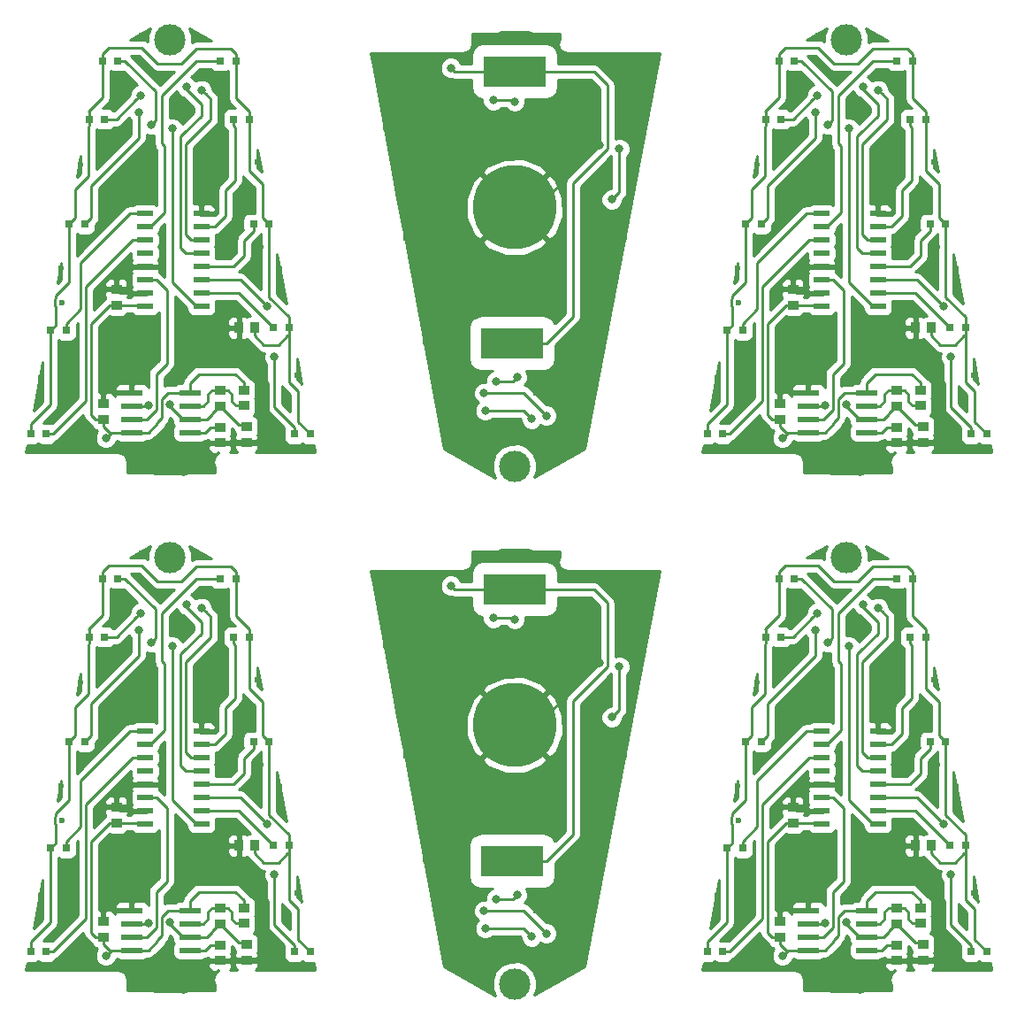
<source format=gtl>
G04 #@! TF.GenerationSoftware,KiCad,Pcbnew,no-vcs-found*
G04 #@! TF.CreationDate,2016-12-05T11:41:50+01:00*
G04 #@! TF.ProjectId,x-mas tree-pan,782D6D617320747265652D70616E2E6B,rev?*
G04 #@! TF.FileFunction,Copper,L1,Top,Signal*
G04 #@! TF.FilePolarity,Positive*
%FSLAX46Y46*%
G04 Gerber Fmt 4.6, Leading zero omitted, Abs format (unit mm)*
G04 Created by KiCad (PCBNEW no-vcs-found) date Mon Dec  5 11:41:50 2016*
%MOMM*%
%LPD*%
G01*
G04 APERTURE LIST*
%ADD10C,0.100000*%
%ADD11R,1.000760X0.899160*%
%ADD12C,0.600000*%
%ADD13R,1.998980X0.599440*%
%ADD14R,0.899160X1.000760*%
%ADD15R,0.797560X0.797560*%
%ADD16C,2.999740*%
%ADD17R,1.500000X0.550000*%
%ADD18C,8.000000*%
%ADD19R,6.000000X3.000000*%
%ADD20C,0.800000*%
%ADD21C,0.250000*%
%ADD22C,0.254000*%
G04 APERTURE END LIST*
D10*
D11*
X119522000Y-173705340D03*
X119522000Y-172201660D03*
D12*
X106695000Y-149522000D03*
D13*
X108524000Y-168953000D03*
X108524000Y-170223000D03*
X108524000Y-171493000D03*
X108524000Y-172763000D03*
X114112000Y-172763000D03*
X114112000Y-171493000D03*
X114112000Y-170223000D03*
X114112000Y-168953000D03*
D14*
X120284000Y-162730000D03*
X118780320Y-162730000D03*
D11*
X119268000Y-168699000D03*
X119268000Y-170202680D03*
X116982000Y-168719320D03*
X116982000Y-170223000D03*
D15*
X100345000Y-172890000D03*
X98846400Y-172890000D03*
X100751400Y-162984000D03*
X102250000Y-162984000D03*
X104028000Y-152824000D03*
X102529400Y-152824000D03*
X104434400Y-142791000D03*
X105933000Y-142791000D03*
X107203000Y-137203000D03*
X105704400Y-137203000D03*
X118506000Y-137203000D03*
X117007400Y-137203000D03*
X119776000Y-142791000D03*
X118277400Y-142791000D03*
X120182400Y-152824000D03*
X121681000Y-152824000D03*
X123586000Y-162730000D03*
X122087400Y-162730000D03*
X124119400Y-172890000D03*
X125618000Y-172890000D03*
D11*
X107076000Y-159057160D03*
X107076000Y-160560840D03*
X116982000Y-172255000D03*
X116982000Y-173758680D03*
X105806000Y-171482840D03*
X105806000Y-169979160D03*
D16*
X112156000Y-135171000D03*
D12*
X105933000Y-144823000D03*
X107076000Y-140124000D03*
X109616000Y-137584000D03*
X109489000Y-134790000D03*
X114823000Y-134663000D03*
X119649000Y-149903000D03*
X123586000Y-169588000D03*
X102377000Y-167302000D03*
X103266000Y-173398000D03*
X101869000Y-160317000D03*
X101742000Y-157015000D03*
X122697000Y-157015000D03*
X120919000Y-154983000D03*
X120538000Y-146855000D03*
X103647000Y-147109000D03*
X99837000Y-167556000D03*
X124348000Y-167302000D03*
X114188000Y-142156000D03*
D17*
X115204000Y-160698000D03*
X115204000Y-159428000D03*
X115204000Y-158158000D03*
X115204000Y-156888000D03*
X115204000Y-155618000D03*
X115204000Y-154348000D03*
X115204000Y-153078000D03*
X109804000Y-151808000D03*
X109804000Y-153078000D03*
X109804000Y-154348000D03*
X109804000Y-155618000D03*
X109804000Y-156888000D03*
X109804000Y-158158000D03*
X115204000Y-151808000D03*
X109804000Y-159428000D03*
X109804000Y-160698000D03*
X109804000Y-111168000D03*
X109804000Y-109898000D03*
X115204000Y-102278000D03*
X109804000Y-108628000D03*
X109804000Y-107358000D03*
X109804000Y-106088000D03*
X109804000Y-104818000D03*
X109804000Y-103548000D03*
X109804000Y-102278000D03*
X115204000Y-103548000D03*
X115204000Y-104818000D03*
X115204000Y-106088000D03*
X115204000Y-107358000D03*
X115204000Y-108628000D03*
X115204000Y-109898000D03*
X115204000Y-111168000D03*
D12*
X114188000Y-92626000D03*
X124348000Y-117772000D03*
X99837000Y-118026000D03*
X103647000Y-97579000D03*
X120538000Y-97325000D03*
X120919000Y-105453000D03*
X122697000Y-107485000D03*
X101742000Y-107485000D03*
X101869000Y-110787000D03*
X103266000Y-123868000D03*
X102377000Y-117772000D03*
X123586000Y-120058000D03*
X119649000Y-100373000D03*
X114823000Y-85133000D03*
X109489000Y-85260000D03*
X109616000Y-88054000D03*
X107076000Y-90594000D03*
X105933000Y-95293000D03*
D16*
X112156000Y-85641000D03*
D11*
X105806000Y-120449160D03*
X105806000Y-121952840D03*
X116982000Y-124228680D03*
X116982000Y-122725000D03*
X107076000Y-111030840D03*
X107076000Y-109527160D03*
D15*
X125618000Y-123360000D03*
X124119400Y-123360000D03*
X122087400Y-113200000D03*
X123586000Y-113200000D03*
X121681000Y-103294000D03*
X120182400Y-103294000D03*
X118277400Y-93261000D03*
X119776000Y-93261000D03*
X117007400Y-87673000D03*
X118506000Y-87673000D03*
X105704400Y-87673000D03*
X107203000Y-87673000D03*
X105933000Y-93261000D03*
X104434400Y-93261000D03*
X102529400Y-103294000D03*
X104028000Y-103294000D03*
X102250000Y-113454000D03*
X100751400Y-113454000D03*
X98846400Y-123360000D03*
X100345000Y-123360000D03*
D11*
X116982000Y-120693000D03*
X116982000Y-119189320D03*
X119268000Y-120672680D03*
X119268000Y-119169000D03*
D14*
X118780320Y-113200000D03*
X120284000Y-113200000D03*
D13*
X114112000Y-119423000D03*
X114112000Y-120693000D03*
X114112000Y-121963000D03*
X114112000Y-123233000D03*
X108524000Y-123233000D03*
X108524000Y-121963000D03*
X108524000Y-120693000D03*
X108524000Y-119423000D03*
D12*
X106695000Y-99992000D03*
D11*
X119522000Y-122671660D03*
X119522000Y-124175340D03*
D12*
X74945000Y-112098000D03*
D16*
X80406000Y-126449000D03*
D12*
X74183000Y-116797000D03*
X75326000Y-121496000D03*
X77866000Y-124036000D03*
X77739000Y-126830000D03*
X83073000Y-126957000D03*
X87899000Y-111717000D03*
X91836000Y-92032000D03*
X70627000Y-94318000D03*
X71516000Y-88222000D03*
X70119000Y-101303000D03*
X69992000Y-104605000D03*
X90947000Y-104605000D03*
X89169000Y-106637000D03*
X88788000Y-114765000D03*
X71897000Y-114511000D03*
X68087000Y-94064000D03*
X92598000Y-94318000D03*
X82438000Y-119464000D03*
D18*
X80406000Y-101684000D03*
D19*
X80406000Y-88684000D03*
X80206000Y-114684000D03*
X80206000Y-164214000D03*
X80406000Y-138214000D03*
D18*
X80406000Y-151214000D03*
D12*
X82438000Y-168994000D03*
X92598000Y-143848000D03*
X68087000Y-143594000D03*
X71897000Y-164041000D03*
X88788000Y-164295000D03*
X89169000Y-156167000D03*
X90947000Y-154135000D03*
X69992000Y-154135000D03*
X70119000Y-150833000D03*
X71516000Y-137752000D03*
X70627000Y-143848000D03*
X91836000Y-141562000D03*
X87899000Y-161247000D03*
X83073000Y-176487000D03*
X77739000Y-176360000D03*
X77866000Y-173566000D03*
X75326000Y-171026000D03*
X74183000Y-166327000D03*
D16*
X80406000Y-175979000D03*
D12*
X74945000Y-161628000D03*
D11*
X54752000Y-124175340D03*
X54752000Y-122671660D03*
D12*
X41925000Y-99992000D03*
D13*
X43754000Y-119423000D03*
X43754000Y-120693000D03*
X43754000Y-121963000D03*
X43754000Y-123233000D03*
X49342000Y-123233000D03*
X49342000Y-121963000D03*
X49342000Y-120693000D03*
X49342000Y-119423000D03*
D14*
X55514000Y-113200000D03*
X54010320Y-113200000D03*
D11*
X54498000Y-119169000D03*
X54498000Y-120672680D03*
X52212000Y-119189320D03*
X52212000Y-120693000D03*
D15*
X35575000Y-123360000D03*
X34076400Y-123360000D03*
X35981400Y-113454000D03*
X37480000Y-113454000D03*
X39258000Y-103294000D03*
X37759400Y-103294000D03*
X39664400Y-93261000D03*
X41163000Y-93261000D03*
X42433000Y-87673000D03*
X40934400Y-87673000D03*
X53736000Y-87673000D03*
X52237400Y-87673000D03*
X55006000Y-93261000D03*
X53507400Y-93261000D03*
X55412400Y-103294000D03*
X56911000Y-103294000D03*
X58816000Y-113200000D03*
X57317400Y-113200000D03*
X59349400Y-123360000D03*
X60848000Y-123360000D03*
D11*
X42306000Y-109527160D03*
X42306000Y-111030840D03*
X52212000Y-122725000D03*
X52212000Y-124228680D03*
X41036000Y-121952840D03*
X41036000Y-120449160D03*
D16*
X47386000Y-85641000D03*
D12*
X41163000Y-95293000D03*
X42306000Y-90594000D03*
X44846000Y-88054000D03*
X44719000Y-85260000D03*
X50053000Y-85133000D03*
X54879000Y-100373000D03*
X58816000Y-120058000D03*
X37607000Y-117772000D03*
X38496000Y-123868000D03*
X37099000Y-110787000D03*
X36972000Y-107485000D03*
X57927000Y-107485000D03*
X56149000Y-105453000D03*
X55768000Y-97325000D03*
X38877000Y-97579000D03*
X35067000Y-118026000D03*
X59578000Y-117772000D03*
X49418000Y-92626000D03*
D17*
X50434000Y-111168000D03*
X50434000Y-109898000D03*
X50434000Y-108628000D03*
X50434000Y-107358000D03*
X50434000Y-106088000D03*
X50434000Y-104818000D03*
X50434000Y-103548000D03*
X45034000Y-102278000D03*
X45034000Y-103548000D03*
X45034000Y-104818000D03*
X45034000Y-106088000D03*
X45034000Y-107358000D03*
X45034000Y-108628000D03*
X50434000Y-102278000D03*
X45034000Y-109898000D03*
X45034000Y-111168000D03*
X45034000Y-160698000D03*
X45034000Y-159428000D03*
X50434000Y-151808000D03*
X45034000Y-158158000D03*
X45034000Y-156888000D03*
X45034000Y-155618000D03*
X45034000Y-154348000D03*
X45034000Y-153078000D03*
X45034000Y-151808000D03*
X50434000Y-153078000D03*
X50434000Y-154348000D03*
X50434000Y-155618000D03*
X50434000Y-156888000D03*
X50434000Y-158158000D03*
X50434000Y-159428000D03*
X50434000Y-160698000D03*
D12*
X49418000Y-142156000D03*
X59578000Y-167302000D03*
X35067000Y-167556000D03*
X38877000Y-147109000D03*
X55768000Y-146855000D03*
X56149000Y-154983000D03*
X57927000Y-157015000D03*
X36972000Y-157015000D03*
X37099000Y-160317000D03*
X38496000Y-173398000D03*
X37607000Y-167302000D03*
X58816000Y-169588000D03*
X54879000Y-149903000D03*
X50053000Y-134663000D03*
X44719000Y-134790000D03*
X44846000Y-137584000D03*
X42306000Y-140124000D03*
X41163000Y-144823000D03*
D16*
X47386000Y-135171000D03*
D11*
X41036000Y-169979160D03*
X41036000Y-171482840D03*
X52212000Y-173758680D03*
X52212000Y-172255000D03*
X42306000Y-160560840D03*
X42306000Y-159057160D03*
D15*
X60848000Y-172890000D03*
X59349400Y-172890000D03*
X57317400Y-162730000D03*
X58816000Y-162730000D03*
X56911000Y-152824000D03*
X55412400Y-152824000D03*
X53507400Y-142791000D03*
X55006000Y-142791000D03*
X52237400Y-137203000D03*
X53736000Y-137203000D03*
X40934400Y-137203000D03*
X42433000Y-137203000D03*
X41163000Y-142791000D03*
X39664400Y-142791000D03*
X37759400Y-152824000D03*
X39258000Y-152824000D03*
X37480000Y-162984000D03*
X35981400Y-162984000D03*
X34076400Y-172890000D03*
X35575000Y-172890000D03*
D11*
X52212000Y-170223000D03*
X52212000Y-168719320D03*
X54498000Y-170202680D03*
X54498000Y-168699000D03*
D14*
X54010320Y-162730000D03*
X55514000Y-162730000D03*
D13*
X49342000Y-168953000D03*
X49342000Y-170223000D03*
X49342000Y-171493000D03*
X49342000Y-172763000D03*
X43754000Y-172763000D03*
X43754000Y-171493000D03*
X43754000Y-170223000D03*
X43754000Y-168953000D03*
D12*
X41925000Y-149522000D03*
D11*
X54752000Y-172201660D03*
X54752000Y-173705340D03*
D20*
X116220000Y-150030000D03*
X105933000Y-167810000D03*
X120284000Y-165905000D03*
X120284000Y-116375000D03*
X105933000Y-118280000D03*
X116220000Y-100500000D03*
X84470000Y-111590000D03*
X74183000Y-93810000D03*
X88534000Y-95715000D03*
X88534000Y-145245000D03*
X74183000Y-143340000D03*
X84470000Y-161120000D03*
X51450000Y-100500000D03*
X41163000Y-118280000D03*
X55514000Y-116375000D03*
X55514000Y-165905000D03*
X41163000Y-167810000D03*
X51450000Y-150030000D03*
X106060000Y-173271000D03*
X106060000Y-123741000D03*
X74310000Y-88349000D03*
X74310000Y-137879000D03*
X41290000Y-123741000D03*
X41290000Y-173271000D03*
X112169010Y-170035954D03*
X110105978Y-170165328D03*
X110105978Y-120635328D03*
X112169010Y-120505954D03*
X80419010Y-91584046D03*
X78355978Y-91454672D03*
X78355978Y-140984672D03*
X80419010Y-141114046D03*
X47399010Y-120505954D03*
X45335978Y-120635328D03*
X45335978Y-170165328D03*
X47399010Y-170035954D03*
X122189000Y-165524000D03*
X121450485Y-160674515D03*
X121450485Y-111144515D03*
X122189000Y-115994000D03*
X90439000Y-96096000D03*
X89700485Y-100945485D03*
X89700485Y-150475485D03*
X90439000Y-145626000D03*
X57419000Y-115994000D03*
X56680485Y-111144515D03*
X56680485Y-160674515D03*
X57419000Y-165524000D03*
X110378000Y-143299000D03*
X112419000Y-143680000D03*
X112419000Y-94150000D03*
X110378000Y-93769000D03*
X78628000Y-118321000D03*
X80669000Y-117940000D03*
X80669000Y-167470000D03*
X78628000Y-167851000D03*
X45608000Y-93769000D03*
X47649000Y-94150000D03*
X47649000Y-143680000D03*
X45608000Y-143299000D03*
X113790222Y-139694991D03*
X109362000Y-140505000D03*
X109362000Y-90975000D03*
X113790222Y-90164991D03*
X82040222Y-121925009D03*
X77612000Y-121115000D03*
X77612000Y-170645000D03*
X82040222Y-171455009D03*
X49020222Y-90164991D03*
X44592000Y-90975000D03*
X44592000Y-140505000D03*
X49020222Y-139694991D03*
X109202102Y-142165588D03*
X115204000Y-139997000D03*
X115204000Y-90467000D03*
X109202102Y-92635588D03*
X77452102Y-119454412D03*
X83454000Y-121623000D03*
X83454000Y-171153000D03*
X77452102Y-168984412D03*
X44432102Y-92635588D03*
X50434000Y-90467000D03*
X50434000Y-139997000D03*
X44432102Y-142165588D03*
D21*
X105933000Y-169852160D02*
X105806000Y-169979160D01*
X105933000Y-167810000D02*
X105933000Y-169852160D01*
X120683999Y-166304999D02*
X120683999Y-167193999D01*
X120284000Y-165905000D02*
X120683999Y-166304999D01*
X120683999Y-167193999D02*
X121554000Y-168064000D01*
X121554000Y-168064000D02*
X121554000Y-173398000D01*
X121046000Y-173906000D02*
X119522000Y-173906000D01*
X121554000Y-173398000D02*
X121046000Y-173906000D01*
X107076000Y-168953000D02*
X105933000Y-167810000D01*
X108524000Y-168953000D02*
X107076000Y-168953000D01*
X117129320Y-173906000D02*
X116982000Y-173758680D01*
X119522000Y-173906000D02*
X117129320Y-173906000D01*
X107446840Y-159428000D02*
X107076000Y-159057160D01*
X108804000Y-156888000D02*
X108092000Y-157600000D01*
X109804000Y-156888000D02*
X108804000Y-156888000D01*
X108092000Y-158191000D02*
X108092000Y-159428000D01*
X108092000Y-159428000D02*
X107446840Y-159428000D01*
X108092000Y-157600000D02*
X108092000Y-158191000D01*
X109804000Y-159428000D02*
X108092000Y-159428000D01*
X109804000Y-109898000D02*
X108092000Y-109898000D01*
X108092000Y-108070000D02*
X108092000Y-108661000D01*
X108092000Y-109898000D02*
X107446840Y-109898000D01*
X108092000Y-108661000D02*
X108092000Y-109898000D01*
X109804000Y-107358000D02*
X108804000Y-107358000D01*
X108804000Y-107358000D02*
X108092000Y-108070000D01*
X107446840Y-109898000D02*
X107076000Y-109527160D01*
X119522000Y-124376000D02*
X117129320Y-124376000D01*
X117129320Y-124376000D02*
X116982000Y-124228680D01*
X108524000Y-119423000D02*
X107076000Y-119423000D01*
X107076000Y-119423000D02*
X105933000Y-118280000D01*
X121554000Y-123868000D02*
X121046000Y-124376000D01*
X121046000Y-124376000D02*
X119522000Y-124376000D01*
X121554000Y-118534000D02*
X121554000Y-123868000D01*
X120683999Y-117663999D02*
X121554000Y-118534000D01*
X120284000Y-116375000D02*
X120683999Y-116774999D01*
X120683999Y-116774999D02*
X120683999Y-117663999D01*
X105933000Y-118280000D02*
X105933000Y-120322160D01*
X105933000Y-120322160D02*
X105806000Y-120449160D01*
X82565000Y-101684000D02*
X88534000Y-95715000D01*
X80406000Y-101684000D02*
X82565000Y-101684000D01*
X74183000Y-95461000D02*
X74183000Y-93810000D01*
X80406000Y-101684000D02*
X74183000Y-95461000D01*
X84470000Y-105748000D02*
X84470000Y-111590000D01*
X80406000Y-101684000D02*
X84470000Y-105748000D01*
X80406000Y-151214000D02*
X84470000Y-155278000D01*
X84470000Y-155278000D02*
X84470000Y-161120000D01*
X80406000Y-151214000D02*
X74183000Y-144991000D01*
X74183000Y-144991000D02*
X74183000Y-143340000D01*
X80406000Y-151214000D02*
X82565000Y-151214000D01*
X82565000Y-151214000D02*
X88534000Y-145245000D01*
X41163000Y-120322160D02*
X41036000Y-120449160D01*
X41163000Y-118280000D02*
X41163000Y-120322160D01*
X55913999Y-116774999D02*
X55913999Y-117663999D01*
X55514000Y-116375000D02*
X55913999Y-116774999D01*
X55913999Y-117663999D02*
X56784000Y-118534000D01*
X56784000Y-118534000D02*
X56784000Y-123868000D01*
X56276000Y-124376000D02*
X54752000Y-124376000D01*
X56784000Y-123868000D02*
X56276000Y-124376000D01*
X42306000Y-119423000D02*
X41163000Y-118280000D01*
X43754000Y-119423000D02*
X42306000Y-119423000D01*
X52359320Y-124376000D02*
X52212000Y-124228680D01*
X54752000Y-124376000D02*
X52359320Y-124376000D01*
X42676840Y-109898000D02*
X42306000Y-109527160D01*
X44034000Y-107358000D02*
X43322000Y-108070000D01*
X45034000Y-107358000D02*
X44034000Y-107358000D01*
X43322000Y-108661000D02*
X43322000Y-109898000D01*
X43322000Y-109898000D02*
X42676840Y-109898000D01*
X43322000Y-108070000D02*
X43322000Y-108661000D01*
X45034000Y-109898000D02*
X43322000Y-109898000D01*
X45034000Y-159428000D02*
X43322000Y-159428000D01*
X43322000Y-157600000D02*
X43322000Y-158191000D01*
X43322000Y-159428000D02*
X42676840Y-159428000D01*
X43322000Y-158191000D02*
X43322000Y-159428000D01*
X45034000Y-156888000D02*
X44034000Y-156888000D01*
X44034000Y-156888000D02*
X43322000Y-157600000D01*
X42676840Y-159428000D02*
X42306000Y-159057160D01*
X54752000Y-173906000D02*
X52359320Y-173906000D01*
X52359320Y-173906000D02*
X52212000Y-173758680D01*
X43754000Y-168953000D02*
X42306000Y-168953000D01*
X42306000Y-168953000D02*
X41163000Y-167810000D01*
X56784000Y-173398000D02*
X56276000Y-173906000D01*
X56276000Y-173906000D02*
X54752000Y-173906000D01*
X56784000Y-168064000D02*
X56784000Y-173398000D01*
X55913999Y-167193999D02*
X56784000Y-168064000D01*
X55514000Y-165905000D02*
X55913999Y-166304999D01*
X55913999Y-166304999D02*
X55913999Y-167193999D01*
X41163000Y-167810000D02*
X41163000Y-169852160D01*
X41163000Y-169852160D02*
X41036000Y-169979160D01*
X105806000Y-172182420D02*
X105806000Y-171482840D01*
X106386580Y-172763000D02*
X105806000Y-172182420D01*
X108524000Y-172763000D02*
X106386580Y-172763000D01*
X105806000Y-171482840D02*
X105055620Y-171482840D01*
X119268000Y-168699000D02*
X119268000Y-167999420D01*
X114112000Y-168013000D02*
X114112000Y-168953000D01*
X114112000Y-168953000D02*
X112029000Y-168953000D01*
X111394000Y-169588000D02*
X111394000Y-169650952D01*
X112029000Y-168953000D02*
X111394000Y-169588000D01*
X111394000Y-171366000D02*
X111394000Y-169650952D01*
X111013000Y-171874000D02*
X111013000Y-171747000D01*
X110124000Y-172763000D02*
X111013000Y-171874000D01*
X111013000Y-171747000D02*
X111394000Y-171366000D01*
X108524000Y-172763000D02*
X110124000Y-172763000D01*
X111394000Y-169650952D02*
X111394000Y-170477000D01*
X105055620Y-171482840D02*
X104663000Y-171090220D01*
X104663000Y-171090220D02*
X104663000Y-162857000D01*
X119268000Y-167999420D02*
X118443580Y-167175000D01*
X118443580Y-167175000D02*
X114950000Y-167175000D01*
X114950000Y-167175000D02*
X114112000Y-168013000D01*
X104663000Y-162349000D02*
X106451160Y-160560840D01*
X106451160Y-160560840D02*
X107076000Y-160560840D01*
X104663000Y-162857000D02*
X104663000Y-162349000D01*
X109666840Y-160560840D02*
X109804000Y-160698000D01*
X107076000Y-160560840D02*
X109666840Y-160560840D01*
X108524000Y-172763000D02*
X106568000Y-172763000D01*
X106568000Y-172763000D02*
X106459999Y-172871001D01*
X106459999Y-172871001D02*
X106060000Y-173271000D01*
X106459999Y-123341001D02*
X106060000Y-123741000D01*
X106568000Y-123233000D02*
X106459999Y-123341001D01*
X108524000Y-123233000D02*
X106568000Y-123233000D01*
X107076000Y-111030840D02*
X109666840Y-111030840D01*
X109666840Y-111030840D02*
X109804000Y-111168000D01*
X104663000Y-113327000D02*
X104663000Y-112819000D01*
X106451160Y-111030840D02*
X107076000Y-111030840D01*
X104663000Y-112819000D02*
X106451160Y-111030840D01*
X114950000Y-117645000D02*
X114112000Y-118483000D01*
X118443580Y-117645000D02*
X114950000Y-117645000D01*
X119268000Y-118469420D02*
X118443580Y-117645000D01*
X104663000Y-121560220D02*
X104663000Y-113327000D01*
X105055620Y-121952840D02*
X104663000Y-121560220D01*
X111394000Y-120120952D02*
X111394000Y-120947000D01*
X108524000Y-123233000D02*
X110124000Y-123233000D01*
X111013000Y-122217000D02*
X111394000Y-121836000D01*
X110124000Y-123233000D02*
X111013000Y-122344000D01*
X111013000Y-122344000D02*
X111013000Y-122217000D01*
X111394000Y-121836000D02*
X111394000Y-120120952D01*
X112029000Y-119423000D02*
X111394000Y-120058000D01*
X111394000Y-120058000D02*
X111394000Y-120120952D01*
X114112000Y-119423000D02*
X112029000Y-119423000D01*
X114112000Y-118483000D02*
X114112000Y-119423000D01*
X119268000Y-119169000D02*
X119268000Y-118469420D01*
X105806000Y-121952840D02*
X105055620Y-121952840D01*
X108524000Y-123233000D02*
X106386580Y-123233000D01*
X106386580Y-123233000D02*
X105806000Y-122652420D01*
X105806000Y-122652420D02*
X105806000Y-121952840D01*
X80452000Y-88730000D02*
X80406000Y-88684000D01*
X88026000Y-88730000D02*
X80452000Y-88730000D01*
X89309001Y-90013001D02*
X88026000Y-88730000D01*
X85994000Y-112146000D02*
X85994000Y-99402002D01*
X83456000Y-114684000D02*
X85994000Y-112146000D01*
X89309001Y-96087001D02*
X89309001Y-90013001D01*
X85994000Y-99402002D02*
X89309001Y-96087001D01*
X80206000Y-114684000D02*
X83456000Y-114684000D01*
X74645000Y-88684000D02*
X74310000Y-88349000D01*
X80406000Y-88684000D02*
X74645000Y-88684000D01*
X80406000Y-138214000D02*
X74645000Y-138214000D01*
X74645000Y-138214000D02*
X74310000Y-137879000D01*
X80206000Y-164214000D02*
X83456000Y-164214000D01*
X85994000Y-148932002D02*
X89309001Y-145617001D01*
X89309001Y-145617001D02*
X89309001Y-139543001D01*
X83456000Y-164214000D02*
X85994000Y-161676000D01*
X85994000Y-161676000D02*
X85994000Y-148932002D01*
X89309001Y-139543001D02*
X88026000Y-138260000D01*
X88026000Y-138260000D02*
X80452000Y-138260000D01*
X80452000Y-138260000D02*
X80406000Y-138214000D01*
X41036000Y-122652420D02*
X41036000Y-121952840D01*
X41616580Y-123233000D02*
X41036000Y-122652420D01*
X43754000Y-123233000D02*
X41616580Y-123233000D01*
X41036000Y-121952840D02*
X40285620Y-121952840D01*
X54498000Y-119169000D02*
X54498000Y-118469420D01*
X49342000Y-118483000D02*
X49342000Y-119423000D01*
X49342000Y-119423000D02*
X47259000Y-119423000D01*
X46624000Y-120058000D02*
X46624000Y-120120952D01*
X47259000Y-119423000D02*
X46624000Y-120058000D01*
X46624000Y-121836000D02*
X46624000Y-120120952D01*
X46243000Y-122344000D02*
X46243000Y-122217000D01*
X45354000Y-123233000D02*
X46243000Y-122344000D01*
X46243000Y-122217000D02*
X46624000Y-121836000D01*
X43754000Y-123233000D02*
X45354000Y-123233000D01*
X46624000Y-120120952D02*
X46624000Y-120947000D01*
X40285620Y-121952840D02*
X39893000Y-121560220D01*
X39893000Y-121560220D02*
X39893000Y-113327000D01*
X54498000Y-118469420D02*
X53673580Y-117645000D01*
X53673580Y-117645000D02*
X50180000Y-117645000D01*
X50180000Y-117645000D02*
X49342000Y-118483000D01*
X39893000Y-112819000D02*
X41681160Y-111030840D01*
X41681160Y-111030840D02*
X42306000Y-111030840D01*
X39893000Y-113327000D02*
X39893000Y-112819000D01*
X44896840Y-111030840D02*
X45034000Y-111168000D01*
X42306000Y-111030840D02*
X44896840Y-111030840D01*
X43754000Y-123233000D02*
X41798000Y-123233000D01*
X41798000Y-123233000D02*
X41689999Y-123341001D01*
X41689999Y-123341001D02*
X41290000Y-123741000D01*
X41689999Y-172871001D02*
X41290000Y-173271000D01*
X41798000Y-172763000D02*
X41689999Y-172871001D01*
X43754000Y-172763000D02*
X41798000Y-172763000D01*
X42306000Y-160560840D02*
X44896840Y-160560840D01*
X44896840Y-160560840D02*
X45034000Y-160698000D01*
X39893000Y-162857000D02*
X39893000Y-162349000D01*
X41681160Y-160560840D02*
X42306000Y-160560840D01*
X39893000Y-162349000D02*
X41681160Y-160560840D01*
X50180000Y-167175000D02*
X49342000Y-168013000D01*
X53673580Y-167175000D02*
X50180000Y-167175000D01*
X54498000Y-167999420D02*
X53673580Y-167175000D01*
X39893000Y-171090220D02*
X39893000Y-162857000D01*
X40285620Y-171482840D02*
X39893000Y-171090220D01*
X46624000Y-169650952D02*
X46624000Y-170477000D01*
X43754000Y-172763000D02*
X45354000Y-172763000D01*
X46243000Y-171747000D02*
X46624000Y-171366000D01*
X45354000Y-172763000D02*
X46243000Y-171874000D01*
X46243000Y-171874000D02*
X46243000Y-171747000D01*
X46624000Y-171366000D02*
X46624000Y-169650952D01*
X47259000Y-168953000D02*
X46624000Y-169588000D01*
X46624000Y-169588000D02*
X46624000Y-169650952D01*
X49342000Y-168953000D02*
X47259000Y-168953000D01*
X49342000Y-168013000D02*
X49342000Y-168953000D01*
X54498000Y-168699000D02*
X54498000Y-167999420D01*
X41036000Y-171482840D02*
X40285620Y-171482840D01*
X43754000Y-172763000D02*
X41616580Y-172763000D01*
X41616580Y-172763000D02*
X41036000Y-172182420D01*
X41036000Y-172182420D02*
X41036000Y-171482840D01*
X116093000Y-172255000D02*
X116982000Y-172255000D01*
X114112000Y-172763000D02*
X115585000Y-172763000D01*
X115585000Y-172763000D02*
X116093000Y-172255000D01*
X115585000Y-123233000D02*
X116093000Y-122725000D01*
X114112000Y-123233000D02*
X115585000Y-123233000D01*
X116093000Y-122725000D02*
X116982000Y-122725000D01*
X51323000Y-122725000D02*
X52212000Y-122725000D01*
X49342000Y-123233000D02*
X50815000Y-123233000D01*
X50815000Y-123233000D02*
X51323000Y-122725000D01*
X50815000Y-172763000D02*
X51323000Y-172255000D01*
X49342000Y-172763000D02*
X50815000Y-172763000D01*
X51323000Y-172255000D02*
X52212000Y-172255000D01*
X116931200Y-170223000D02*
X116982000Y-170223000D01*
X116231620Y-170922580D02*
X116931200Y-170223000D01*
X118810800Y-172001000D02*
X117032800Y-170223000D01*
X117032800Y-170223000D02*
X116982000Y-170223000D01*
X119522000Y-172001000D02*
X118810800Y-172001000D01*
X108524000Y-170223000D02*
X110048306Y-170223000D01*
X110048306Y-170223000D02*
X110105978Y-170165328D01*
X116231620Y-170973380D02*
X116231620Y-170922580D01*
X115712000Y-171493000D02*
X116231620Y-170973380D01*
X114112000Y-171493000D02*
X115712000Y-171493000D01*
X112169010Y-170249780D02*
X112169010Y-170035954D01*
X114112000Y-171493000D02*
X113412230Y-171493000D01*
X113412230Y-171493000D02*
X112169010Y-170249780D01*
X113412230Y-121963000D02*
X112169010Y-120719780D01*
X114112000Y-121963000D02*
X113412230Y-121963000D01*
X112169010Y-120719780D02*
X112169010Y-120505954D01*
X114112000Y-121963000D02*
X115712000Y-121963000D01*
X115712000Y-121963000D02*
X116231620Y-121443380D01*
X116231620Y-121443380D02*
X116231620Y-121392580D01*
X110048306Y-120693000D02*
X110105978Y-120635328D01*
X108524000Y-120693000D02*
X110048306Y-120693000D01*
X119522000Y-122471000D02*
X118810800Y-122471000D01*
X117032800Y-120693000D02*
X116982000Y-120693000D01*
X118810800Y-122471000D02*
X117032800Y-120693000D01*
X116231620Y-121392580D02*
X116931200Y-120693000D01*
X116931200Y-120693000D02*
X116982000Y-120693000D01*
X78355978Y-91454672D02*
X80289636Y-91454672D01*
X80289636Y-91454672D02*
X80419010Y-91584046D01*
X80289636Y-140984672D02*
X80419010Y-141114046D01*
X78355978Y-140984672D02*
X80289636Y-140984672D01*
X52161200Y-120693000D02*
X52212000Y-120693000D01*
X51461620Y-121392580D02*
X52161200Y-120693000D01*
X54040800Y-122471000D02*
X52262800Y-120693000D01*
X52262800Y-120693000D02*
X52212000Y-120693000D01*
X54752000Y-122471000D02*
X54040800Y-122471000D01*
X43754000Y-120693000D02*
X45278306Y-120693000D01*
X45278306Y-120693000D02*
X45335978Y-120635328D01*
X51461620Y-121443380D02*
X51461620Y-121392580D01*
X50942000Y-121963000D02*
X51461620Y-121443380D01*
X49342000Y-121963000D02*
X50942000Y-121963000D01*
X47399010Y-120719780D02*
X47399010Y-120505954D01*
X49342000Y-121963000D02*
X48642230Y-121963000D01*
X48642230Y-121963000D02*
X47399010Y-120719780D01*
X48642230Y-171493000D02*
X47399010Y-170249780D01*
X49342000Y-171493000D02*
X48642230Y-171493000D01*
X47399010Y-170249780D02*
X47399010Y-170035954D01*
X49342000Y-171493000D02*
X50942000Y-171493000D01*
X50942000Y-171493000D02*
X51461620Y-170973380D01*
X51461620Y-170973380D02*
X51461620Y-170922580D01*
X45278306Y-170223000D02*
X45335978Y-170165328D01*
X43754000Y-170223000D02*
X45278306Y-170223000D01*
X54752000Y-172001000D02*
X54040800Y-172001000D01*
X52262800Y-170223000D02*
X52212000Y-170223000D01*
X54040800Y-172001000D02*
X52262800Y-170223000D01*
X51461620Y-170922580D02*
X52161200Y-170223000D01*
X52161200Y-170223000D02*
X52212000Y-170223000D01*
X120284000Y-163480380D02*
X121184620Y-164381000D01*
X120284000Y-162730000D02*
X120284000Y-163480380D01*
X123472780Y-163492000D02*
X123586000Y-163492000D01*
X122583780Y-164381000D02*
X123472780Y-163492000D01*
X121184620Y-164381000D02*
X122583780Y-164381000D01*
X123586000Y-163492000D02*
X123586000Y-162730000D01*
X123586000Y-161714000D02*
X123586000Y-162730000D01*
X121681000Y-159809000D02*
X123586000Y-161714000D01*
X121681000Y-152824000D02*
X121681000Y-159809000D01*
X118506000Y-140759000D02*
X118506000Y-137203000D01*
X119776000Y-142029000D02*
X118506000Y-140759000D01*
X119776000Y-142791000D02*
X119776000Y-142029000D01*
X106314000Y-135933000D02*
X105704400Y-136542600D01*
X111013000Y-137457000D02*
X109489000Y-135933000D01*
X105704400Y-136542600D02*
X105704400Y-137203000D01*
X109489000Y-135933000D02*
X106314000Y-135933000D01*
X113299000Y-137457000D02*
X111013000Y-137457000D01*
X114696000Y-136060000D02*
X113299000Y-137457000D01*
X118011780Y-136060000D02*
X114696000Y-136060000D01*
X118506000Y-136554220D02*
X118011780Y-136060000D01*
X118506000Y-137203000D02*
X118506000Y-136554220D01*
X104434400Y-142054400D02*
X104434400Y-142791000D01*
X104409000Y-142029000D02*
X104434400Y-142054400D01*
X105704400Y-140733600D02*
X104409000Y-142029000D01*
X105704400Y-137203000D02*
X105704400Y-140733600D01*
X98846400Y-171975600D02*
X98846400Y-172890000D01*
X100726000Y-170096000D02*
X98846400Y-171975600D01*
X100726000Y-163658180D02*
X100726000Y-170096000D01*
X100751400Y-163632780D02*
X100726000Y-163658180D01*
X100751400Y-162984000D02*
X100751400Y-163632780D01*
X123586000Y-167937000D02*
X123586000Y-163492000D01*
X124475000Y-168826000D02*
X123586000Y-167937000D01*
X124475000Y-171747000D02*
X124475000Y-168826000D01*
X125618000Y-172890000D02*
X124475000Y-171747000D01*
X101234000Y-162501400D02*
X100751400Y-162984000D01*
X101193999Y-160641001D02*
X101234000Y-160681002D01*
X101234000Y-159952998D02*
X101193999Y-159992999D01*
X101234000Y-159682000D02*
X101234000Y-159952998D01*
X101234000Y-160681002D02*
X101234000Y-162501400D01*
X101193999Y-159992999D02*
X101193999Y-160641001D01*
X102504000Y-158412000D02*
X101234000Y-159682000D01*
X102504000Y-153498180D02*
X102504000Y-158412000D01*
X102529400Y-153472780D02*
X102504000Y-153498180D01*
X102529400Y-152824000D02*
X102529400Y-153472780D01*
X119776000Y-147744000D02*
X119776000Y-142791000D01*
X121046000Y-149014000D02*
X119776000Y-147744000D01*
X121046000Y-152189000D02*
X121046000Y-149014000D01*
X121681000Y-152824000D02*
X121046000Y-152189000D01*
X103139000Y-152214400D02*
X102529400Y-152824000D01*
X104409000Y-148252000D02*
X103139000Y-149522000D01*
X104434400Y-143439780D02*
X104409000Y-143465180D01*
X103139000Y-149522000D02*
X103139000Y-152214400D01*
X104409000Y-143465180D02*
X104409000Y-148252000D01*
X104434400Y-142791000D02*
X104434400Y-143439780D01*
X104434400Y-93261000D02*
X104434400Y-93909780D01*
X104409000Y-93935180D02*
X104409000Y-98722000D01*
X103139000Y-99992000D02*
X103139000Y-102684400D01*
X104434400Y-93909780D02*
X104409000Y-93935180D01*
X104409000Y-98722000D02*
X103139000Y-99992000D01*
X103139000Y-102684400D02*
X102529400Y-103294000D01*
X121681000Y-103294000D02*
X121046000Y-102659000D01*
X121046000Y-102659000D02*
X121046000Y-99484000D01*
X121046000Y-99484000D02*
X119776000Y-98214000D01*
X119776000Y-98214000D02*
X119776000Y-93261000D01*
X102529400Y-103294000D02*
X102529400Y-103942780D01*
X102529400Y-103942780D02*
X102504000Y-103968180D01*
X102504000Y-103968180D02*
X102504000Y-108882000D01*
X102504000Y-108882000D02*
X101234000Y-110152000D01*
X101193999Y-110462999D02*
X101193999Y-111111001D01*
X101234000Y-111151002D02*
X101234000Y-112971400D01*
X101234000Y-110152000D02*
X101234000Y-110422998D01*
X101234000Y-110422998D02*
X101193999Y-110462999D01*
X101193999Y-111111001D02*
X101234000Y-111151002D01*
X101234000Y-112971400D02*
X100751400Y-113454000D01*
X125618000Y-123360000D02*
X124475000Y-122217000D01*
X124475000Y-122217000D02*
X124475000Y-119296000D01*
X124475000Y-119296000D02*
X123586000Y-118407000D01*
X123586000Y-118407000D02*
X123586000Y-113962000D01*
X100751400Y-113454000D02*
X100751400Y-114102780D01*
X100751400Y-114102780D02*
X100726000Y-114128180D01*
X100726000Y-114128180D02*
X100726000Y-120566000D01*
X100726000Y-120566000D02*
X98846400Y-122445600D01*
X98846400Y-122445600D02*
X98846400Y-123360000D01*
X105704400Y-87673000D02*
X105704400Y-91203600D01*
X105704400Y-91203600D02*
X104409000Y-92499000D01*
X104409000Y-92499000D02*
X104434400Y-92524400D01*
X104434400Y-92524400D02*
X104434400Y-93261000D01*
X118506000Y-87673000D02*
X118506000Y-87024220D01*
X118506000Y-87024220D02*
X118011780Y-86530000D01*
X118011780Y-86530000D02*
X114696000Y-86530000D01*
X114696000Y-86530000D02*
X113299000Y-87927000D01*
X113299000Y-87927000D02*
X111013000Y-87927000D01*
X109489000Y-86403000D02*
X106314000Y-86403000D01*
X105704400Y-87012600D02*
X105704400Y-87673000D01*
X111013000Y-87927000D02*
X109489000Y-86403000D01*
X106314000Y-86403000D02*
X105704400Y-87012600D01*
X119776000Y-93261000D02*
X119776000Y-92499000D01*
X119776000Y-92499000D02*
X118506000Y-91229000D01*
X118506000Y-91229000D02*
X118506000Y-87673000D01*
X121681000Y-103294000D02*
X121681000Y-110279000D01*
X121681000Y-110279000D02*
X123586000Y-112184000D01*
X123586000Y-112184000D02*
X123586000Y-113200000D01*
X123586000Y-113962000D02*
X123586000Y-113200000D01*
X121184620Y-114851000D02*
X122583780Y-114851000D01*
X122583780Y-114851000D02*
X123472780Y-113962000D01*
X123472780Y-113962000D02*
X123586000Y-113962000D01*
X120284000Y-113200000D02*
X120284000Y-113950380D01*
X120284000Y-113950380D02*
X121184620Y-114851000D01*
X55514000Y-113950380D02*
X56414620Y-114851000D01*
X55514000Y-113200000D02*
X55514000Y-113950380D01*
X58702780Y-113962000D02*
X58816000Y-113962000D01*
X57813780Y-114851000D02*
X58702780Y-113962000D01*
X56414620Y-114851000D02*
X57813780Y-114851000D01*
X58816000Y-113962000D02*
X58816000Y-113200000D01*
X58816000Y-112184000D02*
X58816000Y-113200000D01*
X56911000Y-110279000D02*
X58816000Y-112184000D01*
X56911000Y-103294000D02*
X56911000Y-110279000D01*
X53736000Y-91229000D02*
X53736000Y-87673000D01*
X55006000Y-92499000D02*
X53736000Y-91229000D01*
X55006000Y-93261000D02*
X55006000Y-92499000D01*
X41544000Y-86403000D02*
X40934400Y-87012600D01*
X46243000Y-87927000D02*
X44719000Y-86403000D01*
X40934400Y-87012600D02*
X40934400Y-87673000D01*
X44719000Y-86403000D02*
X41544000Y-86403000D01*
X48529000Y-87927000D02*
X46243000Y-87927000D01*
X49926000Y-86530000D02*
X48529000Y-87927000D01*
X53241780Y-86530000D02*
X49926000Y-86530000D01*
X53736000Y-87024220D02*
X53241780Y-86530000D01*
X53736000Y-87673000D02*
X53736000Y-87024220D01*
X39664400Y-92524400D02*
X39664400Y-93261000D01*
X39639000Y-92499000D02*
X39664400Y-92524400D01*
X40934400Y-91203600D02*
X39639000Y-92499000D01*
X40934400Y-87673000D02*
X40934400Y-91203600D01*
X34076400Y-122445600D02*
X34076400Y-123360000D01*
X35956000Y-120566000D02*
X34076400Y-122445600D01*
X35956000Y-114128180D02*
X35956000Y-120566000D01*
X35981400Y-114102780D02*
X35956000Y-114128180D01*
X35981400Y-113454000D02*
X35981400Y-114102780D01*
X58816000Y-118407000D02*
X58816000Y-113962000D01*
X59705000Y-119296000D02*
X58816000Y-118407000D01*
X59705000Y-122217000D02*
X59705000Y-119296000D01*
X60848000Y-123360000D02*
X59705000Y-122217000D01*
X36464000Y-112971400D02*
X35981400Y-113454000D01*
X36423999Y-111111001D02*
X36464000Y-111151002D01*
X36464000Y-110422998D02*
X36423999Y-110462999D01*
X36464000Y-110152000D02*
X36464000Y-110422998D01*
X36464000Y-111151002D02*
X36464000Y-112971400D01*
X36423999Y-110462999D02*
X36423999Y-111111001D01*
X37734000Y-108882000D02*
X36464000Y-110152000D01*
X37734000Y-103968180D02*
X37734000Y-108882000D01*
X37759400Y-103942780D02*
X37734000Y-103968180D01*
X37759400Y-103294000D02*
X37759400Y-103942780D01*
X55006000Y-98214000D02*
X55006000Y-93261000D01*
X56276000Y-99484000D02*
X55006000Y-98214000D01*
X56276000Y-102659000D02*
X56276000Y-99484000D01*
X56911000Y-103294000D02*
X56276000Y-102659000D01*
X38369000Y-102684400D02*
X37759400Y-103294000D01*
X39639000Y-98722000D02*
X38369000Y-99992000D01*
X39664400Y-93909780D02*
X39639000Y-93935180D01*
X38369000Y-99992000D02*
X38369000Y-102684400D01*
X39639000Y-93935180D02*
X39639000Y-98722000D01*
X39664400Y-93261000D02*
X39664400Y-93909780D01*
X39664400Y-142791000D02*
X39664400Y-143439780D01*
X39639000Y-143465180D02*
X39639000Y-148252000D01*
X38369000Y-149522000D02*
X38369000Y-152214400D01*
X39664400Y-143439780D02*
X39639000Y-143465180D01*
X39639000Y-148252000D02*
X38369000Y-149522000D01*
X38369000Y-152214400D02*
X37759400Y-152824000D01*
X56911000Y-152824000D02*
X56276000Y-152189000D01*
X56276000Y-152189000D02*
X56276000Y-149014000D01*
X56276000Y-149014000D02*
X55006000Y-147744000D01*
X55006000Y-147744000D02*
X55006000Y-142791000D01*
X37759400Y-152824000D02*
X37759400Y-153472780D01*
X37759400Y-153472780D02*
X37734000Y-153498180D01*
X37734000Y-153498180D02*
X37734000Y-158412000D01*
X37734000Y-158412000D02*
X36464000Y-159682000D01*
X36423999Y-159992999D02*
X36423999Y-160641001D01*
X36464000Y-160681002D02*
X36464000Y-162501400D01*
X36464000Y-159682000D02*
X36464000Y-159952998D01*
X36464000Y-159952998D02*
X36423999Y-159992999D01*
X36423999Y-160641001D02*
X36464000Y-160681002D01*
X36464000Y-162501400D02*
X35981400Y-162984000D01*
X60848000Y-172890000D02*
X59705000Y-171747000D01*
X59705000Y-171747000D02*
X59705000Y-168826000D01*
X59705000Y-168826000D02*
X58816000Y-167937000D01*
X58816000Y-167937000D02*
X58816000Y-163492000D01*
X35981400Y-162984000D02*
X35981400Y-163632780D01*
X35981400Y-163632780D02*
X35956000Y-163658180D01*
X35956000Y-163658180D02*
X35956000Y-170096000D01*
X35956000Y-170096000D02*
X34076400Y-171975600D01*
X34076400Y-171975600D02*
X34076400Y-172890000D01*
X40934400Y-137203000D02*
X40934400Y-140733600D01*
X40934400Y-140733600D02*
X39639000Y-142029000D01*
X39639000Y-142029000D02*
X39664400Y-142054400D01*
X39664400Y-142054400D02*
X39664400Y-142791000D01*
X53736000Y-137203000D02*
X53736000Y-136554220D01*
X53736000Y-136554220D02*
X53241780Y-136060000D01*
X53241780Y-136060000D02*
X49926000Y-136060000D01*
X49926000Y-136060000D02*
X48529000Y-137457000D01*
X48529000Y-137457000D02*
X46243000Y-137457000D01*
X44719000Y-135933000D02*
X41544000Y-135933000D01*
X40934400Y-136542600D02*
X40934400Y-137203000D01*
X46243000Y-137457000D02*
X44719000Y-135933000D01*
X41544000Y-135933000D02*
X40934400Y-136542600D01*
X55006000Y-142791000D02*
X55006000Y-142029000D01*
X55006000Y-142029000D02*
X53736000Y-140759000D01*
X53736000Y-140759000D02*
X53736000Y-137203000D01*
X56911000Y-152824000D02*
X56911000Y-159809000D01*
X56911000Y-159809000D02*
X58816000Y-161714000D01*
X58816000Y-161714000D02*
X58816000Y-162730000D01*
X58816000Y-163492000D02*
X58816000Y-162730000D01*
X56414620Y-164381000D02*
X57813780Y-164381000D01*
X57813780Y-164381000D02*
X58702780Y-163492000D01*
X58702780Y-163492000D02*
X58816000Y-163492000D01*
X55514000Y-162730000D02*
X55514000Y-163480380D01*
X55514000Y-163480380D02*
X56414620Y-164381000D01*
X124119400Y-172890000D02*
X124119400Y-172241220D01*
X124119400Y-172241220D02*
X122189000Y-170310820D01*
X122189000Y-170310820D02*
X122189000Y-165524000D01*
X115204000Y-158158000D02*
X118933970Y-158158000D01*
X121050486Y-160274516D02*
X121450485Y-160674515D01*
X118933970Y-158158000D02*
X121050486Y-160274516D01*
X118933970Y-108628000D02*
X121050486Y-110744516D01*
X121050486Y-110744516D02*
X121450485Y-111144515D01*
X115204000Y-108628000D02*
X118933970Y-108628000D01*
X122189000Y-120780820D02*
X122189000Y-115994000D01*
X124119400Y-122711220D02*
X122189000Y-120780820D01*
X124119400Y-123360000D02*
X124119400Y-122711220D01*
X90100484Y-100545486D02*
X89700485Y-100945485D01*
X90439000Y-96096000D02*
X90439000Y-100206970D01*
X90439000Y-100206970D02*
X90100484Y-100545486D01*
X90439000Y-149736970D02*
X90100484Y-150075486D01*
X90439000Y-145626000D02*
X90439000Y-149736970D01*
X90100484Y-150075486D02*
X89700485Y-150475485D01*
X59349400Y-123360000D02*
X59349400Y-122711220D01*
X59349400Y-122711220D02*
X57419000Y-120780820D01*
X57419000Y-120780820D02*
X57419000Y-115994000D01*
X50434000Y-108628000D02*
X54163970Y-108628000D01*
X56280486Y-110744516D02*
X56680485Y-111144515D01*
X54163970Y-108628000D02*
X56280486Y-110744516D01*
X54163970Y-158158000D02*
X56280486Y-160274516D01*
X56280486Y-160274516D02*
X56680485Y-160674515D01*
X50434000Y-158158000D02*
X54163970Y-158158000D01*
X57419000Y-170310820D02*
X57419000Y-165524000D01*
X59349400Y-172241220D02*
X57419000Y-170310820D01*
X59349400Y-172890000D02*
X59349400Y-172241220D01*
X118785400Y-159428000D02*
X122087400Y-162730000D01*
X115204000Y-159428000D02*
X118785400Y-159428000D01*
X115204000Y-109898000D02*
X118785400Y-109898000D01*
X118785400Y-109898000D02*
X122087400Y-113200000D01*
X54015400Y-109898000D02*
X57317400Y-113200000D01*
X50434000Y-109898000D02*
X54015400Y-109898000D01*
X50434000Y-159428000D02*
X54015400Y-159428000D01*
X54015400Y-159428000D02*
X57317400Y-162730000D01*
X120182400Y-152824000D02*
X120182400Y-153472780D01*
X120182400Y-153472780D02*
X119268000Y-154387180D01*
X118252000Y-156888000D02*
X119268000Y-155872000D01*
X115204000Y-156888000D02*
X118252000Y-156888000D01*
X119268000Y-154387180D02*
X119268000Y-155872000D01*
X119268000Y-104857180D02*
X119268000Y-106342000D01*
X115204000Y-107358000D02*
X118252000Y-107358000D01*
X118252000Y-107358000D02*
X119268000Y-106342000D01*
X120182400Y-103942780D02*
X119268000Y-104857180D01*
X120182400Y-103294000D02*
X120182400Y-103942780D01*
X55412400Y-103294000D02*
X55412400Y-103942780D01*
X55412400Y-103942780D02*
X54498000Y-104857180D01*
X53482000Y-107358000D02*
X54498000Y-106342000D01*
X50434000Y-107358000D02*
X53482000Y-107358000D01*
X54498000Y-104857180D02*
X54498000Y-106342000D01*
X54498000Y-154387180D02*
X54498000Y-155872000D01*
X50434000Y-156888000D02*
X53482000Y-156888000D01*
X53482000Y-156888000D02*
X54498000Y-155872000D01*
X55412400Y-153472780D02*
X54498000Y-154387180D01*
X55412400Y-152824000D02*
X55412400Y-153472780D01*
X118277400Y-142791000D02*
X118277400Y-143439780D01*
X118277400Y-143439780D02*
X118431047Y-143593427D01*
X118431047Y-143593427D02*
X118431047Y-148651202D01*
X118431047Y-148651202D02*
X117490000Y-149592249D01*
X115204000Y-153078000D02*
X116474000Y-153078000D01*
X117490000Y-152062000D02*
X117490000Y-149592249D01*
X116474000Y-153078000D02*
X117490000Y-152062000D01*
X116474000Y-103548000D02*
X117490000Y-102532000D01*
X117490000Y-102532000D02*
X117490000Y-100062249D01*
X115204000Y-103548000D02*
X116474000Y-103548000D01*
X118431047Y-99121202D02*
X117490000Y-100062249D01*
X118431047Y-94063427D02*
X118431047Y-99121202D01*
X118277400Y-93909780D02*
X118431047Y-94063427D01*
X118277400Y-93261000D02*
X118277400Y-93909780D01*
X53507400Y-93261000D02*
X53507400Y-93909780D01*
X53507400Y-93909780D02*
X53661047Y-94063427D01*
X53661047Y-94063427D02*
X53661047Y-99121202D01*
X53661047Y-99121202D02*
X52720000Y-100062249D01*
X50434000Y-103548000D02*
X51704000Y-103548000D01*
X52720000Y-102532000D02*
X52720000Y-100062249D01*
X51704000Y-103548000D02*
X52720000Y-102532000D01*
X51704000Y-153078000D02*
X52720000Y-152062000D01*
X52720000Y-152062000D02*
X52720000Y-149592249D01*
X50434000Y-153078000D02*
X51704000Y-153078000D01*
X53661047Y-148651202D02*
X52720000Y-149592249D01*
X53661047Y-143593427D02*
X53661047Y-148651202D01*
X53507400Y-143439780D02*
X53661047Y-143593427D01*
X53507400Y-142791000D02*
X53507400Y-143439780D01*
X110279000Y-153078000D02*
X109804000Y-153078000D01*
X111648000Y-145388004D02*
X111648000Y-151709000D01*
X111394000Y-145134004D02*
X111648000Y-145388004D01*
X111394000Y-140505000D02*
X111394000Y-145134004D01*
X114696000Y-137203000D02*
X111394000Y-140505000D01*
X111648000Y-151709000D02*
X110279000Y-153078000D01*
X117007400Y-137203000D02*
X114696000Y-137203000D01*
X117007400Y-87673000D02*
X114696000Y-87673000D01*
X111648000Y-102179000D02*
X110279000Y-103548000D01*
X114696000Y-87673000D02*
X111394000Y-90975000D01*
X111394000Y-90975000D02*
X111394000Y-95604004D01*
X111394000Y-95604004D02*
X111648000Y-95858004D01*
X111648000Y-95858004D02*
X111648000Y-102179000D01*
X110279000Y-103548000D02*
X109804000Y-103548000D01*
X45509000Y-103548000D02*
X45034000Y-103548000D01*
X46878000Y-95858004D02*
X46878000Y-102179000D01*
X46624000Y-95604004D02*
X46878000Y-95858004D01*
X46624000Y-90975000D02*
X46624000Y-95604004D01*
X49926000Y-87673000D02*
X46624000Y-90975000D01*
X46878000Y-102179000D02*
X45509000Y-103548000D01*
X52237400Y-87673000D02*
X49926000Y-87673000D01*
X52237400Y-137203000D02*
X49926000Y-137203000D01*
X46878000Y-151709000D02*
X45509000Y-153078000D01*
X49926000Y-137203000D02*
X46624000Y-140505000D01*
X46624000Y-140505000D02*
X46624000Y-145134004D01*
X46624000Y-145134004D02*
X46878000Y-145388004D01*
X46878000Y-145388004D02*
X46878000Y-151709000D01*
X45509000Y-153078000D02*
X45034000Y-153078000D01*
X114729000Y-160698000D02*
X115204000Y-160698000D01*
X112419000Y-158388000D02*
X114729000Y-160698000D01*
X112419000Y-143680000D02*
X112419000Y-158388000D01*
X110777999Y-140129219D02*
X110777999Y-142899001D01*
X107203000Y-137203000D02*
X107851780Y-137203000D01*
X107851780Y-137203000D02*
X110777999Y-140129219D01*
X110777999Y-142899001D02*
X110378000Y-143299000D01*
X110777999Y-93369001D02*
X110378000Y-93769000D01*
X107851780Y-87673000D02*
X110777999Y-90599219D01*
X107203000Y-87673000D02*
X107851780Y-87673000D01*
X110777999Y-90599219D02*
X110777999Y-93369001D01*
X112419000Y-94150000D02*
X112419000Y-108858000D01*
X112419000Y-108858000D02*
X114729000Y-111168000D01*
X114729000Y-111168000D02*
X115204000Y-111168000D01*
X80288000Y-118321000D02*
X80669000Y-117940000D01*
X78628000Y-118321000D02*
X80288000Y-118321000D01*
X78628000Y-167851000D02*
X80288000Y-167851000D01*
X80288000Y-167851000D02*
X80669000Y-167470000D01*
X49959000Y-111168000D02*
X50434000Y-111168000D01*
X47649000Y-108858000D02*
X49959000Y-111168000D01*
X47649000Y-94150000D02*
X47649000Y-108858000D01*
X46007999Y-90599219D02*
X46007999Y-93369001D01*
X42433000Y-87673000D02*
X43081780Y-87673000D01*
X43081780Y-87673000D02*
X46007999Y-90599219D01*
X46007999Y-93369001D02*
X45608000Y-93769000D01*
X46007999Y-142899001D02*
X45608000Y-143299000D01*
X43081780Y-137203000D02*
X46007999Y-140129219D01*
X42433000Y-137203000D02*
X43081780Y-137203000D01*
X46007999Y-140129219D02*
X46007999Y-142899001D01*
X47649000Y-143680000D02*
X47649000Y-158388000D01*
X47649000Y-158388000D02*
X49959000Y-160698000D01*
X49959000Y-160698000D02*
X50434000Y-160698000D01*
X113790222Y-139921807D02*
X113790222Y-139694991D01*
X115236013Y-142436402D02*
X115236013Y-141367598D01*
X113553000Y-144119415D02*
X115236013Y-142436402D01*
X115236013Y-141367598D02*
X113790222Y-139921807D01*
X113553000Y-144119415D02*
X113494585Y-144119415D01*
X113494585Y-144119415D02*
X113172000Y-144442000D01*
X113172000Y-144442000D02*
X113172000Y-155110000D01*
X113680000Y-155618000D02*
X115204000Y-155618000D01*
X113172000Y-155110000D02*
X113680000Y-155618000D01*
X105933000Y-142791000D02*
X107076000Y-142791000D01*
X107076000Y-142791000D02*
X108962001Y-140904999D01*
X108962001Y-140904999D02*
X109362000Y-140505000D01*
X108962001Y-91374999D02*
X109362000Y-90975000D01*
X107076000Y-93261000D02*
X108962001Y-91374999D01*
X105933000Y-93261000D02*
X107076000Y-93261000D01*
X113172000Y-105580000D02*
X113680000Y-106088000D01*
X113680000Y-106088000D02*
X115204000Y-106088000D01*
X113172000Y-94912000D02*
X113172000Y-105580000D01*
X113494585Y-94589415D02*
X113172000Y-94912000D01*
X113553000Y-94589415D02*
X113494585Y-94589415D01*
X115236013Y-91837598D02*
X113790222Y-90391807D01*
X113553000Y-94589415D02*
X115236013Y-92906402D01*
X115236013Y-92906402D02*
X115236013Y-91837598D01*
X113790222Y-90391807D02*
X113790222Y-90164991D01*
X82040222Y-121925009D02*
X81230213Y-121115000D01*
X81230213Y-121115000D02*
X78177685Y-121115000D01*
X78177685Y-121115000D02*
X77612000Y-121115000D01*
X78177685Y-170645000D02*
X77612000Y-170645000D01*
X81230213Y-170645000D02*
X78177685Y-170645000D01*
X82040222Y-171455009D02*
X81230213Y-170645000D01*
X49020222Y-90391807D02*
X49020222Y-90164991D01*
X50466013Y-92906402D02*
X50466013Y-91837598D01*
X48783000Y-94589415D02*
X50466013Y-92906402D01*
X50466013Y-91837598D02*
X49020222Y-90391807D01*
X48783000Y-94589415D02*
X48724585Y-94589415D01*
X48724585Y-94589415D02*
X48402000Y-94912000D01*
X48402000Y-94912000D02*
X48402000Y-105580000D01*
X48910000Y-106088000D02*
X50434000Y-106088000D01*
X48402000Y-105580000D02*
X48910000Y-106088000D01*
X41163000Y-93261000D02*
X42306000Y-93261000D01*
X42306000Y-93261000D02*
X44192001Y-91374999D01*
X44192001Y-91374999D02*
X44592000Y-90975000D01*
X44192001Y-140904999D02*
X44592000Y-140505000D01*
X42306000Y-142791000D02*
X44192001Y-140904999D01*
X41163000Y-142791000D02*
X42306000Y-142791000D01*
X48402000Y-155110000D02*
X48910000Y-155618000D01*
X48910000Y-155618000D02*
X50434000Y-155618000D01*
X48402000Y-144442000D02*
X48402000Y-155110000D01*
X48724585Y-144119415D02*
X48402000Y-144442000D01*
X48783000Y-144119415D02*
X48724585Y-144119415D01*
X50466013Y-141367598D02*
X49020222Y-139921807D01*
X48783000Y-144119415D02*
X50466013Y-142436402D01*
X50466013Y-142436402D02*
X50466013Y-141367598D01*
X49020222Y-139921807D02*
X49020222Y-139694991D01*
X115603999Y-140396999D02*
X115204000Y-139997000D01*
X116093000Y-140886000D02*
X115603999Y-140396999D01*
X116093000Y-142791000D02*
X116093000Y-140886000D01*
X113680000Y-145204000D02*
X116093000Y-142791000D01*
X113680000Y-153824000D02*
X113680000Y-145204000D01*
X114204000Y-154348000D02*
X113680000Y-153824000D01*
X115204000Y-154348000D02*
X114204000Y-154348000D01*
X109202102Y-142731273D02*
X109202102Y-142165588D01*
X109202102Y-144601898D02*
X109202102Y-142731273D01*
X104663000Y-149141000D02*
X109202102Y-144601898D01*
X104663000Y-152189000D02*
X104663000Y-149141000D01*
X104028000Y-152824000D02*
X104663000Y-152189000D01*
X104028000Y-103294000D02*
X104663000Y-102659000D01*
X104663000Y-102659000D02*
X104663000Y-99611000D01*
X104663000Y-99611000D02*
X109202102Y-95071898D01*
X109202102Y-95071898D02*
X109202102Y-93201273D01*
X109202102Y-93201273D02*
X109202102Y-92635588D01*
X115204000Y-104818000D02*
X114204000Y-104818000D01*
X114204000Y-104818000D02*
X113680000Y-104294000D01*
X113680000Y-104294000D02*
X113680000Y-95674000D01*
X113680000Y-95674000D02*
X116093000Y-93261000D01*
X116093000Y-93261000D02*
X116093000Y-91356000D01*
X116093000Y-91356000D02*
X115603999Y-90866999D01*
X115603999Y-90866999D02*
X115204000Y-90467000D01*
X77452102Y-119454412D02*
X81285412Y-119454412D01*
X81285412Y-119454412D02*
X83054001Y-121223001D01*
X83054001Y-121223001D02*
X83454000Y-121623000D01*
X83054001Y-170753001D02*
X83454000Y-171153000D01*
X81285412Y-168984412D02*
X83054001Y-170753001D01*
X77452102Y-168984412D02*
X81285412Y-168984412D01*
X50833999Y-90866999D02*
X50434000Y-90467000D01*
X51323000Y-91356000D02*
X50833999Y-90866999D01*
X51323000Y-93261000D02*
X51323000Y-91356000D01*
X48910000Y-95674000D02*
X51323000Y-93261000D01*
X48910000Y-104294000D02*
X48910000Y-95674000D01*
X49434000Y-104818000D02*
X48910000Y-104294000D01*
X50434000Y-104818000D02*
X49434000Y-104818000D01*
X44432102Y-93201273D02*
X44432102Y-92635588D01*
X44432102Y-95071898D02*
X44432102Y-93201273D01*
X39893000Y-99611000D02*
X44432102Y-95071898D01*
X39893000Y-102659000D02*
X39893000Y-99611000D01*
X39258000Y-103294000D02*
X39893000Y-102659000D01*
X39258000Y-152824000D02*
X39893000Y-152189000D01*
X39893000Y-152189000D02*
X39893000Y-149141000D01*
X39893000Y-149141000D02*
X44432102Y-144601898D01*
X44432102Y-144601898D02*
X44432102Y-142731273D01*
X44432102Y-142731273D02*
X44432102Y-142165588D01*
X50434000Y-154348000D02*
X49434000Y-154348000D01*
X49434000Y-154348000D02*
X48910000Y-153824000D01*
X48910000Y-153824000D02*
X48910000Y-145204000D01*
X48910000Y-145204000D02*
X51323000Y-142791000D01*
X51323000Y-142791000D02*
X51323000Y-140886000D01*
X51323000Y-140886000D02*
X50833999Y-140396999D01*
X50833999Y-140396999D02*
X50434000Y-139997000D01*
X108346000Y-151808000D02*
X109804000Y-151808000D01*
X103647000Y-156507000D02*
X108346000Y-151808000D01*
X103647000Y-160938220D02*
X103647000Y-156507000D01*
X102250000Y-162335220D02*
X103647000Y-160938220D01*
X102250000Y-162984000D02*
X102250000Y-162335220D01*
X102250000Y-113454000D02*
X102250000Y-112805220D01*
X102250000Y-112805220D02*
X103647000Y-111408220D01*
X103647000Y-111408220D02*
X103647000Y-106977000D01*
X103647000Y-106977000D02*
X108346000Y-102278000D01*
X108346000Y-102278000D02*
X109804000Y-102278000D01*
X43576000Y-102278000D02*
X45034000Y-102278000D01*
X38877000Y-106977000D02*
X43576000Y-102278000D01*
X38877000Y-111408220D02*
X38877000Y-106977000D01*
X37480000Y-112805220D02*
X38877000Y-111408220D01*
X37480000Y-113454000D02*
X37480000Y-112805220D01*
X37480000Y-162984000D02*
X37480000Y-162335220D01*
X37480000Y-162335220D02*
X38877000Y-160938220D01*
X38877000Y-160938220D02*
X38877000Y-156507000D01*
X38877000Y-156507000D02*
X43576000Y-151808000D01*
X43576000Y-151808000D02*
X45034000Y-151808000D01*
X104147010Y-158800990D02*
X108600000Y-154348000D01*
X104147010Y-169736770D02*
X104147010Y-158800990D01*
X108600000Y-154348000D02*
X109804000Y-154348000D01*
X100993780Y-172890000D02*
X104147010Y-169736770D01*
X100345000Y-172890000D02*
X100993780Y-172890000D01*
X100345000Y-123360000D02*
X100993780Y-123360000D01*
X100993780Y-123360000D02*
X104147010Y-120206770D01*
X108600000Y-104818000D02*
X109804000Y-104818000D01*
X104147010Y-120206770D02*
X104147010Y-109270990D01*
X104147010Y-109270990D02*
X108600000Y-104818000D01*
X39377010Y-109270990D02*
X43830000Y-104818000D01*
X39377010Y-120206770D02*
X39377010Y-109270990D01*
X43830000Y-104818000D02*
X45034000Y-104818000D01*
X36223780Y-123360000D02*
X39377010Y-120206770D01*
X35575000Y-123360000D02*
X36223780Y-123360000D01*
X35575000Y-172890000D02*
X36223780Y-172890000D01*
X36223780Y-172890000D02*
X39377010Y-169736770D01*
X43830000Y-154348000D02*
X45034000Y-154348000D01*
X39377010Y-169736770D02*
X39377010Y-158800990D01*
X39377010Y-158800990D02*
X43830000Y-154348000D01*
X115361490Y-170223000D02*
X115839000Y-169745490D01*
X114112000Y-170223000D02*
X115361490Y-170223000D01*
X115839000Y-169745490D02*
X115839000Y-169080000D01*
X116199680Y-168719320D02*
X116982000Y-168719320D01*
X115839000Y-169080000D02*
X116199680Y-168719320D01*
X117732380Y-168719320D02*
X118125000Y-169111940D01*
X116982000Y-168719320D02*
X117732380Y-168719320D01*
X118125000Y-169111940D02*
X118125000Y-169842000D01*
X118485680Y-170202680D02*
X119268000Y-170202680D01*
X118125000Y-169842000D02*
X118485680Y-170202680D01*
X118125000Y-120312000D02*
X118485680Y-120672680D01*
X118485680Y-120672680D02*
X119268000Y-120672680D01*
X118125000Y-119581940D02*
X118125000Y-120312000D01*
X116982000Y-119189320D02*
X117732380Y-119189320D01*
X117732380Y-119189320D02*
X118125000Y-119581940D01*
X115839000Y-119550000D02*
X116199680Y-119189320D01*
X116199680Y-119189320D02*
X116982000Y-119189320D01*
X115839000Y-120215490D02*
X115839000Y-119550000D01*
X114112000Y-120693000D02*
X115361490Y-120693000D01*
X115361490Y-120693000D02*
X115839000Y-120215490D01*
X50591490Y-120693000D02*
X51069000Y-120215490D01*
X49342000Y-120693000D02*
X50591490Y-120693000D01*
X51069000Y-120215490D02*
X51069000Y-119550000D01*
X51429680Y-119189320D02*
X52212000Y-119189320D01*
X51069000Y-119550000D02*
X51429680Y-119189320D01*
X52962380Y-119189320D02*
X53355000Y-119581940D01*
X52212000Y-119189320D02*
X52962380Y-119189320D01*
X53355000Y-119581940D02*
X53355000Y-120312000D01*
X53715680Y-120672680D02*
X54498000Y-120672680D01*
X53355000Y-120312000D02*
X53715680Y-120672680D01*
X53355000Y-169842000D02*
X53715680Y-170202680D01*
X53715680Y-170202680D02*
X54498000Y-170202680D01*
X53355000Y-169111940D02*
X53355000Y-169842000D01*
X52212000Y-168719320D02*
X52962380Y-168719320D01*
X52962380Y-168719320D02*
X53355000Y-169111940D01*
X51069000Y-169080000D02*
X51429680Y-168719320D01*
X51429680Y-168719320D02*
X52212000Y-168719320D01*
X51069000Y-169745490D02*
X51069000Y-169080000D01*
X49342000Y-170223000D02*
X50591490Y-170223000D01*
X50591490Y-170223000D02*
X51069000Y-169745490D01*
X110003054Y-171493000D02*
X108524000Y-171493000D01*
X110880988Y-170615066D02*
X110003054Y-171493000D01*
X111902000Y-166159000D02*
X110880988Y-167180012D01*
X111902000Y-159174000D02*
X111902000Y-166159000D01*
X110880988Y-167180012D02*
X110880988Y-170615066D01*
X110886000Y-158158000D02*
X111902000Y-159174000D01*
X109804000Y-158158000D02*
X110886000Y-158158000D01*
X109804000Y-108628000D02*
X110886000Y-108628000D01*
X110886000Y-108628000D02*
X111902000Y-109644000D01*
X110880988Y-117650012D02*
X110880988Y-121085066D01*
X111902000Y-109644000D02*
X111902000Y-116629000D01*
X111902000Y-116629000D02*
X110880988Y-117650012D01*
X110880988Y-121085066D02*
X110003054Y-121963000D01*
X110003054Y-121963000D02*
X108524000Y-121963000D01*
X45233054Y-121963000D02*
X43754000Y-121963000D01*
X46110988Y-121085066D02*
X45233054Y-121963000D01*
X47132000Y-116629000D02*
X46110988Y-117650012D01*
X47132000Y-109644000D02*
X47132000Y-116629000D01*
X46110988Y-117650012D02*
X46110988Y-121085066D01*
X46116000Y-108628000D02*
X47132000Y-109644000D01*
X45034000Y-108628000D02*
X46116000Y-108628000D01*
X45034000Y-158158000D02*
X46116000Y-158158000D01*
X46116000Y-158158000D02*
X47132000Y-159174000D01*
X46110988Y-167180012D02*
X46110988Y-170615066D01*
X47132000Y-159174000D02*
X47132000Y-166159000D01*
X47132000Y-166159000D02*
X46110988Y-167180012D01*
X46110988Y-170615066D02*
X45233054Y-171493000D01*
X45233054Y-171493000D02*
X43754000Y-171493000D01*
D22*
G36*
X49036560Y-160850362D02*
X49036560Y-160973000D01*
X49085843Y-161220765D01*
X49226191Y-161430809D01*
X49436235Y-161571157D01*
X49684000Y-161620440D01*
X51184000Y-161620440D01*
X51431765Y-161571157D01*
X51641809Y-161430809D01*
X51782157Y-161220765D01*
X51831440Y-160973000D01*
X51831440Y-160423000D01*
X51784696Y-160188000D01*
X53700598Y-160188000D01*
X55094778Y-161582180D01*
X55064420Y-161582180D01*
X54816655Y-161631463D01*
X54762506Y-161667645D01*
X54586209Y-161594620D01*
X54296070Y-161594620D01*
X54137320Y-161753370D01*
X54137320Y-162603000D01*
X54157320Y-162603000D01*
X54157320Y-162857000D01*
X54137320Y-162857000D01*
X54137320Y-163706630D01*
X54296070Y-163865380D01*
X54586209Y-163865380D01*
X54762506Y-163792355D01*
X54816655Y-163828537D01*
X54855285Y-163836221D01*
X54976599Y-164017781D01*
X55877219Y-164918401D01*
X56123781Y-165083148D01*
X56414620Y-165141000D01*
X56457354Y-165141000D01*
X56384180Y-165317223D01*
X56383821Y-165728971D01*
X56541058Y-166109515D01*
X56659000Y-166227663D01*
X56659000Y-170310820D01*
X56716852Y-170601659D01*
X56881599Y-170848221D01*
X58339915Y-172306537D01*
X58303180Y-172491220D01*
X58303180Y-173288780D01*
X58352463Y-173536545D01*
X58492811Y-173746589D01*
X58702855Y-173886937D01*
X58950620Y-173936220D01*
X59748180Y-173936220D01*
X59995945Y-173886937D01*
X60098700Y-173818278D01*
X60201455Y-173886937D01*
X60449220Y-173936220D01*
X61161542Y-173936220D01*
X61302031Y-174672000D01*
X55633326Y-174672000D01*
X55790707Y-174514618D01*
X55887380Y-174281229D01*
X55887380Y-173991090D01*
X55728630Y-173832340D01*
X54879000Y-173832340D01*
X54879000Y-173852340D01*
X54625000Y-173852340D01*
X54625000Y-173832340D01*
X53775370Y-173832340D01*
X53616620Y-173991090D01*
X53616620Y-174281229D01*
X53713293Y-174514618D01*
X53870674Y-174672000D01*
X53146666Y-174672000D01*
X53250707Y-174567958D01*
X53347380Y-174334569D01*
X53347380Y-174044430D01*
X53188630Y-173885680D01*
X52339000Y-173885680D01*
X52339000Y-173905680D01*
X52085000Y-173905680D01*
X52085000Y-173885680D01*
X51235370Y-173885680D01*
X51076620Y-174044430D01*
X51076620Y-174334569D01*
X51173293Y-174567958D01*
X51351921Y-174746587D01*
X51585310Y-174843260D01*
X51926250Y-174843260D01*
X52084998Y-174684512D01*
X52084998Y-174767649D01*
X51840210Y-174931210D01*
X51648367Y-175218325D01*
X51581000Y-175557000D01*
X51648367Y-175895675D01*
X51756000Y-176056760D01*
X51756000Y-176577000D01*
X49164000Y-176577000D01*
X48825325Y-176644367D01*
X48686808Y-176736921D01*
X48542831Y-176677137D01*
X48230539Y-176676864D01*
X48136124Y-176715875D01*
X48042831Y-176677137D01*
X47730539Y-176676864D01*
X47636124Y-176715875D01*
X47542831Y-176677137D01*
X47230539Y-176676864D01*
X47136124Y-176715875D01*
X47042831Y-176677137D01*
X46730539Y-176676864D01*
X46636124Y-176715875D01*
X46542831Y-176677137D01*
X46230539Y-176676864D01*
X46163665Y-176704496D01*
X46073675Y-176644367D01*
X45735000Y-176577000D01*
X43318000Y-176577000D01*
X43318000Y-175557000D01*
X43250633Y-175218325D01*
X43058790Y-174931210D01*
X42771675Y-174739367D01*
X42433000Y-174672000D01*
X33591876Y-174672000D01*
X33728793Y-173936220D01*
X34475180Y-173936220D01*
X34722945Y-173886937D01*
X34825700Y-173818278D01*
X34928455Y-173886937D01*
X35176220Y-173936220D01*
X35973780Y-173936220D01*
X36221545Y-173886937D01*
X36431589Y-173746589D01*
X36551048Y-173567807D01*
X36761181Y-173427401D01*
X39133000Y-171055582D01*
X39133000Y-171090220D01*
X39190852Y-171381059D01*
X39355599Y-171627621D01*
X39748219Y-172020241D01*
X39929779Y-172141555D01*
X39937463Y-172180185D01*
X40077811Y-172390229D01*
X40287855Y-172530577D01*
X40385071Y-172549914D01*
X40450005Y-172647095D01*
X40413081Y-172683954D01*
X40255180Y-173064223D01*
X40254821Y-173475971D01*
X40412058Y-173856515D01*
X40702954Y-174147919D01*
X41083223Y-174305820D01*
X41494971Y-174306179D01*
X41875515Y-174148942D01*
X42166919Y-173858046D01*
X42304816Y-173525951D01*
X42506745Y-173660877D01*
X42754510Y-173710160D01*
X44753490Y-173710160D01*
X45001255Y-173660877D01*
X45207601Y-173523000D01*
X45354000Y-173523000D01*
X45644839Y-173465148D01*
X45891401Y-173300401D01*
X46780401Y-172411401D01*
X46945148Y-172164839D01*
X46956368Y-172108434D01*
X47161401Y-171903401D01*
X47326148Y-171656840D01*
X47384000Y-171366000D01*
X47384000Y-171309572D01*
X47695070Y-171620642D01*
X47695070Y-171792720D01*
X47744353Y-172040485D01*
X47802829Y-172128000D01*
X47744353Y-172215515D01*
X47695070Y-172463280D01*
X47695070Y-173062720D01*
X47744353Y-173310485D01*
X47884701Y-173520529D01*
X48094745Y-173660877D01*
X48342510Y-173710160D01*
X50341490Y-173710160D01*
X50589255Y-173660877D01*
X50795601Y-173523000D01*
X50815000Y-173523000D01*
X51076620Y-173470960D01*
X51076620Y-173472930D01*
X51235370Y-173631680D01*
X52085000Y-173631680D01*
X52085000Y-173611680D01*
X52339000Y-173611680D01*
X52339000Y-173631680D01*
X53188630Y-173631680D01*
X53347380Y-173472930D01*
X53347380Y-173182791D01*
X53274355Y-173006494D01*
X53310537Y-172952345D01*
X53359820Y-172704580D01*
X53359820Y-172394822D01*
X53503399Y-172538401D01*
X53604180Y-172605741D01*
X53604180Y-172651240D01*
X53653463Y-172899005D01*
X53689645Y-172953154D01*
X53616620Y-173129451D01*
X53616620Y-173419590D01*
X53775370Y-173578340D01*
X54625000Y-173578340D01*
X54625000Y-173558340D01*
X54879000Y-173558340D01*
X54879000Y-173578340D01*
X55728630Y-173578340D01*
X55887380Y-173419590D01*
X55887380Y-173129451D01*
X55814355Y-172953154D01*
X55850537Y-172899005D01*
X55899820Y-172651240D01*
X55899820Y-171752080D01*
X55850537Y-171504315D01*
X55710189Y-171294271D01*
X55500145Y-171153923D01*
X55415697Y-171137125D01*
X55456189Y-171110069D01*
X55596537Y-170900025D01*
X55645820Y-170652260D01*
X55645820Y-169753100D01*
X55596537Y-169505335D01*
X55560124Y-169450840D01*
X55596537Y-169396345D01*
X55645820Y-169148580D01*
X55645820Y-168249420D01*
X55596537Y-168001655D01*
X55456189Y-167791611D01*
X55246145Y-167651263D01*
X55148929Y-167631926D01*
X55035401Y-167462019D01*
X54210981Y-166637599D01*
X53964419Y-166472852D01*
X53673580Y-166415000D01*
X50180000Y-166415000D01*
X49889161Y-166472852D01*
X49642599Y-166637599D01*
X48804599Y-167475599D01*
X48639852Y-167722161D01*
X48583424Y-168005840D01*
X48342510Y-168005840D01*
X48094745Y-168055123D01*
X47888399Y-168193000D01*
X47259000Y-168193000D01*
X46968161Y-168250852D01*
X46870988Y-168315781D01*
X46870988Y-167494814D01*
X47669401Y-166696401D01*
X47834148Y-166449839D01*
X47892000Y-166159000D01*
X47892000Y-163015750D01*
X52925740Y-163015750D01*
X52925740Y-163356690D01*
X53022413Y-163590079D01*
X53201042Y-163768707D01*
X53434431Y-163865380D01*
X53724570Y-163865380D01*
X53883320Y-163706630D01*
X53883320Y-162857000D01*
X53084490Y-162857000D01*
X52925740Y-163015750D01*
X47892000Y-163015750D01*
X47892000Y-162103310D01*
X52925740Y-162103310D01*
X52925740Y-162444250D01*
X53084490Y-162603000D01*
X53883320Y-162603000D01*
X53883320Y-161753370D01*
X53724570Y-161594620D01*
X53434431Y-161594620D01*
X53201042Y-161691293D01*
X53022413Y-161869921D01*
X52925740Y-162103310D01*
X47892000Y-162103310D01*
X47892000Y-159705802D01*
X49036560Y-160850362D01*
X49036560Y-160850362D01*
G37*
X49036560Y-160850362D02*
X49036560Y-160973000D01*
X49085843Y-161220765D01*
X49226191Y-161430809D01*
X49436235Y-161571157D01*
X49684000Y-161620440D01*
X51184000Y-161620440D01*
X51431765Y-161571157D01*
X51641809Y-161430809D01*
X51782157Y-161220765D01*
X51831440Y-160973000D01*
X51831440Y-160423000D01*
X51784696Y-160188000D01*
X53700598Y-160188000D01*
X55094778Y-161582180D01*
X55064420Y-161582180D01*
X54816655Y-161631463D01*
X54762506Y-161667645D01*
X54586209Y-161594620D01*
X54296070Y-161594620D01*
X54137320Y-161753370D01*
X54137320Y-162603000D01*
X54157320Y-162603000D01*
X54157320Y-162857000D01*
X54137320Y-162857000D01*
X54137320Y-163706630D01*
X54296070Y-163865380D01*
X54586209Y-163865380D01*
X54762506Y-163792355D01*
X54816655Y-163828537D01*
X54855285Y-163836221D01*
X54976599Y-164017781D01*
X55877219Y-164918401D01*
X56123781Y-165083148D01*
X56414620Y-165141000D01*
X56457354Y-165141000D01*
X56384180Y-165317223D01*
X56383821Y-165728971D01*
X56541058Y-166109515D01*
X56659000Y-166227663D01*
X56659000Y-170310820D01*
X56716852Y-170601659D01*
X56881599Y-170848221D01*
X58339915Y-172306537D01*
X58303180Y-172491220D01*
X58303180Y-173288780D01*
X58352463Y-173536545D01*
X58492811Y-173746589D01*
X58702855Y-173886937D01*
X58950620Y-173936220D01*
X59748180Y-173936220D01*
X59995945Y-173886937D01*
X60098700Y-173818278D01*
X60201455Y-173886937D01*
X60449220Y-173936220D01*
X61161542Y-173936220D01*
X61302031Y-174672000D01*
X55633326Y-174672000D01*
X55790707Y-174514618D01*
X55887380Y-174281229D01*
X55887380Y-173991090D01*
X55728630Y-173832340D01*
X54879000Y-173832340D01*
X54879000Y-173852340D01*
X54625000Y-173852340D01*
X54625000Y-173832340D01*
X53775370Y-173832340D01*
X53616620Y-173991090D01*
X53616620Y-174281229D01*
X53713293Y-174514618D01*
X53870674Y-174672000D01*
X53146666Y-174672000D01*
X53250707Y-174567958D01*
X53347380Y-174334569D01*
X53347380Y-174044430D01*
X53188630Y-173885680D01*
X52339000Y-173885680D01*
X52339000Y-173905680D01*
X52085000Y-173905680D01*
X52085000Y-173885680D01*
X51235370Y-173885680D01*
X51076620Y-174044430D01*
X51076620Y-174334569D01*
X51173293Y-174567958D01*
X51351921Y-174746587D01*
X51585310Y-174843260D01*
X51926250Y-174843260D01*
X52084998Y-174684512D01*
X52084998Y-174767649D01*
X51840210Y-174931210D01*
X51648367Y-175218325D01*
X51581000Y-175557000D01*
X51648367Y-175895675D01*
X51756000Y-176056760D01*
X51756000Y-176577000D01*
X49164000Y-176577000D01*
X48825325Y-176644367D01*
X48686808Y-176736921D01*
X48542831Y-176677137D01*
X48230539Y-176676864D01*
X48136124Y-176715875D01*
X48042831Y-176677137D01*
X47730539Y-176676864D01*
X47636124Y-176715875D01*
X47542831Y-176677137D01*
X47230539Y-176676864D01*
X47136124Y-176715875D01*
X47042831Y-176677137D01*
X46730539Y-176676864D01*
X46636124Y-176715875D01*
X46542831Y-176677137D01*
X46230539Y-176676864D01*
X46163665Y-176704496D01*
X46073675Y-176644367D01*
X45735000Y-176577000D01*
X43318000Y-176577000D01*
X43318000Y-175557000D01*
X43250633Y-175218325D01*
X43058790Y-174931210D01*
X42771675Y-174739367D01*
X42433000Y-174672000D01*
X33591876Y-174672000D01*
X33728793Y-173936220D01*
X34475180Y-173936220D01*
X34722945Y-173886937D01*
X34825700Y-173818278D01*
X34928455Y-173886937D01*
X35176220Y-173936220D01*
X35973780Y-173936220D01*
X36221545Y-173886937D01*
X36431589Y-173746589D01*
X36551048Y-173567807D01*
X36761181Y-173427401D01*
X39133000Y-171055582D01*
X39133000Y-171090220D01*
X39190852Y-171381059D01*
X39355599Y-171627621D01*
X39748219Y-172020241D01*
X39929779Y-172141555D01*
X39937463Y-172180185D01*
X40077811Y-172390229D01*
X40287855Y-172530577D01*
X40385071Y-172549914D01*
X40450005Y-172647095D01*
X40413081Y-172683954D01*
X40255180Y-173064223D01*
X40254821Y-173475971D01*
X40412058Y-173856515D01*
X40702954Y-174147919D01*
X41083223Y-174305820D01*
X41494971Y-174306179D01*
X41875515Y-174148942D01*
X42166919Y-173858046D01*
X42304816Y-173525951D01*
X42506745Y-173660877D01*
X42754510Y-173710160D01*
X44753490Y-173710160D01*
X45001255Y-173660877D01*
X45207601Y-173523000D01*
X45354000Y-173523000D01*
X45644839Y-173465148D01*
X45891401Y-173300401D01*
X46780401Y-172411401D01*
X46945148Y-172164839D01*
X46956368Y-172108434D01*
X47161401Y-171903401D01*
X47326148Y-171656840D01*
X47384000Y-171366000D01*
X47384000Y-171309572D01*
X47695070Y-171620642D01*
X47695070Y-171792720D01*
X47744353Y-172040485D01*
X47802829Y-172128000D01*
X47744353Y-172215515D01*
X47695070Y-172463280D01*
X47695070Y-173062720D01*
X47744353Y-173310485D01*
X47884701Y-173520529D01*
X48094745Y-173660877D01*
X48342510Y-173710160D01*
X50341490Y-173710160D01*
X50589255Y-173660877D01*
X50795601Y-173523000D01*
X50815000Y-173523000D01*
X51076620Y-173470960D01*
X51076620Y-173472930D01*
X51235370Y-173631680D01*
X52085000Y-173631680D01*
X52085000Y-173611680D01*
X52339000Y-173611680D01*
X52339000Y-173631680D01*
X53188630Y-173631680D01*
X53347380Y-173472930D01*
X53347380Y-173182791D01*
X53274355Y-173006494D01*
X53310537Y-172952345D01*
X53359820Y-172704580D01*
X53359820Y-172394822D01*
X53503399Y-172538401D01*
X53604180Y-172605741D01*
X53604180Y-172651240D01*
X53653463Y-172899005D01*
X53689645Y-172953154D01*
X53616620Y-173129451D01*
X53616620Y-173419590D01*
X53775370Y-173578340D01*
X54625000Y-173578340D01*
X54625000Y-173558340D01*
X54879000Y-173558340D01*
X54879000Y-173578340D01*
X55728630Y-173578340D01*
X55887380Y-173419590D01*
X55887380Y-173129451D01*
X55814355Y-172953154D01*
X55850537Y-172899005D01*
X55899820Y-172651240D01*
X55899820Y-171752080D01*
X55850537Y-171504315D01*
X55710189Y-171294271D01*
X55500145Y-171153923D01*
X55415697Y-171137125D01*
X55456189Y-171110069D01*
X55596537Y-170900025D01*
X55645820Y-170652260D01*
X55645820Y-169753100D01*
X55596537Y-169505335D01*
X55560124Y-169450840D01*
X55596537Y-169396345D01*
X55645820Y-169148580D01*
X55645820Y-168249420D01*
X55596537Y-168001655D01*
X55456189Y-167791611D01*
X55246145Y-167651263D01*
X55148929Y-167631926D01*
X55035401Y-167462019D01*
X54210981Y-166637599D01*
X53964419Y-166472852D01*
X53673580Y-166415000D01*
X50180000Y-166415000D01*
X49889161Y-166472852D01*
X49642599Y-166637599D01*
X48804599Y-167475599D01*
X48639852Y-167722161D01*
X48583424Y-168005840D01*
X48342510Y-168005840D01*
X48094745Y-168055123D01*
X47888399Y-168193000D01*
X47259000Y-168193000D01*
X46968161Y-168250852D01*
X46870988Y-168315781D01*
X46870988Y-167494814D01*
X47669401Y-166696401D01*
X47834148Y-166449839D01*
X47892000Y-166159000D01*
X47892000Y-163015750D01*
X52925740Y-163015750D01*
X52925740Y-163356690D01*
X53022413Y-163590079D01*
X53201042Y-163768707D01*
X53434431Y-163865380D01*
X53724570Y-163865380D01*
X53883320Y-163706630D01*
X53883320Y-162857000D01*
X53084490Y-162857000D01*
X52925740Y-163015750D01*
X47892000Y-163015750D01*
X47892000Y-162103310D01*
X52925740Y-162103310D01*
X52925740Y-162444250D01*
X53084490Y-162603000D01*
X53883320Y-162603000D01*
X53883320Y-161753370D01*
X53724570Y-161594620D01*
X53434431Y-161594620D01*
X53201042Y-161691293D01*
X53022413Y-161869921D01*
X52925740Y-162103310D01*
X47892000Y-162103310D01*
X47892000Y-159705802D01*
X49036560Y-160850362D01*
G36*
X38617010Y-169421968D02*
X36158463Y-171880515D01*
X35973780Y-171843780D01*
X35283022Y-171843780D01*
X36493401Y-170633401D01*
X36658148Y-170386839D01*
X36716000Y-170096000D01*
X36716000Y-163922100D01*
X36730700Y-163912278D01*
X36833455Y-163980937D01*
X37081220Y-164030220D01*
X37878780Y-164030220D01*
X38126545Y-163980937D01*
X38336589Y-163840589D01*
X38476937Y-163630545D01*
X38526220Y-163382780D01*
X38526220Y-162585220D01*
X38489485Y-162400537D01*
X38617010Y-162273012D01*
X38617010Y-169421968D01*
X38617010Y-169421968D01*
G37*
X38617010Y-169421968D02*
X36158463Y-171880515D01*
X35973780Y-171843780D01*
X35283022Y-171843780D01*
X36493401Y-170633401D01*
X36658148Y-170386839D01*
X36716000Y-170096000D01*
X36716000Y-163922100D01*
X36730700Y-163912278D01*
X36833455Y-163980937D01*
X37081220Y-164030220D01*
X37878780Y-164030220D01*
X38126545Y-163980937D01*
X38336589Y-163840589D01*
X38476937Y-163630545D01*
X38526220Y-163382780D01*
X38526220Y-162585220D01*
X38489485Y-162400537D01*
X38617010Y-162273012D01*
X38617010Y-169421968D01*
G36*
X58278599Y-168474401D02*
X58945000Y-169140802D01*
X58945000Y-170762018D01*
X58179000Y-169996018D01*
X58179000Y-168325340D01*
X58278599Y-168474401D01*
X58278599Y-168474401D01*
G37*
X58278599Y-168474401D02*
X58945000Y-169140802D01*
X58945000Y-170762018D01*
X58179000Y-169996018D01*
X58179000Y-168325340D01*
X58278599Y-168474401D01*
G36*
X35196000Y-169781198D02*
X34343304Y-170633894D01*
X35196000Y-166051579D01*
X35196000Y-169781198D01*
X35196000Y-169781198D01*
G37*
X35196000Y-169781198D02*
X34343304Y-170633894D01*
X35196000Y-166051579D01*
X35196000Y-169781198D01*
G36*
X46372000Y-165844198D02*
X45573587Y-166642611D01*
X45408840Y-166889173D01*
X45350988Y-167180012D01*
X45350988Y-168436433D01*
X45291817Y-168293582D01*
X45113189Y-168114953D01*
X44879800Y-168018280D01*
X44039750Y-168018280D01*
X43881000Y-168177030D01*
X43881000Y-168826000D01*
X43901000Y-168826000D01*
X43901000Y-169080000D01*
X43881000Y-169080000D01*
X43881000Y-169100000D01*
X43627000Y-169100000D01*
X43627000Y-169080000D01*
X42278260Y-169080000D01*
X42119510Y-169238750D01*
X42119510Y-169278046D01*
X42074707Y-169169882D01*
X41896079Y-168991253D01*
X41662690Y-168894580D01*
X41321750Y-168894580D01*
X41163000Y-169053330D01*
X41163000Y-169852160D01*
X41183000Y-169852160D01*
X41183000Y-170106160D01*
X41163000Y-170106160D01*
X41163000Y-170126160D01*
X40909000Y-170126160D01*
X40909000Y-170106160D01*
X40889000Y-170106160D01*
X40889000Y-169852160D01*
X40909000Y-169852160D01*
X40909000Y-169053330D01*
X40750250Y-168894580D01*
X40653000Y-168894580D01*
X40653000Y-168526971D01*
X42119510Y-168526971D01*
X42119510Y-168667250D01*
X42278260Y-168826000D01*
X43627000Y-168826000D01*
X43627000Y-168177030D01*
X43468250Y-168018280D01*
X42628200Y-168018280D01*
X42394811Y-168114953D01*
X42216183Y-168293582D01*
X42119510Y-168526971D01*
X40653000Y-168526971D01*
X40653000Y-162663802D01*
X41683277Y-161633525D01*
X41805620Y-161657860D01*
X42806380Y-161657860D01*
X43054145Y-161608577D01*
X43264189Y-161468229D01*
X43362672Y-161320840D01*
X43752711Y-161320840D01*
X43826191Y-161430809D01*
X44036235Y-161571157D01*
X44284000Y-161620440D01*
X45784000Y-161620440D01*
X46031765Y-161571157D01*
X46241809Y-161430809D01*
X46372000Y-161235966D01*
X46372000Y-165844198D01*
X46372000Y-165844198D01*
G37*
X46372000Y-165844198D02*
X45573587Y-166642611D01*
X45408840Y-166889173D01*
X45350988Y-167180012D01*
X45350988Y-168436433D01*
X45291817Y-168293582D01*
X45113189Y-168114953D01*
X44879800Y-168018280D01*
X44039750Y-168018280D01*
X43881000Y-168177030D01*
X43881000Y-168826000D01*
X43901000Y-168826000D01*
X43901000Y-169080000D01*
X43881000Y-169080000D01*
X43881000Y-169100000D01*
X43627000Y-169100000D01*
X43627000Y-169080000D01*
X42278260Y-169080000D01*
X42119510Y-169238750D01*
X42119510Y-169278046D01*
X42074707Y-169169882D01*
X41896079Y-168991253D01*
X41662690Y-168894580D01*
X41321750Y-168894580D01*
X41163000Y-169053330D01*
X41163000Y-169852160D01*
X41183000Y-169852160D01*
X41183000Y-170106160D01*
X41163000Y-170106160D01*
X41163000Y-170126160D01*
X40909000Y-170126160D01*
X40909000Y-170106160D01*
X40889000Y-170106160D01*
X40889000Y-169852160D01*
X40909000Y-169852160D01*
X40909000Y-169053330D01*
X40750250Y-168894580D01*
X40653000Y-168894580D01*
X40653000Y-168526971D01*
X42119510Y-168526971D01*
X42119510Y-168667250D01*
X42278260Y-168826000D01*
X43627000Y-168826000D01*
X43627000Y-168177030D01*
X43468250Y-168018280D01*
X42628200Y-168018280D01*
X42394811Y-168114953D01*
X42216183Y-168293582D01*
X42119510Y-168526971D01*
X40653000Y-168526971D01*
X40653000Y-162663802D01*
X41683277Y-161633525D01*
X41805620Y-161657860D01*
X42806380Y-161657860D01*
X43054145Y-161608577D01*
X43264189Y-161468229D01*
X43362672Y-161320840D01*
X43752711Y-161320840D01*
X43826191Y-161430809D01*
X44036235Y-161571157D01*
X44284000Y-161620440D01*
X45784000Y-161620440D01*
X46031765Y-161571157D01*
X46241809Y-161430809D01*
X46372000Y-161235966D01*
X46372000Y-165844198D01*
G36*
X60045621Y-168091819D02*
X59576000Y-167622198D01*
X59576000Y-165632278D01*
X60045621Y-168091819D01*
X60045621Y-168091819D01*
G37*
X60045621Y-168091819D02*
X59576000Y-167622198D01*
X59576000Y-165632278D01*
X60045621Y-168091819D01*
G36*
X46889000Y-157856198D02*
X46653401Y-157620599D01*
X46406839Y-157455852D01*
X46354341Y-157445409D01*
X46419000Y-157289309D01*
X46419000Y-157173750D01*
X46260250Y-157015000D01*
X45161000Y-157015000D01*
X45161000Y-157035000D01*
X44907000Y-157035000D01*
X44907000Y-157015000D01*
X43807750Y-157015000D01*
X43649000Y-157173750D01*
X43649000Y-157289309D01*
X43745673Y-157522698D01*
X43754884Y-157531909D01*
X43685843Y-157635235D01*
X43636560Y-157883000D01*
X43636560Y-158433000D01*
X43685843Y-158680765D01*
X43754884Y-158784091D01*
X43745673Y-158793302D01*
X43649000Y-159026691D01*
X43649000Y-159142250D01*
X43807750Y-159301000D01*
X44907000Y-159301000D01*
X44907000Y-159281000D01*
X45161000Y-159281000D01*
X45161000Y-159301000D01*
X45181000Y-159301000D01*
X45181000Y-159555000D01*
X45161000Y-159555000D01*
X45161000Y-159575000D01*
X44907000Y-159575000D01*
X44907000Y-159555000D01*
X43807750Y-159555000D01*
X43649000Y-159713750D01*
X43649000Y-159800840D01*
X43371879Y-159800840D01*
X43441380Y-159633049D01*
X43441380Y-159342910D01*
X43282630Y-159184160D01*
X42433000Y-159184160D01*
X42433000Y-159204160D01*
X42179000Y-159204160D01*
X42179000Y-159184160D01*
X41329370Y-159184160D01*
X41170620Y-159342910D01*
X41170620Y-159633049D01*
X41243645Y-159809346D01*
X41207463Y-159863495D01*
X41180536Y-159998865D01*
X41143759Y-160023439D01*
X40137010Y-161030188D01*
X40137010Y-159115792D01*
X40771531Y-158481271D01*
X41170620Y-158481271D01*
X41170620Y-158771410D01*
X41329370Y-158930160D01*
X42179000Y-158930160D01*
X42179000Y-158131330D01*
X42433000Y-158131330D01*
X42433000Y-158930160D01*
X43282630Y-158930160D01*
X43441380Y-158771410D01*
X43441380Y-158481271D01*
X43344707Y-158247882D01*
X43166079Y-158069253D01*
X42932690Y-157972580D01*
X42591750Y-157972580D01*
X42433000Y-158131330D01*
X42179000Y-158131330D01*
X42020250Y-157972580D01*
X41679310Y-157972580D01*
X41445921Y-158069253D01*
X41267293Y-158247882D01*
X41170620Y-158481271D01*
X40771531Y-158481271D01*
X43636560Y-155616242D01*
X43636560Y-155893000D01*
X43685843Y-156140765D01*
X43754884Y-156244091D01*
X43745673Y-156253302D01*
X43649000Y-156486691D01*
X43649000Y-156602250D01*
X43807750Y-156761000D01*
X44907000Y-156761000D01*
X44907000Y-156741000D01*
X45161000Y-156741000D01*
X45161000Y-156761000D01*
X46260250Y-156761000D01*
X46419000Y-156602250D01*
X46419000Y-156486691D01*
X46322327Y-156253302D01*
X46313116Y-156244091D01*
X46382157Y-156140765D01*
X46431440Y-155893000D01*
X46431440Y-155343000D01*
X46382157Y-155095235D01*
X46307163Y-154983000D01*
X46382157Y-154870765D01*
X46431440Y-154623000D01*
X46431440Y-154073000D01*
X46382157Y-153825235D01*
X46307163Y-153713000D01*
X46382157Y-153600765D01*
X46431440Y-153353000D01*
X46431440Y-153230362D01*
X46889000Y-152772802D01*
X46889000Y-157856198D01*
X46889000Y-157856198D01*
G37*
X46889000Y-157856198D02*
X46653401Y-157620599D01*
X46406839Y-157455852D01*
X46354341Y-157445409D01*
X46419000Y-157289309D01*
X46419000Y-157173750D01*
X46260250Y-157015000D01*
X45161000Y-157015000D01*
X45161000Y-157035000D01*
X44907000Y-157035000D01*
X44907000Y-157015000D01*
X43807750Y-157015000D01*
X43649000Y-157173750D01*
X43649000Y-157289309D01*
X43745673Y-157522698D01*
X43754884Y-157531909D01*
X43685843Y-157635235D01*
X43636560Y-157883000D01*
X43636560Y-158433000D01*
X43685843Y-158680765D01*
X43754884Y-158784091D01*
X43745673Y-158793302D01*
X43649000Y-159026691D01*
X43649000Y-159142250D01*
X43807750Y-159301000D01*
X44907000Y-159301000D01*
X44907000Y-159281000D01*
X45161000Y-159281000D01*
X45161000Y-159301000D01*
X45181000Y-159301000D01*
X45181000Y-159555000D01*
X45161000Y-159555000D01*
X45161000Y-159575000D01*
X44907000Y-159575000D01*
X44907000Y-159555000D01*
X43807750Y-159555000D01*
X43649000Y-159713750D01*
X43649000Y-159800840D01*
X43371879Y-159800840D01*
X43441380Y-159633049D01*
X43441380Y-159342910D01*
X43282630Y-159184160D01*
X42433000Y-159184160D01*
X42433000Y-159204160D01*
X42179000Y-159204160D01*
X42179000Y-159184160D01*
X41329370Y-159184160D01*
X41170620Y-159342910D01*
X41170620Y-159633049D01*
X41243645Y-159809346D01*
X41207463Y-159863495D01*
X41180536Y-159998865D01*
X41143759Y-160023439D01*
X40137010Y-161030188D01*
X40137010Y-159115792D01*
X40771531Y-158481271D01*
X41170620Y-158481271D01*
X41170620Y-158771410D01*
X41329370Y-158930160D01*
X42179000Y-158930160D01*
X42179000Y-158131330D01*
X42433000Y-158131330D01*
X42433000Y-158930160D01*
X43282630Y-158930160D01*
X43441380Y-158771410D01*
X43441380Y-158481271D01*
X43344707Y-158247882D01*
X43166079Y-158069253D01*
X42932690Y-157972580D01*
X42591750Y-157972580D01*
X42433000Y-158131330D01*
X42179000Y-158131330D01*
X42020250Y-157972580D01*
X41679310Y-157972580D01*
X41445921Y-158069253D01*
X41267293Y-158247882D01*
X41170620Y-158481271D01*
X40771531Y-158481271D01*
X43636560Y-155616242D01*
X43636560Y-155893000D01*
X43685843Y-156140765D01*
X43754884Y-156244091D01*
X43745673Y-156253302D01*
X43649000Y-156486691D01*
X43649000Y-156602250D01*
X43807750Y-156761000D01*
X44907000Y-156761000D01*
X44907000Y-156741000D01*
X45161000Y-156741000D01*
X45161000Y-156761000D01*
X46260250Y-156761000D01*
X46419000Y-156602250D01*
X46419000Y-156486691D01*
X46322327Y-156253302D01*
X46313116Y-156244091D01*
X46382157Y-156140765D01*
X46431440Y-155893000D01*
X46431440Y-155343000D01*
X46382157Y-155095235D01*
X46307163Y-154983000D01*
X46382157Y-154870765D01*
X46431440Y-154623000D01*
X46431440Y-154073000D01*
X46382157Y-153825235D01*
X46307163Y-153713000D01*
X46382157Y-153600765D01*
X46431440Y-153353000D01*
X46431440Y-153230362D01*
X46889000Y-152772802D01*
X46889000Y-157856198D01*
G36*
X58576993Y-160400191D02*
X57671000Y-159494198D01*
X57671000Y-155655244D01*
X58576993Y-160400191D01*
X58576993Y-160400191D01*
G37*
X58576993Y-160400191D02*
X57671000Y-159494198D01*
X57671000Y-155655244D01*
X58576993Y-160400191D01*
G36*
X56151000Y-159070228D02*
X54701371Y-157620599D01*
X54454809Y-157455852D01*
X54163970Y-157398000D01*
X54046802Y-157398000D01*
X55035401Y-156409401D01*
X55200148Y-156162839D01*
X55258000Y-155872000D01*
X55258000Y-154701982D01*
X55949801Y-154010181D01*
X56090207Y-153800048D01*
X56151000Y-153759427D01*
X56151000Y-159070228D01*
X56151000Y-159070228D01*
G37*
X56151000Y-159070228D02*
X54701371Y-157620599D01*
X54454809Y-157455852D01*
X54163970Y-157398000D01*
X54046802Y-157398000D01*
X55035401Y-156409401D01*
X55200148Y-156162839D01*
X55258000Y-155872000D01*
X55258000Y-154701982D01*
X55949801Y-154010181D01*
X56090207Y-153800048D01*
X56151000Y-153759427D01*
X56151000Y-159070228D01*
G36*
X36974000Y-158097198D02*
X36608095Y-158463103D01*
X36974000Y-156496762D01*
X36974000Y-158097198D01*
X36974000Y-158097198D01*
G37*
X36974000Y-158097198D02*
X36608095Y-158463103D01*
X36974000Y-156496762D01*
X36974000Y-158097198D01*
G36*
X54468599Y-148281401D02*
X55516000Y-149328802D01*
X55516000Y-151777780D01*
X55013620Y-151777780D01*
X54765855Y-151827063D01*
X54555811Y-151967411D01*
X54415463Y-152177455D01*
X54366180Y-152425220D01*
X54366180Y-153222780D01*
X54402915Y-153407463D01*
X53960599Y-153849779D01*
X53795852Y-154096341D01*
X53738000Y-154387180D01*
X53738000Y-155557198D01*
X53167198Y-156128000D01*
X51784696Y-156128000D01*
X51831440Y-155893000D01*
X51831440Y-155343000D01*
X51782157Y-155095235D01*
X51707163Y-154983000D01*
X51782157Y-154870765D01*
X51831440Y-154623000D01*
X51831440Y-154073000D01*
X51782157Y-153825235D01*
X51780516Y-153822780D01*
X51994839Y-153780148D01*
X52241401Y-153615401D01*
X53257401Y-152599401D01*
X53422148Y-152352839D01*
X53480000Y-152062000D01*
X53480000Y-149907051D01*
X54198448Y-149188603D01*
X54363195Y-148942042D01*
X54393557Y-148789401D01*
X54421047Y-148651202D01*
X54421047Y-148210234D01*
X54468599Y-148281401D01*
X54468599Y-148281401D01*
G37*
X54468599Y-148281401D02*
X55516000Y-149328802D01*
X55516000Y-151777780D01*
X55013620Y-151777780D01*
X54765855Y-151827063D01*
X54555811Y-151967411D01*
X54415463Y-152177455D01*
X54366180Y-152425220D01*
X54366180Y-153222780D01*
X54402915Y-153407463D01*
X53960599Y-153849779D01*
X53795852Y-154096341D01*
X53738000Y-154387180D01*
X53738000Y-155557198D01*
X53167198Y-156128000D01*
X51784696Y-156128000D01*
X51831440Y-155893000D01*
X51831440Y-155343000D01*
X51782157Y-155095235D01*
X51707163Y-154983000D01*
X51782157Y-154870765D01*
X51831440Y-154623000D01*
X51831440Y-154073000D01*
X51782157Y-153825235D01*
X51780516Y-153822780D01*
X51994839Y-153780148D01*
X52241401Y-153615401D01*
X53257401Y-152599401D01*
X53422148Y-152352839D01*
X53480000Y-152062000D01*
X53480000Y-149907051D01*
X54198448Y-149188603D01*
X54363195Y-148942042D01*
X54393557Y-148789401D01*
X54421047Y-148651202D01*
X54421047Y-148210234D01*
X54468599Y-148281401D01*
G36*
X45401223Y-144333820D02*
X45812971Y-144334179D01*
X45864000Y-144313094D01*
X45864000Y-145134004D01*
X45921852Y-145424843D01*
X46086599Y-145671405D01*
X46118000Y-145702806D01*
X46118000Y-150992464D01*
X46031765Y-150934843D01*
X45784000Y-150885560D01*
X44284000Y-150885560D01*
X44036235Y-150934843D01*
X43866885Y-151048000D01*
X43576000Y-151048000D01*
X43285161Y-151105852D01*
X43038599Y-151270599D01*
X38494000Y-155815198D01*
X38494000Y-153762100D01*
X38508700Y-153752278D01*
X38611455Y-153820937D01*
X38859220Y-153870220D01*
X39656780Y-153870220D01*
X39904545Y-153820937D01*
X40114589Y-153680589D01*
X40254937Y-153470545D01*
X40304220Y-153222780D01*
X40304220Y-152852582D01*
X40430401Y-152726401D01*
X40595148Y-152479839D01*
X40653000Y-152189000D01*
X40653000Y-149455802D01*
X44969503Y-145139299D01*
X45134250Y-144892737D01*
X45192102Y-144601898D01*
X45192102Y-144246986D01*
X45401223Y-144333820D01*
X45401223Y-144333820D01*
G37*
X45401223Y-144333820D02*
X45812971Y-144334179D01*
X45864000Y-144313094D01*
X45864000Y-145134004D01*
X45921852Y-145424843D01*
X46086599Y-145671405D01*
X46118000Y-145702806D01*
X46118000Y-150992464D01*
X46031765Y-150934843D01*
X45784000Y-150885560D01*
X44284000Y-150885560D01*
X44036235Y-150934843D01*
X43866885Y-151048000D01*
X43576000Y-151048000D01*
X43285161Y-151105852D01*
X43038599Y-151270599D01*
X38494000Y-155815198D01*
X38494000Y-153762100D01*
X38508700Y-153752278D01*
X38611455Y-153820937D01*
X38859220Y-153870220D01*
X39656780Y-153870220D01*
X39904545Y-153820937D01*
X40114589Y-153680589D01*
X40254937Y-153470545D01*
X40304220Y-153222780D01*
X40304220Y-152852582D01*
X40430401Y-152726401D01*
X40595148Y-152479839D01*
X40653000Y-152189000D01*
X40653000Y-149455802D01*
X44969503Y-145139299D01*
X45134250Y-144892737D01*
X45192102Y-144601898D01*
X45192102Y-144246986D01*
X45401223Y-144333820D01*
G36*
X51380811Y-138059589D02*
X51590855Y-138199937D01*
X51838620Y-138249220D01*
X52636180Y-138249220D01*
X52883945Y-138199937D01*
X52976000Y-138138427D01*
X52976000Y-140759000D01*
X53033852Y-141049839D01*
X53198599Y-141296401D01*
X53646978Y-141744780D01*
X53108620Y-141744780D01*
X52860855Y-141794063D01*
X52650811Y-141934411D01*
X52510463Y-142144455D01*
X52461180Y-142392220D01*
X52461180Y-143189780D01*
X52510463Y-143437545D01*
X52650811Y-143647589D01*
X52829593Y-143767048D01*
X52901047Y-143873987D01*
X52901047Y-148336400D01*
X52182599Y-149054848D01*
X52017852Y-149301410D01*
X51960000Y-149592249D01*
X51960000Y-151747198D01*
X51716224Y-151990974D01*
X51660250Y-151935000D01*
X50561000Y-151935000D01*
X50561000Y-151955000D01*
X50307000Y-151955000D01*
X50307000Y-151935000D01*
X50287000Y-151935000D01*
X50287000Y-151681000D01*
X50307000Y-151681000D01*
X50307000Y-151056750D01*
X50561000Y-151056750D01*
X50561000Y-151681000D01*
X51660250Y-151681000D01*
X51819000Y-151522250D01*
X51819000Y-151406691D01*
X51722327Y-151173302D01*
X51543699Y-150994673D01*
X51310310Y-150898000D01*
X50719750Y-150898000D01*
X50561000Y-151056750D01*
X50307000Y-151056750D01*
X50148250Y-150898000D01*
X49670000Y-150898000D01*
X49670000Y-145518802D01*
X51860401Y-143328401D01*
X52025148Y-143081840D01*
X52083000Y-142791000D01*
X52083000Y-140886000D01*
X52025148Y-140595161D01*
X51860401Y-140348599D01*
X51469035Y-139957233D01*
X51469179Y-139792029D01*
X51311942Y-139411485D01*
X51021046Y-139120081D01*
X50640777Y-138962180D01*
X50229029Y-138961821D01*
X49890429Y-139101727D01*
X49607268Y-138818072D01*
X49450730Y-138753072D01*
X50240802Y-137963000D01*
X51316272Y-137963000D01*
X51380811Y-138059589D01*
X51380811Y-138059589D01*
G37*
X51380811Y-138059589D02*
X51590855Y-138199937D01*
X51838620Y-138249220D01*
X52636180Y-138249220D01*
X52883945Y-138199937D01*
X52976000Y-138138427D01*
X52976000Y-140759000D01*
X53033852Y-141049839D01*
X53198599Y-141296401D01*
X53646978Y-141744780D01*
X53108620Y-141744780D01*
X52860855Y-141794063D01*
X52650811Y-141934411D01*
X52510463Y-142144455D01*
X52461180Y-142392220D01*
X52461180Y-143189780D01*
X52510463Y-143437545D01*
X52650811Y-143647589D01*
X52829593Y-143767048D01*
X52901047Y-143873987D01*
X52901047Y-148336400D01*
X52182599Y-149054848D01*
X52017852Y-149301410D01*
X51960000Y-149592249D01*
X51960000Y-151747198D01*
X51716224Y-151990974D01*
X51660250Y-151935000D01*
X50561000Y-151935000D01*
X50561000Y-151955000D01*
X50307000Y-151955000D01*
X50307000Y-151935000D01*
X50287000Y-151935000D01*
X50287000Y-151681000D01*
X50307000Y-151681000D01*
X50307000Y-151056750D01*
X50561000Y-151056750D01*
X50561000Y-151681000D01*
X51660250Y-151681000D01*
X51819000Y-151522250D01*
X51819000Y-151406691D01*
X51722327Y-151173302D01*
X51543699Y-150994673D01*
X51310310Y-150898000D01*
X50719750Y-150898000D01*
X50561000Y-151056750D01*
X50307000Y-151056750D01*
X50148250Y-150898000D01*
X49670000Y-150898000D01*
X49670000Y-145518802D01*
X51860401Y-143328401D01*
X52025148Y-143081840D01*
X52083000Y-142791000D01*
X52083000Y-140886000D01*
X52025148Y-140595161D01*
X51860401Y-140348599D01*
X51469035Y-139957233D01*
X51469179Y-139792029D01*
X51311942Y-139411485D01*
X51021046Y-139120081D01*
X50640777Y-138962180D01*
X50229029Y-138961821D01*
X49890429Y-139101727D01*
X49607268Y-138818072D01*
X49450730Y-138753072D01*
X50240802Y-137963000D01*
X51316272Y-137963000D01*
X51380811Y-138059589D01*
G36*
X38879000Y-147937198D02*
X38495421Y-148320777D01*
X38879000Y-146259458D01*
X38879000Y-147937198D01*
X38879000Y-147937198D01*
G37*
X38879000Y-147937198D02*
X38495421Y-148320777D01*
X38879000Y-146259458D01*
X38879000Y-147937198D01*
G36*
X56179233Y-147842431D02*
X55766000Y-147429198D01*
X55766000Y-145678210D01*
X56179233Y-147842431D01*
X56179233Y-147842431D01*
G37*
X56179233Y-147842431D02*
X55766000Y-147429198D01*
X55766000Y-145678210D01*
X56179233Y-147842431D01*
G36*
X43554160Y-142751103D02*
X43672102Y-142869251D01*
X43672102Y-144287096D01*
X40399000Y-147560198D01*
X40399000Y-143729100D01*
X40413700Y-143719278D01*
X40516455Y-143787937D01*
X40764220Y-143837220D01*
X41561780Y-143837220D01*
X41809545Y-143787937D01*
X42019589Y-143647589D01*
X42084128Y-143551000D01*
X42306000Y-143551000D01*
X42596839Y-143493148D01*
X42843401Y-143328401D01*
X43515139Y-142656663D01*
X43554160Y-142751103D01*
X43554160Y-142751103D01*
G37*
X43554160Y-142751103D02*
X43672102Y-142869251D01*
X43672102Y-144287096D01*
X40399000Y-147560198D01*
X40399000Y-143729100D01*
X40413700Y-143719278D01*
X40516455Y-143787937D01*
X40764220Y-143837220D01*
X41561780Y-143837220D01*
X41809545Y-143787937D01*
X42019589Y-143647589D01*
X42084128Y-143551000D01*
X42306000Y-143551000D01*
X42596839Y-143493148D01*
X42843401Y-143328401D01*
X43515139Y-142656663D01*
X43554160Y-142751103D01*
G36*
X48142280Y-140280506D02*
X48433176Y-140571910D01*
X48710804Y-140687191D01*
X49706013Y-141682400D01*
X49706013Y-142121600D01*
X48587227Y-143240386D01*
X48526942Y-143094485D01*
X48236046Y-142803081D01*
X47855777Y-142645180D01*
X47444029Y-142644821D01*
X47384000Y-142669624D01*
X47384000Y-140819802D01*
X48078253Y-140125549D01*
X48142280Y-140280506D01*
X48142280Y-140280506D01*
G37*
X48142280Y-140280506D02*
X48433176Y-140571910D01*
X48710804Y-140687191D01*
X49706013Y-141682400D01*
X49706013Y-142121600D01*
X48587227Y-143240386D01*
X48526942Y-143094485D01*
X48236046Y-142803081D01*
X47855777Y-142645180D01*
X47444029Y-142644821D01*
X47384000Y-142669624D01*
X47384000Y-140819802D01*
X48078253Y-140125549D01*
X48142280Y-140280506D01*
G36*
X41786455Y-138199937D02*
X42034220Y-138249220D01*
X42831780Y-138249220D01*
X43016463Y-138212485D01*
X44306905Y-139502927D01*
X44006485Y-139627058D01*
X43715081Y-139917954D01*
X43557180Y-140298223D01*
X43557034Y-140465164D01*
X42046905Y-141975293D01*
X42019589Y-141934411D01*
X41809545Y-141794063D01*
X41561780Y-141744780D01*
X40998022Y-141744780D01*
X41471801Y-141271001D01*
X41636548Y-141024440D01*
X41694400Y-140733600D01*
X41694400Y-138138427D01*
X41786455Y-138199937D01*
X41786455Y-138199937D01*
G37*
X41786455Y-138199937D02*
X42034220Y-138249220D01*
X42831780Y-138249220D01*
X43016463Y-138212485D01*
X44306905Y-139502927D01*
X44006485Y-139627058D01*
X43715081Y-139917954D01*
X43557180Y-140298223D01*
X43557034Y-140465164D01*
X42046905Y-141975293D01*
X42019589Y-141934411D01*
X41809545Y-141794063D01*
X41561780Y-141744780D01*
X40998022Y-141744780D01*
X41471801Y-141271001D01*
X41636548Y-141024440D01*
X41694400Y-140733600D01*
X41694400Y-138138427D01*
X41786455Y-138199937D01*
G36*
X45705599Y-137994401D02*
X45952160Y-138159148D01*
X46000414Y-138168746D01*
X46243000Y-138217000D01*
X47837198Y-138217000D01*
X46503890Y-139550308D01*
X43646582Y-136693000D01*
X44404198Y-136693000D01*
X45705599Y-137994401D01*
X45705599Y-137994401D01*
G37*
X45705599Y-137994401D02*
X45952160Y-138159148D01*
X46000414Y-138168746D01*
X46243000Y-138217000D01*
X47837198Y-138217000D01*
X46503890Y-139550308D01*
X43646582Y-136693000D01*
X44404198Y-136693000D01*
X45705599Y-137994401D01*
G36*
X51345937Y-135300000D02*
X49926000Y-135300000D01*
X49635160Y-135357852D01*
X49520641Y-135434371D01*
X49521240Y-134748211D01*
X49250433Y-134092807D01*
X51345937Y-135300000D01*
X51345937Y-135300000D01*
G37*
X51345937Y-135300000D02*
X49926000Y-135300000D01*
X49635160Y-135357852D01*
X49520641Y-135434371D01*
X49521240Y-134748211D01*
X49250433Y-134092807D01*
X51345937Y-135300000D01*
G36*
X45251501Y-134744485D02*
X45250936Y-135391947D01*
X45009839Y-135230852D01*
X44719000Y-135173000D01*
X43619031Y-135173000D01*
X45524469Y-134087106D01*
X45251501Y-134744485D01*
X45251501Y-134744485D01*
G37*
X45251501Y-134744485D02*
X45250936Y-135391947D01*
X45009839Y-135230852D01*
X44719000Y-135173000D01*
X43619031Y-135173000D01*
X45524469Y-134087106D01*
X45251501Y-134744485D01*
G36*
X49036560Y-111320362D02*
X49036560Y-111443000D01*
X49085843Y-111690765D01*
X49226191Y-111900809D01*
X49436235Y-112041157D01*
X49684000Y-112090440D01*
X51184000Y-112090440D01*
X51431765Y-112041157D01*
X51641809Y-111900809D01*
X51782157Y-111690765D01*
X51831440Y-111443000D01*
X51831440Y-110893000D01*
X51784696Y-110658000D01*
X53700598Y-110658000D01*
X55094778Y-112052180D01*
X55064420Y-112052180D01*
X54816655Y-112101463D01*
X54762506Y-112137645D01*
X54586209Y-112064620D01*
X54296070Y-112064620D01*
X54137320Y-112223370D01*
X54137320Y-113073000D01*
X54157320Y-113073000D01*
X54157320Y-113327000D01*
X54137320Y-113327000D01*
X54137320Y-114176630D01*
X54296070Y-114335380D01*
X54586209Y-114335380D01*
X54762506Y-114262355D01*
X54816655Y-114298537D01*
X54855285Y-114306221D01*
X54976599Y-114487781D01*
X55877219Y-115388401D01*
X56123781Y-115553148D01*
X56414620Y-115611000D01*
X56457354Y-115611000D01*
X56384180Y-115787223D01*
X56383821Y-116198971D01*
X56541058Y-116579515D01*
X56659000Y-116697663D01*
X56659000Y-120780820D01*
X56716852Y-121071659D01*
X56881599Y-121318221D01*
X58339915Y-122776537D01*
X58303180Y-122961220D01*
X58303180Y-123758780D01*
X58352463Y-124006545D01*
X58492811Y-124216589D01*
X58702855Y-124356937D01*
X58950620Y-124406220D01*
X59748180Y-124406220D01*
X59995945Y-124356937D01*
X60098700Y-124288278D01*
X60201455Y-124356937D01*
X60449220Y-124406220D01*
X61161542Y-124406220D01*
X61302031Y-125142000D01*
X55633326Y-125142000D01*
X55790707Y-124984618D01*
X55887380Y-124751229D01*
X55887380Y-124461090D01*
X55728630Y-124302340D01*
X54879000Y-124302340D01*
X54879000Y-124322340D01*
X54625000Y-124322340D01*
X54625000Y-124302340D01*
X53775370Y-124302340D01*
X53616620Y-124461090D01*
X53616620Y-124751229D01*
X53713293Y-124984618D01*
X53870674Y-125142000D01*
X53146666Y-125142000D01*
X53250707Y-125037958D01*
X53347380Y-124804569D01*
X53347380Y-124514430D01*
X53188630Y-124355680D01*
X52339000Y-124355680D01*
X52339000Y-124375680D01*
X52085000Y-124375680D01*
X52085000Y-124355680D01*
X51235370Y-124355680D01*
X51076620Y-124514430D01*
X51076620Y-124804569D01*
X51173293Y-125037958D01*
X51351921Y-125216587D01*
X51585310Y-125313260D01*
X51926250Y-125313260D01*
X52084998Y-125154512D01*
X52084998Y-125237649D01*
X51840210Y-125401210D01*
X51648367Y-125688325D01*
X51581000Y-126027000D01*
X51648367Y-126365675D01*
X51756000Y-126526760D01*
X51756000Y-127047000D01*
X49164000Y-127047000D01*
X48825325Y-127114367D01*
X48686808Y-127206921D01*
X48542831Y-127147137D01*
X48230539Y-127146864D01*
X48136124Y-127185875D01*
X48042831Y-127147137D01*
X47730539Y-127146864D01*
X47636124Y-127185875D01*
X47542831Y-127147137D01*
X47230539Y-127146864D01*
X47136124Y-127185875D01*
X47042831Y-127147137D01*
X46730539Y-127146864D01*
X46636124Y-127185875D01*
X46542831Y-127147137D01*
X46230539Y-127146864D01*
X46163665Y-127174496D01*
X46073675Y-127114367D01*
X45735000Y-127047000D01*
X43318000Y-127047000D01*
X43318000Y-126027000D01*
X43250633Y-125688325D01*
X43058790Y-125401210D01*
X42771675Y-125209367D01*
X42433000Y-125142000D01*
X33591876Y-125142000D01*
X33728793Y-124406220D01*
X34475180Y-124406220D01*
X34722945Y-124356937D01*
X34825700Y-124288278D01*
X34928455Y-124356937D01*
X35176220Y-124406220D01*
X35973780Y-124406220D01*
X36221545Y-124356937D01*
X36431589Y-124216589D01*
X36551048Y-124037807D01*
X36761181Y-123897401D01*
X39133000Y-121525582D01*
X39133000Y-121560220D01*
X39190852Y-121851059D01*
X39355599Y-122097621D01*
X39748219Y-122490241D01*
X39929779Y-122611555D01*
X39937463Y-122650185D01*
X40077811Y-122860229D01*
X40287855Y-123000577D01*
X40385071Y-123019914D01*
X40450005Y-123117095D01*
X40413081Y-123153954D01*
X40255180Y-123534223D01*
X40254821Y-123945971D01*
X40412058Y-124326515D01*
X40702954Y-124617919D01*
X41083223Y-124775820D01*
X41494971Y-124776179D01*
X41875515Y-124618942D01*
X42166919Y-124328046D01*
X42304816Y-123995951D01*
X42506745Y-124130877D01*
X42754510Y-124180160D01*
X44753490Y-124180160D01*
X45001255Y-124130877D01*
X45207601Y-123993000D01*
X45354000Y-123993000D01*
X45644839Y-123935148D01*
X45891401Y-123770401D01*
X46780401Y-122881401D01*
X46945148Y-122634839D01*
X46956368Y-122578434D01*
X47161401Y-122373401D01*
X47326148Y-122126840D01*
X47384000Y-121836000D01*
X47384000Y-121779572D01*
X47695070Y-122090642D01*
X47695070Y-122262720D01*
X47744353Y-122510485D01*
X47802829Y-122598000D01*
X47744353Y-122685515D01*
X47695070Y-122933280D01*
X47695070Y-123532720D01*
X47744353Y-123780485D01*
X47884701Y-123990529D01*
X48094745Y-124130877D01*
X48342510Y-124180160D01*
X50341490Y-124180160D01*
X50589255Y-124130877D01*
X50795601Y-123993000D01*
X50815000Y-123993000D01*
X51076620Y-123940960D01*
X51076620Y-123942930D01*
X51235370Y-124101680D01*
X52085000Y-124101680D01*
X52085000Y-124081680D01*
X52339000Y-124081680D01*
X52339000Y-124101680D01*
X53188630Y-124101680D01*
X53347380Y-123942930D01*
X53347380Y-123652791D01*
X53274355Y-123476494D01*
X53310537Y-123422345D01*
X53359820Y-123174580D01*
X53359820Y-122864822D01*
X53503399Y-123008401D01*
X53604180Y-123075741D01*
X53604180Y-123121240D01*
X53653463Y-123369005D01*
X53689645Y-123423154D01*
X53616620Y-123599451D01*
X53616620Y-123889590D01*
X53775370Y-124048340D01*
X54625000Y-124048340D01*
X54625000Y-124028340D01*
X54879000Y-124028340D01*
X54879000Y-124048340D01*
X55728630Y-124048340D01*
X55887380Y-123889590D01*
X55887380Y-123599451D01*
X55814355Y-123423154D01*
X55850537Y-123369005D01*
X55899820Y-123121240D01*
X55899820Y-122222080D01*
X55850537Y-121974315D01*
X55710189Y-121764271D01*
X55500145Y-121623923D01*
X55415697Y-121607125D01*
X55456189Y-121580069D01*
X55596537Y-121370025D01*
X55645820Y-121122260D01*
X55645820Y-120223100D01*
X55596537Y-119975335D01*
X55560124Y-119920840D01*
X55596537Y-119866345D01*
X55645820Y-119618580D01*
X55645820Y-118719420D01*
X55596537Y-118471655D01*
X55456189Y-118261611D01*
X55246145Y-118121263D01*
X55148929Y-118101926D01*
X55035401Y-117932019D01*
X54210981Y-117107599D01*
X53964419Y-116942852D01*
X53673580Y-116885000D01*
X50180000Y-116885000D01*
X49889161Y-116942852D01*
X49642599Y-117107599D01*
X48804599Y-117945599D01*
X48639852Y-118192161D01*
X48583424Y-118475840D01*
X48342510Y-118475840D01*
X48094745Y-118525123D01*
X47888399Y-118663000D01*
X47259000Y-118663000D01*
X46968161Y-118720852D01*
X46870988Y-118785781D01*
X46870988Y-117964814D01*
X47669401Y-117166401D01*
X47834148Y-116919839D01*
X47892000Y-116629000D01*
X47892000Y-113485750D01*
X52925740Y-113485750D01*
X52925740Y-113826690D01*
X53022413Y-114060079D01*
X53201042Y-114238707D01*
X53434431Y-114335380D01*
X53724570Y-114335380D01*
X53883320Y-114176630D01*
X53883320Y-113327000D01*
X53084490Y-113327000D01*
X52925740Y-113485750D01*
X47892000Y-113485750D01*
X47892000Y-112573310D01*
X52925740Y-112573310D01*
X52925740Y-112914250D01*
X53084490Y-113073000D01*
X53883320Y-113073000D01*
X53883320Y-112223370D01*
X53724570Y-112064620D01*
X53434431Y-112064620D01*
X53201042Y-112161293D01*
X53022413Y-112339921D01*
X52925740Y-112573310D01*
X47892000Y-112573310D01*
X47892000Y-110175802D01*
X49036560Y-111320362D01*
X49036560Y-111320362D01*
G37*
X49036560Y-111320362D02*
X49036560Y-111443000D01*
X49085843Y-111690765D01*
X49226191Y-111900809D01*
X49436235Y-112041157D01*
X49684000Y-112090440D01*
X51184000Y-112090440D01*
X51431765Y-112041157D01*
X51641809Y-111900809D01*
X51782157Y-111690765D01*
X51831440Y-111443000D01*
X51831440Y-110893000D01*
X51784696Y-110658000D01*
X53700598Y-110658000D01*
X55094778Y-112052180D01*
X55064420Y-112052180D01*
X54816655Y-112101463D01*
X54762506Y-112137645D01*
X54586209Y-112064620D01*
X54296070Y-112064620D01*
X54137320Y-112223370D01*
X54137320Y-113073000D01*
X54157320Y-113073000D01*
X54157320Y-113327000D01*
X54137320Y-113327000D01*
X54137320Y-114176630D01*
X54296070Y-114335380D01*
X54586209Y-114335380D01*
X54762506Y-114262355D01*
X54816655Y-114298537D01*
X54855285Y-114306221D01*
X54976599Y-114487781D01*
X55877219Y-115388401D01*
X56123781Y-115553148D01*
X56414620Y-115611000D01*
X56457354Y-115611000D01*
X56384180Y-115787223D01*
X56383821Y-116198971D01*
X56541058Y-116579515D01*
X56659000Y-116697663D01*
X56659000Y-120780820D01*
X56716852Y-121071659D01*
X56881599Y-121318221D01*
X58339915Y-122776537D01*
X58303180Y-122961220D01*
X58303180Y-123758780D01*
X58352463Y-124006545D01*
X58492811Y-124216589D01*
X58702855Y-124356937D01*
X58950620Y-124406220D01*
X59748180Y-124406220D01*
X59995945Y-124356937D01*
X60098700Y-124288278D01*
X60201455Y-124356937D01*
X60449220Y-124406220D01*
X61161542Y-124406220D01*
X61302031Y-125142000D01*
X55633326Y-125142000D01*
X55790707Y-124984618D01*
X55887380Y-124751229D01*
X55887380Y-124461090D01*
X55728630Y-124302340D01*
X54879000Y-124302340D01*
X54879000Y-124322340D01*
X54625000Y-124322340D01*
X54625000Y-124302340D01*
X53775370Y-124302340D01*
X53616620Y-124461090D01*
X53616620Y-124751229D01*
X53713293Y-124984618D01*
X53870674Y-125142000D01*
X53146666Y-125142000D01*
X53250707Y-125037958D01*
X53347380Y-124804569D01*
X53347380Y-124514430D01*
X53188630Y-124355680D01*
X52339000Y-124355680D01*
X52339000Y-124375680D01*
X52085000Y-124375680D01*
X52085000Y-124355680D01*
X51235370Y-124355680D01*
X51076620Y-124514430D01*
X51076620Y-124804569D01*
X51173293Y-125037958D01*
X51351921Y-125216587D01*
X51585310Y-125313260D01*
X51926250Y-125313260D01*
X52084998Y-125154512D01*
X52084998Y-125237649D01*
X51840210Y-125401210D01*
X51648367Y-125688325D01*
X51581000Y-126027000D01*
X51648367Y-126365675D01*
X51756000Y-126526760D01*
X51756000Y-127047000D01*
X49164000Y-127047000D01*
X48825325Y-127114367D01*
X48686808Y-127206921D01*
X48542831Y-127147137D01*
X48230539Y-127146864D01*
X48136124Y-127185875D01*
X48042831Y-127147137D01*
X47730539Y-127146864D01*
X47636124Y-127185875D01*
X47542831Y-127147137D01*
X47230539Y-127146864D01*
X47136124Y-127185875D01*
X47042831Y-127147137D01*
X46730539Y-127146864D01*
X46636124Y-127185875D01*
X46542831Y-127147137D01*
X46230539Y-127146864D01*
X46163665Y-127174496D01*
X46073675Y-127114367D01*
X45735000Y-127047000D01*
X43318000Y-127047000D01*
X43318000Y-126027000D01*
X43250633Y-125688325D01*
X43058790Y-125401210D01*
X42771675Y-125209367D01*
X42433000Y-125142000D01*
X33591876Y-125142000D01*
X33728793Y-124406220D01*
X34475180Y-124406220D01*
X34722945Y-124356937D01*
X34825700Y-124288278D01*
X34928455Y-124356937D01*
X35176220Y-124406220D01*
X35973780Y-124406220D01*
X36221545Y-124356937D01*
X36431589Y-124216589D01*
X36551048Y-124037807D01*
X36761181Y-123897401D01*
X39133000Y-121525582D01*
X39133000Y-121560220D01*
X39190852Y-121851059D01*
X39355599Y-122097621D01*
X39748219Y-122490241D01*
X39929779Y-122611555D01*
X39937463Y-122650185D01*
X40077811Y-122860229D01*
X40287855Y-123000577D01*
X40385071Y-123019914D01*
X40450005Y-123117095D01*
X40413081Y-123153954D01*
X40255180Y-123534223D01*
X40254821Y-123945971D01*
X40412058Y-124326515D01*
X40702954Y-124617919D01*
X41083223Y-124775820D01*
X41494971Y-124776179D01*
X41875515Y-124618942D01*
X42166919Y-124328046D01*
X42304816Y-123995951D01*
X42506745Y-124130877D01*
X42754510Y-124180160D01*
X44753490Y-124180160D01*
X45001255Y-124130877D01*
X45207601Y-123993000D01*
X45354000Y-123993000D01*
X45644839Y-123935148D01*
X45891401Y-123770401D01*
X46780401Y-122881401D01*
X46945148Y-122634839D01*
X46956368Y-122578434D01*
X47161401Y-122373401D01*
X47326148Y-122126840D01*
X47384000Y-121836000D01*
X47384000Y-121779572D01*
X47695070Y-122090642D01*
X47695070Y-122262720D01*
X47744353Y-122510485D01*
X47802829Y-122598000D01*
X47744353Y-122685515D01*
X47695070Y-122933280D01*
X47695070Y-123532720D01*
X47744353Y-123780485D01*
X47884701Y-123990529D01*
X48094745Y-124130877D01*
X48342510Y-124180160D01*
X50341490Y-124180160D01*
X50589255Y-124130877D01*
X50795601Y-123993000D01*
X50815000Y-123993000D01*
X51076620Y-123940960D01*
X51076620Y-123942930D01*
X51235370Y-124101680D01*
X52085000Y-124101680D01*
X52085000Y-124081680D01*
X52339000Y-124081680D01*
X52339000Y-124101680D01*
X53188630Y-124101680D01*
X53347380Y-123942930D01*
X53347380Y-123652791D01*
X53274355Y-123476494D01*
X53310537Y-123422345D01*
X53359820Y-123174580D01*
X53359820Y-122864822D01*
X53503399Y-123008401D01*
X53604180Y-123075741D01*
X53604180Y-123121240D01*
X53653463Y-123369005D01*
X53689645Y-123423154D01*
X53616620Y-123599451D01*
X53616620Y-123889590D01*
X53775370Y-124048340D01*
X54625000Y-124048340D01*
X54625000Y-124028340D01*
X54879000Y-124028340D01*
X54879000Y-124048340D01*
X55728630Y-124048340D01*
X55887380Y-123889590D01*
X55887380Y-123599451D01*
X55814355Y-123423154D01*
X55850537Y-123369005D01*
X55899820Y-123121240D01*
X55899820Y-122222080D01*
X55850537Y-121974315D01*
X55710189Y-121764271D01*
X55500145Y-121623923D01*
X55415697Y-121607125D01*
X55456189Y-121580069D01*
X55596537Y-121370025D01*
X55645820Y-121122260D01*
X55645820Y-120223100D01*
X55596537Y-119975335D01*
X55560124Y-119920840D01*
X55596537Y-119866345D01*
X55645820Y-119618580D01*
X55645820Y-118719420D01*
X55596537Y-118471655D01*
X55456189Y-118261611D01*
X55246145Y-118121263D01*
X55148929Y-118101926D01*
X55035401Y-117932019D01*
X54210981Y-117107599D01*
X53964419Y-116942852D01*
X53673580Y-116885000D01*
X50180000Y-116885000D01*
X49889161Y-116942852D01*
X49642599Y-117107599D01*
X48804599Y-117945599D01*
X48639852Y-118192161D01*
X48583424Y-118475840D01*
X48342510Y-118475840D01*
X48094745Y-118525123D01*
X47888399Y-118663000D01*
X47259000Y-118663000D01*
X46968161Y-118720852D01*
X46870988Y-118785781D01*
X46870988Y-117964814D01*
X47669401Y-117166401D01*
X47834148Y-116919839D01*
X47892000Y-116629000D01*
X47892000Y-113485750D01*
X52925740Y-113485750D01*
X52925740Y-113826690D01*
X53022413Y-114060079D01*
X53201042Y-114238707D01*
X53434431Y-114335380D01*
X53724570Y-114335380D01*
X53883320Y-114176630D01*
X53883320Y-113327000D01*
X53084490Y-113327000D01*
X52925740Y-113485750D01*
X47892000Y-113485750D01*
X47892000Y-112573310D01*
X52925740Y-112573310D01*
X52925740Y-112914250D01*
X53084490Y-113073000D01*
X53883320Y-113073000D01*
X53883320Y-112223370D01*
X53724570Y-112064620D01*
X53434431Y-112064620D01*
X53201042Y-112161293D01*
X53022413Y-112339921D01*
X52925740Y-112573310D01*
X47892000Y-112573310D01*
X47892000Y-110175802D01*
X49036560Y-111320362D01*
G36*
X38617010Y-119891968D02*
X36158463Y-122350515D01*
X35973780Y-122313780D01*
X35283022Y-122313780D01*
X36493401Y-121103401D01*
X36658148Y-120856839D01*
X36716000Y-120566000D01*
X36716000Y-114392100D01*
X36730700Y-114382278D01*
X36833455Y-114450937D01*
X37081220Y-114500220D01*
X37878780Y-114500220D01*
X38126545Y-114450937D01*
X38336589Y-114310589D01*
X38476937Y-114100545D01*
X38526220Y-113852780D01*
X38526220Y-113055220D01*
X38489485Y-112870537D01*
X38617010Y-112743012D01*
X38617010Y-119891968D01*
X38617010Y-119891968D01*
G37*
X38617010Y-119891968D02*
X36158463Y-122350515D01*
X35973780Y-122313780D01*
X35283022Y-122313780D01*
X36493401Y-121103401D01*
X36658148Y-120856839D01*
X36716000Y-120566000D01*
X36716000Y-114392100D01*
X36730700Y-114382278D01*
X36833455Y-114450937D01*
X37081220Y-114500220D01*
X37878780Y-114500220D01*
X38126545Y-114450937D01*
X38336589Y-114310589D01*
X38476937Y-114100545D01*
X38526220Y-113852780D01*
X38526220Y-113055220D01*
X38489485Y-112870537D01*
X38617010Y-112743012D01*
X38617010Y-119891968D01*
G36*
X58278599Y-118944401D02*
X58945000Y-119610802D01*
X58945000Y-121232018D01*
X58179000Y-120466018D01*
X58179000Y-118795340D01*
X58278599Y-118944401D01*
X58278599Y-118944401D01*
G37*
X58278599Y-118944401D02*
X58945000Y-119610802D01*
X58945000Y-121232018D01*
X58179000Y-120466018D01*
X58179000Y-118795340D01*
X58278599Y-118944401D01*
G36*
X35196000Y-120251198D02*
X34343304Y-121103894D01*
X35196000Y-116521579D01*
X35196000Y-120251198D01*
X35196000Y-120251198D01*
G37*
X35196000Y-120251198D02*
X34343304Y-121103894D01*
X35196000Y-116521579D01*
X35196000Y-120251198D01*
G36*
X46372000Y-116314198D02*
X45573587Y-117112611D01*
X45408840Y-117359173D01*
X45350988Y-117650012D01*
X45350988Y-118906433D01*
X45291817Y-118763582D01*
X45113189Y-118584953D01*
X44879800Y-118488280D01*
X44039750Y-118488280D01*
X43881000Y-118647030D01*
X43881000Y-119296000D01*
X43901000Y-119296000D01*
X43901000Y-119550000D01*
X43881000Y-119550000D01*
X43881000Y-119570000D01*
X43627000Y-119570000D01*
X43627000Y-119550000D01*
X42278260Y-119550000D01*
X42119510Y-119708750D01*
X42119510Y-119748046D01*
X42074707Y-119639882D01*
X41896079Y-119461253D01*
X41662690Y-119364580D01*
X41321750Y-119364580D01*
X41163000Y-119523330D01*
X41163000Y-120322160D01*
X41183000Y-120322160D01*
X41183000Y-120576160D01*
X41163000Y-120576160D01*
X41163000Y-120596160D01*
X40909000Y-120596160D01*
X40909000Y-120576160D01*
X40889000Y-120576160D01*
X40889000Y-120322160D01*
X40909000Y-120322160D01*
X40909000Y-119523330D01*
X40750250Y-119364580D01*
X40653000Y-119364580D01*
X40653000Y-118996971D01*
X42119510Y-118996971D01*
X42119510Y-119137250D01*
X42278260Y-119296000D01*
X43627000Y-119296000D01*
X43627000Y-118647030D01*
X43468250Y-118488280D01*
X42628200Y-118488280D01*
X42394811Y-118584953D01*
X42216183Y-118763582D01*
X42119510Y-118996971D01*
X40653000Y-118996971D01*
X40653000Y-113133802D01*
X41683277Y-112103525D01*
X41805620Y-112127860D01*
X42806380Y-112127860D01*
X43054145Y-112078577D01*
X43264189Y-111938229D01*
X43362672Y-111790840D01*
X43752711Y-111790840D01*
X43826191Y-111900809D01*
X44036235Y-112041157D01*
X44284000Y-112090440D01*
X45784000Y-112090440D01*
X46031765Y-112041157D01*
X46241809Y-111900809D01*
X46372000Y-111705966D01*
X46372000Y-116314198D01*
X46372000Y-116314198D01*
G37*
X46372000Y-116314198D02*
X45573587Y-117112611D01*
X45408840Y-117359173D01*
X45350988Y-117650012D01*
X45350988Y-118906433D01*
X45291817Y-118763582D01*
X45113189Y-118584953D01*
X44879800Y-118488280D01*
X44039750Y-118488280D01*
X43881000Y-118647030D01*
X43881000Y-119296000D01*
X43901000Y-119296000D01*
X43901000Y-119550000D01*
X43881000Y-119550000D01*
X43881000Y-119570000D01*
X43627000Y-119570000D01*
X43627000Y-119550000D01*
X42278260Y-119550000D01*
X42119510Y-119708750D01*
X42119510Y-119748046D01*
X42074707Y-119639882D01*
X41896079Y-119461253D01*
X41662690Y-119364580D01*
X41321750Y-119364580D01*
X41163000Y-119523330D01*
X41163000Y-120322160D01*
X41183000Y-120322160D01*
X41183000Y-120576160D01*
X41163000Y-120576160D01*
X41163000Y-120596160D01*
X40909000Y-120596160D01*
X40909000Y-120576160D01*
X40889000Y-120576160D01*
X40889000Y-120322160D01*
X40909000Y-120322160D01*
X40909000Y-119523330D01*
X40750250Y-119364580D01*
X40653000Y-119364580D01*
X40653000Y-118996971D01*
X42119510Y-118996971D01*
X42119510Y-119137250D01*
X42278260Y-119296000D01*
X43627000Y-119296000D01*
X43627000Y-118647030D01*
X43468250Y-118488280D01*
X42628200Y-118488280D01*
X42394811Y-118584953D01*
X42216183Y-118763582D01*
X42119510Y-118996971D01*
X40653000Y-118996971D01*
X40653000Y-113133802D01*
X41683277Y-112103525D01*
X41805620Y-112127860D01*
X42806380Y-112127860D01*
X43054145Y-112078577D01*
X43264189Y-111938229D01*
X43362672Y-111790840D01*
X43752711Y-111790840D01*
X43826191Y-111900809D01*
X44036235Y-112041157D01*
X44284000Y-112090440D01*
X45784000Y-112090440D01*
X46031765Y-112041157D01*
X46241809Y-111900809D01*
X46372000Y-111705966D01*
X46372000Y-116314198D01*
G36*
X60045621Y-118561819D02*
X59576000Y-118092198D01*
X59576000Y-116102278D01*
X60045621Y-118561819D01*
X60045621Y-118561819D01*
G37*
X60045621Y-118561819D02*
X59576000Y-118092198D01*
X59576000Y-116102278D01*
X60045621Y-118561819D01*
G36*
X46889000Y-108326198D02*
X46653401Y-108090599D01*
X46406839Y-107925852D01*
X46354341Y-107915409D01*
X46419000Y-107759309D01*
X46419000Y-107643750D01*
X46260250Y-107485000D01*
X45161000Y-107485000D01*
X45161000Y-107505000D01*
X44907000Y-107505000D01*
X44907000Y-107485000D01*
X43807750Y-107485000D01*
X43649000Y-107643750D01*
X43649000Y-107759309D01*
X43745673Y-107992698D01*
X43754884Y-108001909D01*
X43685843Y-108105235D01*
X43636560Y-108353000D01*
X43636560Y-108903000D01*
X43685843Y-109150765D01*
X43754884Y-109254091D01*
X43745673Y-109263302D01*
X43649000Y-109496691D01*
X43649000Y-109612250D01*
X43807750Y-109771000D01*
X44907000Y-109771000D01*
X44907000Y-109751000D01*
X45161000Y-109751000D01*
X45161000Y-109771000D01*
X45181000Y-109771000D01*
X45181000Y-110025000D01*
X45161000Y-110025000D01*
X45161000Y-110045000D01*
X44907000Y-110045000D01*
X44907000Y-110025000D01*
X43807750Y-110025000D01*
X43649000Y-110183750D01*
X43649000Y-110270840D01*
X43371879Y-110270840D01*
X43441380Y-110103049D01*
X43441380Y-109812910D01*
X43282630Y-109654160D01*
X42433000Y-109654160D01*
X42433000Y-109674160D01*
X42179000Y-109674160D01*
X42179000Y-109654160D01*
X41329370Y-109654160D01*
X41170620Y-109812910D01*
X41170620Y-110103049D01*
X41243645Y-110279346D01*
X41207463Y-110333495D01*
X41180536Y-110468865D01*
X41143759Y-110493439D01*
X40137010Y-111500188D01*
X40137010Y-109585792D01*
X40771531Y-108951271D01*
X41170620Y-108951271D01*
X41170620Y-109241410D01*
X41329370Y-109400160D01*
X42179000Y-109400160D01*
X42179000Y-108601330D01*
X42433000Y-108601330D01*
X42433000Y-109400160D01*
X43282630Y-109400160D01*
X43441380Y-109241410D01*
X43441380Y-108951271D01*
X43344707Y-108717882D01*
X43166079Y-108539253D01*
X42932690Y-108442580D01*
X42591750Y-108442580D01*
X42433000Y-108601330D01*
X42179000Y-108601330D01*
X42020250Y-108442580D01*
X41679310Y-108442580D01*
X41445921Y-108539253D01*
X41267293Y-108717882D01*
X41170620Y-108951271D01*
X40771531Y-108951271D01*
X43636560Y-106086242D01*
X43636560Y-106363000D01*
X43685843Y-106610765D01*
X43754884Y-106714091D01*
X43745673Y-106723302D01*
X43649000Y-106956691D01*
X43649000Y-107072250D01*
X43807750Y-107231000D01*
X44907000Y-107231000D01*
X44907000Y-107211000D01*
X45161000Y-107211000D01*
X45161000Y-107231000D01*
X46260250Y-107231000D01*
X46419000Y-107072250D01*
X46419000Y-106956691D01*
X46322327Y-106723302D01*
X46313116Y-106714091D01*
X46382157Y-106610765D01*
X46431440Y-106363000D01*
X46431440Y-105813000D01*
X46382157Y-105565235D01*
X46307163Y-105453000D01*
X46382157Y-105340765D01*
X46431440Y-105093000D01*
X46431440Y-104543000D01*
X46382157Y-104295235D01*
X46307163Y-104183000D01*
X46382157Y-104070765D01*
X46431440Y-103823000D01*
X46431440Y-103700362D01*
X46889000Y-103242802D01*
X46889000Y-108326198D01*
X46889000Y-108326198D01*
G37*
X46889000Y-108326198D02*
X46653401Y-108090599D01*
X46406839Y-107925852D01*
X46354341Y-107915409D01*
X46419000Y-107759309D01*
X46419000Y-107643750D01*
X46260250Y-107485000D01*
X45161000Y-107485000D01*
X45161000Y-107505000D01*
X44907000Y-107505000D01*
X44907000Y-107485000D01*
X43807750Y-107485000D01*
X43649000Y-107643750D01*
X43649000Y-107759309D01*
X43745673Y-107992698D01*
X43754884Y-108001909D01*
X43685843Y-108105235D01*
X43636560Y-108353000D01*
X43636560Y-108903000D01*
X43685843Y-109150765D01*
X43754884Y-109254091D01*
X43745673Y-109263302D01*
X43649000Y-109496691D01*
X43649000Y-109612250D01*
X43807750Y-109771000D01*
X44907000Y-109771000D01*
X44907000Y-109751000D01*
X45161000Y-109751000D01*
X45161000Y-109771000D01*
X45181000Y-109771000D01*
X45181000Y-110025000D01*
X45161000Y-110025000D01*
X45161000Y-110045000D01*
X44907000Y-110045000D01*
X44907000Y-110025000D01*
X43807750Y-110025000D01*
X43649000Y-110183750D01*
X43649000Y-110270840D01*
X43371879Y-110270840D01*
X43441380Y-110103049D01*
X43441380Y-109812910D01*
X43282630Y-109654160D01*
X42433000Y-109654160D01*
X42433000Y-109674160D01*
X42179000Y-109674160D01*
X42179000Y-109654160D01*
X41329370Y-109654160D01*
X41170620Y-109812910D01*
X41170620Y-110103049D01*
X41243645Y-110279346D01*
X41207463Y-110333495D01*
X41180536Y-110468865D01*
X41143759Y-110493439D01*
X40137010Y-111500188D01*
X40137010Y-109585792D01*
X40771531Y-108951271D01*
X41170620Y-108951271D01*
X41170620Y-109241410D01*
X41329370Y-109400160D01*
X42179000Y-109400160D01*
X42179000Y-108601330D01*
X42433000Y-108601330D01*
X42433000Y-109400160D01*
X43282630Y-109400160D01*
X43441380Y-109241410D01*
X43441380Y-108951271D01*
X43344707Y-108717882D01*
X43166079Y-108539253D01*
X42932690Y-108442580D01*
X42591750Y-108442580D01*
X42433000Y-108601330D01*
X42179000Y-108601330D01*
X42020250Y-108442580D01*
X41679310Y-108442580D01*
X41445921Y-108539253D01*
X41267293Y-108717882D01*
X41170620Y-108951271D01*
X40771531Y-108951271D01*
X43636560Y-106086242D01*
X43636560Y-106363000D01*
X43685843Y-106610765D01*
X43754884Y-106714091D01*
X43745673Y-106723302D01*
X43649000Y-106956691D01*
X43649000Y-107072250D01*
X43807750Y-107231000D01*
X44907000Y-107231000D01*
X44907000Y-107211000D01*
X45161000Y-107211000D01*
X45161000Y-107231000D01*
X46260250Y-107231000D01*
X46419000Y-107072250D01*
X46419000Y-106956691D01*
X46322327Y-106723302D01*
X46313116Y-106714091D01*
X46382157Y-106610765D01*
X46431440Y-106363000D01*
X46431440Y-105813000D01*
X46382157Y-105565235D01*
X46307163Y-105453000D01*
X46382157Y-105340765D01*
X46431440Y-105093000D01*
X46431440Y-104543000D01*
X46382157Y-104295235D01*
X46307163Y-104183000D01*
X46382157Y-104070765D01*
X46431440Y-103823000D01*
X46431440Y-103700362D01*
X46889000Y-103242802D01*
X46889000Y-108326198D01*
G36*
X58576993Y-110870191D02*
X57671000Y-109964198D01*
X57671000Y-106125244D01*
X58576993Y-110870191D01*
X58576993Y-110870191D01*
G37*
X58576993Y-110870191D02*
X57671000Y-109964198D01*
X57671000Y-106125244D01*
X58576993Y-110870191D01*
G36*
X56151000Y-109540228D02*
X54701371Y-108090599D01*
X54454809Y-107925852D01*
X54163970Y-107868000D01*
X54046802Y-107868000D01*
X55035401Y-106879401D01*
X55200148Y-106632839D01*
X55258000Y-106342000D01*
X55258000Y-105171982D01*
X55949801Y-104480181D01*
X56090207Y-104270048D01*
X56151000Y-104229427D01*
X56151000Y-109540228D01*
X56151000Y-109540228D01*
G37*
X56151000Y-109540228D02*
X54701371Y-108090599D01*
X54454809Y-107925852D01*
X54163970Y-107868000D01*
X54046802Y-107868000D01*
X55035401Y-106879401D01*
X55200148Y-106632839D01*
X55258000Y-106342000D01*
X55258000Y-105171982D01*
X55949801Y-104480181D01*
X56090207Y-104270048D01*
X56151000Y-104229427D01*
X56151000Y-109540228D01*
G36*
X36974000Y-108567198D02*
X36608095Y-108933103D01*
X36974000Y-106966762D01*
X36974000Y-108567198D01*
X36974000Y-108567198D01*
G37*
X36974000Y-108567198D02*
X36608095Y-108933103D01*
X36974000Y-106966762D01*
X36974000Y-108567198D01*
G36*
X54468599Y-98751401D02*
X55516000Y-99798802D01*
X55516000Y-102247780D01*
X55013620Y-102247780D01*
X54765855Y-102297063D01*
X54555811Y-102437411D01*
X54415463Y-102647455D01*
X54366180Y-102895220D01*
X54366180Y-103692780D01*
X54402915Y-103877463D01*
X53960599Y-104319779D01*
X53795852Y-104566341D01*
X53738000Y-104857180D01*
X53738000Y-106027198D01*
X53167198Y-106598000D01*
X51784696Y-106598000D01*
X51831440Y-106363000D01*
X51831440Y-105813000D01*
X51782157Y-105565235D01*
X51707163Y-105453000D01*
X51782157Y-105340765D01*
X51831440Y-105093000D01*
X51831440Y-104543000D01*
X51782157Y-104295235D01*
X51780516Y-104292780D01*
X51994839Y-104250148D01*
X52241401Y-104085401D01*
X53257401Y-103069401D01*
X53422148Y-102822839D01*
X53480000Y-102532000D01*
X53480000Y-100377051D01*
X54198448Y-99658603D01*
X54363195Y-99412042D01*
X54393557Y-99259401D01*
X54421047Y-99121202D01*
X54421047Y-98680234D01*
X54468599Y-98751401D01*
X54468599Y-98751401D01*
G37*
X54468599Y-98751401D02*
X55516000Y-99798802D01*
X55516000Y-102247780D01*
X55013620Y-102247780D01*
X54765855Y-102297063D01*
X54555811Y-102437411D01*
X54415463Y-102647455D01*
X54366180Y-102895220D01*
X54366180Y-103692780D01*
X54402915Y-103877463D01*
X53960599Y-104319779D01*
X53795852Y-104566341D01*
X53738000Y-104857180D01*
X53738000Y-106027198D01*
X53167198Y-106598000D01*
X51784696Y-106598000D01*
X51831440Y-106363000D01*
X51831440Y-105813000D01*
X51782157Y-105565235D01*
X51707163Y-105453000D01*
X51782157Y-105340765D01*
X51831440Y-105093000D01*
X51831440Y-104543000D01*
X51782157Y-104295235D01*
X51780516Y-104292780D01*
X51994839Y-104250148D01*
X52241401Y-104085401D01*
X53257401Y-103069401D01*
X53422148Y-102822839D01*
X53480000Y-102532000D01*
X53480000Y-100377051D01*
X54198448Y-99658603D01*
X54363195Y-99412042D01*
X54393557Y-99259401D01*
X54421047Y-99121202D01*
X54421047Y-98680234D01*
X54468599Y-98751401D01*
G36*
X45401223Y-94803820D02*
X45812971Y-94804179D01*
X45864000Y-94783094D01*
X45864000Y-95604004D01*
X45921852Y-95894843D01*
X46086599Y-96141405D01*
X46118000Y-96172806D01*
X46118000Y-101462464D01*
X46031765Y-101404843D01*
X45784000Y-101355560D01*
X44284000Y-101355560D01*
X44036235Y-101404843D01*
X43866885Y-101518000D01*
X43576000Y-101518000D01*
X43285161Y-101575852D01*
X43038599Y-101740599D01*
X38494000Y-106285198D01*
X38494000Y-104232100D01*
X38508700Y-104222278D01*
X38611455Y-104290937D01*
X38859220Y-104340220D01*
X39656780Y-104340220D01*
X39904545Y-104290937D01*
X40114589Y-104150589D01*
X40254937Y-103940545D01*
X40304220Y-103692780D01*
X40304220Y-103322582D01*
X40430401Y-103196401D01*
X40595148Y-102949839D01*
X40653000Y-102659000D01*
X40653000Y-99925802D01*
X44969503Y-95609299D01*
X45134250Y-95362737D01*
X45192102Y-95071898D01*
X45192102Y-94716986D01*
X45401223Y-94803820D01*
X45401223Y-94803820D01*
G37*
X45401223Y-94803820D02*
X45812971Y-94804179D01*
X45864000Y-94783094D01*
X45864000Y-95604004D01*
X45921852Y-95894843D01*
X46086599Y-96141405D01*
X46118000Y-96172806D01*
X46118000Y-101462464D01*
X46031765Y-101404843D01*
X45784000Y-101355560D01*
X44284000Y-101355560D01*
X44036235Y-101404843D01*
X43866885Y-101518000D01*
X43576000Y-101518000D01*
X43285161Y-101575852D01*
X43038599Y-101740599D01*
X38494000Y-106285198D01*
X38494000Y-104232100D01*
X38508700Y-104222278D01*
X38611455Y-104290937D01*
X38859220Y-104340220D01*
X39656780Y-104340220D01*
X39904545Y-104290937D01*
X40114589Y-104150589D01*
X40254937Y-103940545D01*
X40304220Y-103692780D01*
X40304220Y-103322582D01*
X40430401Y-103196401D01*
X40595148Y-102949839D01*
X40653000Y-102659000D01*
X40653000Y-99925802D01*
X44969503Y-95609299D01*
X45134250Y-95362737D01*
X45192102Y-95071898D01*
X45192102Y-94716986D01*
X45401223Y-94803820D01*
G36*
X51380811Y-88529589D02*
X51590855Y-88669937D01*
X51838620Y-88719220D01*
X52636180Y-88719220D01*
X52883945Y-88669937D01*
X52976000Y-88608427D01*
X52976000Y-91229000D01*
X53033852Y-91519839D01*
X53198599Y-91766401D01*
X53646978Y-92214780D01*
X53108620Y-92214780D01*
X52860855Y-92264063D01*
X52650811Y-92404411D01*
X52510463Y-92614455D01*
X52461180Y-92862220D01*
X52461180Y-93659780D01*
X52510463Y-93907545D01*
X52650811Y-94117589D01*
X52829593Y-94237048D01*
X52901047Y-94343987D01*
X52901047Y-98806400D01*
X52182599Y-99524848D01*
X52017852Y-99771410D01*
X51960000Y-100062249D01*
X51960000Y-102217198D01*
X51716224Y-102460974D01*
X51660250Y-102405000D01*
X50561000Y-102405000D01*
X50561000Y-102425000D01*
X50307000Y-102425000D01*
X50307000Y-102405000D01*
X50287000Y-102405000D01*
X50287000Y-102151000D01*
X50307000Y-102151000D01*
X50307000Y-101526750D01*
X50561000Y-101526750D01*
X50561000Y-102151000D01*
X51660250Y-102151000D01*
X51819000Y-101992250D01*
X51819000Y-101876691D01*
X51722327Y-101643302D01*
X51543699Y-101464673D01*
X51310310Y-101368000D01*
X50719750Y-101368000D01*
X50561000Y-101526750D01*
X50307000Y-101526750D01*
X50148250Y-101368000D01*
X49670000Y-101368000D01*
X49670000Y-95988802D01*
X51860401Y-93798401D01*
X52025148Y-93551840D01*
X52083000Y-93261000D01*
X52083000Y-91356000D01*
X52025148Y-91065161D01*
X51860401Y-90818599D01*
X51469035Y-90427233D01*
X51469179Y-90262029D01*
X51311942Y-89881485D01*
X51021046Y-89590081D01*
X50640777Y-89432180D01*
X50229029Y-89431821D01*
X49890429Y-89571727D01*
X49607268Y-89288072D01*
X49450730Y-89223072D01*
X50240802Y-88433000D01*
X51316272Y-88433000D01*
X51380811Y-88529589D01*
X51380811Y-88529589D01*
G37*
X51380811Y-88529589D02*
X51590855Y-88669937D01*
X51838620Y-88719220D01*
X52636180Y-88719220D01*
X52883945Y-88669937D01*
X52976000Y-88608427D01*
X52976000Y-91229000D01*
X53033852Y-91519839D01*
X53198599Y-91766401D01*
X53646978Y-92214780D01*
X53108620Y-92214780D01*
X52860855Y-92264063D01*
X52650811Y-92404411D01*
X52510463Y-92614455D01*
X52461180Y-92862220D01*
X52461180Y-93659780D01*
X52510463Y-93907545D01*
X52650811Y-94117589D01*
X52829593Y-94237048D01*
X52901047Y-94343987D01*
X52901047Y-98806400D01*
X52182599Y-99524848D01*
X52017852Y-99771410D01*
X51960000Y-100062249D01*
X51960000Y-102217198D01*
X51716224Y-102460974D01*
X51660250Y-102405000D01*
X50561000Y-102405000D01*
X50561000Y-102425000D01*
X50307000Y-102425000D01*
X50307000Y-102405000D01*
X50287000Y-102405000D01*
X50287000Y-102151000D01*
X50307000Y-102151000D01*
X50307000Y-101526750D01*
X50561000Y-101526750D01*
X50561000Y-102151000D01*
X51660250Y-102151000D01*
X51819000Y-101992250D01*
X51819000Y-101876691D01*
X51722327Y-101643302D01*
X51543699Y-101464673D01*
X51310310Y-101368000D01*
X50719750Y-101368000D01*
X50561000Y-101526750D01*
X50307000Y-101526750D01*
X50148250Y-101368000D01*
X49670000Y-101368000D01*
X49670000Y-95988802D01*
X51860401Y-93798401D01*
X52025148Y-93551840D01*
X52083000Y-93261000D01*
X52083000Y-91356000D01*
X52025148Y-91065161D01*
X51860401Y-90818599D01*
X51469035Y-90427233D01*
X51469179Y-90262029D01*
X51311942Y-89881485D01*
X51021046Y-89590081D01*
X50640777Y-89432180D01*
X50229029Y-89431821D01*
X49890429Y-89571727D01*
X49607268Y-89288072D01*
X49450730Y-89223072D01*
X50240802Y-88433000D01*
X51316272Y-88433000D01*
X51380811Y-88529589D01*
G36*
X38879000Y-98407198D02*
X38495421Y-98790777D01*
X38879000Y-96729458D01*
X38879000Y-98407198D01*
X38879000Y-98407198D01*
G37*
X38879000Y-98407198D02*
X38495421Y-98790777D01*
X38879000Y-96729458D01*
X38879000Y-98407198D01*
G36*
X56179233Y-98312431D02*
X55766000Y-97899198D01*
X55766000Y-96148210D01*
X56179233Y-98312431D01*
X56179233Y-98312431D01*
G37*
X56179233Y-98312431D02*
X55766000Y-97899198D01*
X55766000Y-96148210D01*
X56179233Y-98312431D01*
G36*
X43554160Y-93221103D02*
X43672102Y-93339251D01*
X43672102Y-94757096D01*
X40399000Y-98030198D01*
X40399000Y-94199100D01*
X40413700Y-94189278D01*
X40516455Y-94257937D01*
X40764220Y-94307220D01*
X41561780Y-94307220D01*
X41809545Y-94257937D01*
X42019589Y-94117589D01*
X42084128Y-94021000D01*
X42306000Y-94021000D01*
X42596839Y-93963148D01*
X42843401Y-93798401D01*
X43515139Y-93126663D01*
X43554160Y-93221103D01*
X43554160Y-93221103D01*
G37*
X43554160Y-93221103D02*
X43672102Y-93339251D01*
X43672102Y-94757096D01*
X40399000Y-98030198D01*
X40399000Y-94199100D01*
X40413700Y-94189278D01*
X40516455Y-94257937D01*
X40764220Y-94307220D01*
X41561780Y-94307220D01*
X41809545Y-94257937D01*
X42019589Y-94117589D01*
X42084128Y-94021000D01*
X42306000Y-94021000D01*
X42596839Y-93963148D01*
X42843401Y-93798401D01*
X43515139Y-93126663D01*
X43554160Y-93221103D01*
G36*
X48142280Y-90750506D02*
X48433176Y-91041910D01*
X48710804Y-91157191D01*
X49706013Y-92152400D01*
X49706013Y-92591600D01*
X48587227Y-93710386D01*
X48526942Y-93564485D01*
X48236046Y-93273081D01*
X47855777Y-93115180D01*
X47444029Y-93114821D01*
X47384000Y-93139624D01*
X47384000Y-91289802D01*
X48078253Y-90595549D01*
X48142280Y-90750506D01*
X48142280Y-90750506D01*
G37*
X48142280Y-90750506D02*
X48433176Y-91041910D01*
X48710804Y-91157191D01*
X49706013Y-92152400D01*
X49706013Y-92591600D01*
X48587227Y-93710386D01*
X48526942Y-93564485D01*
X48236046Y-93273081D01*
X47855777Y-93115180D01*
X47444029Y-93114821D01*
X47384000Y-93139624D01*
X47384000Y-91289802D01*
X48078253Y-90595549D01*
X48142280Y-90750506D01*
G36*
X41786455Y-88669937D02*
X42034220Y-88719220D01*
X42831780Y-88719220D01*
X43016463Y-88682485D01*
X44306905Y-89972927D01*
X44006485Y-90097058D01*
X43715081Y-90387954D01*
X43557180Y-90768223D01*
X43557034Y-90935164D01*
X42046905Y-92445293D01*
X42019589Y-92404411D01*
X41809545Y-92264063D01*
X41561780Y-92214780D01*
X40998022Y-92214780D01*
X41471801Y-91741001D01*
X41636548Y-91494440D01*
X41694400Y-91203600D01*
X41694400Y-88608427D01*
X41786455Y-88669937D01*
X41786455Y-88669937D01*
G37*
X41786455Y-88669937D02*
X42034220Y-88719220D01*
X42831780Y-88719220D01*
X43016463Y-88682485D01*
X44306905Y-89972927D01*
X44006485Y-90097058D01*
X43715081Y-90387954D01*
X43557180Y-90768223D01*
X43557034Y-90935164D01*
X42046905Y-92445293D01*
X42019589Y-92404411D01*
X41809545Y-92264063D01*
X41561780Y-92214780D01*
X40998022Y-92214780D01*
X41471801Y-91741001D01*
X41636548Y-91494440D01*
X41694400Y-91203600D01*
X41694400Y-88608427D01*
X41786455Y-88669937D01*
G36*
X45705599Y-88464401D02*
X45952160Y-88629148D01*
X46000414Y-88638746D01*
X46243000Y-88687000D01*
X47837198Y-88687000D01*
X46503890Y-90020308D01*
X43646582Y-87163000D01*
X44404198Y-87163000D01*
X45705599Y-88464401D01*
X45705599Y-88464401D01*
G37*
X45705599Y-88464401D02*
X45952160Y-88629148D01*
X46000414Y-88638746D01*
X46243000Y-88687000D01*
X47837198Y-88687000D01*
X46503890Y-90020308D01*
X43646582Y-87163000D01*
X44404198Y-87163000D01*
X45705599Y-88464401D01*
G36*
X51345937Y-85770000D02*
X49926000Y-85770000D01*
X49635160Y-85827852D01*
X49520641Y-85904371D01*
X49521240Y-85218211D01*
X49250433Y-84562807D01*
X51345937Y-85770000D01*
X51345937Y-85770000D01*
G37*
X51345937Y-85770000D02*
X49926000Y-85770000D01*
X49635160Y-85827852D01*
X49520641Y-85904371D01*
X49521240Y-85218211D01*
X49250433Y-84562807D01*
X51345937Y-85770000D01*
G36*
X45251501Y-85214485D02*
X45250936Y-85861947D01*
X45009839Y-85700852D01*
X44719000Y-85643000D01*
X43619031Y-85643000D01*
X45524469Y-84557106D01*
X45251501Y-85214485D01*
X45251501Y-85214485D01*
G37*
X45251501Y-85214485D02*
X45250936Y-85861947D01*
X45009839Y-85700852D01*
X44719000Y-85643000D01*
X43619031Y-85643000D01*
X45524469Y-84557106D01*
X45251501Y-85214485D01*
G36*
X78271501Y-126875515D02*
X78270760Y-126026211D01*
X78595090Y-125241273D01*
X79195114Y-124640200D01*
X79979485Y-124314501D01*
X80828789Y-124313760D01*
X81613727Y-124638090D01*
X82214800Y-125238114D01*
X82540499Y-126022485D01*
X82541240Y-126871789D01*
X82270433Y-127527193D01*
X87105774Y-124741616D01*
X94322031Y-86948000D01*
X85486000Y-86948000D01*
X85147325Y-86880633D01*
X84860210Y-86688790D01*
X84668367Y-86401675D01*
X84601000Y-86063000D01*
X84668367Y-85724325D01*
X84776000Y-85563240D01*
X84776000Y-85043000D01*
X82184000Y-85043000D01*
X81845325Y-84975633D01*
X81706808Y-84883079D01*
X81562831Y-84942863D01*
X81250539Y-84943136D01*
X81156124Y-84904125D01*
X81062831Y-84942863D01*
X80750539Y-84943136D01*
X80656124Y-84904125D01*
X80562831Y-84942863D01*
X80250539Y-84943136D01*
X80156124Y-84904125D01*
X80062831Y-84942863D01*
X79750539Y-84943136D01*
X79656124Y-84904125D01*
X79562831Y-84942863D01*
X79250539Y-84943136D01*
X79183665Y-84915504D01*
X79093675Y-84975633D01*
X78755000Y-85043000D01*
X76338000Y-85043000D01*
X76338000Y-86063000D01*
X76270633Y-86401675D01*
X76078790Y-86688790D01*
X75791675Y-86880633D01*
X75453000Y-86948000D01*
X66611876Y-86948000D01*
X66834438Y-88144029D01*
X73274821Y-88144029D01*
X73432058Y-87763485D01*
X73722954Y-87472081D01*
X74103223Y-87314180D01*
X74514971Y-87313821D01*
X74895515Y-87471058D01*
X75186919Y-87761954D01*
X75254206Y-87924000D01*
X76256921Y-87924000D01*
X76256921Y-87184000D01*
X76344389Y-86744267D01*
X76593478Y-86371478D01*
X76966267Y-86122389D01*
X77406000Y-86034921D01*
X83406000Y-86034921D01*
X83845733Y-86122389D01*
X84218522Y-86371478D01*
X84467611Y-86744267D01*
X84555079Y-87184000D01*
X84555079Y-87970000D01*
X88026000Y-87970000D01*
X88316839Y-88027852D01*
X88563401Y-88192599D01*
X89846402Y-89475600D01*
X90011149Y-89722161D01*
X90020747Y-89770415D01*
X90069001Y-90013001D01*
X90069001Y-95128955D01*
X90232223Y-95061180D01*
X90643971Y-95060821D01*
X91024515Y-95218058D01*
X91315919Y-95508954D01*
X91473820Y-95889223D01*
X91474179Y-96300971D01*
X91316942Y-96681515D01*
X91199000Y-96799663D01*
X91199000Y-100206970D01*
X91141148Y-100497809D01*
X90976401Y-100744371D01*
X90735520Y-100985252D01*
X90735664Y-101150456D01*
X90578427Y-101531000D01*
X90287531Y-101822404D01*
X89907262Y-101980305D01*
X89495514Y-101980664D01*
X89114970Y-101823427D01*
X88823566Y-101532531D01*
X88665665Y-101152262D01*
X88665306Y-100740514D01*
X88822543Y-100359970D01*
X89113439Y-100068566D01*
X89493708Y-99910665D01*
X89660649Y-99910519D01*
X89679000Y-99892168D01*
X89679000Y-96799761D01*
X89675018Y-96795786D01*
X86754000Y-99716804D01*
X86754000Y-112146000D01*
X86696148Y-112436839D01*
X86531401Y-112683401D01*
X84355079Y-114859723D01*
X84355079Y-116184000D01*
X84267611Y-116623733D01*
X84018522Y-116996522D01*
X83645733Y-117245611D01*
X83206000Y-117333079D01*
X81526009Y-117333079D01*
X81545919Y-117352954D01*
X81703820Y-117733223D01*
X81704179Y-118144971D01*
X81546942Y-118525515D01*
X81362944Y-118709834D01*
X81576251Y-118752264D01*
X81822813Y-118917011D01*
X83493767Y-120587965D01*
X83658971Y-120587821D01*
X84039515Y-120745058D01*
X84330919Y-121035954D01*
X84488820Y-121416223D01*
X84489179Y-121827971D01*
X84331942Y-122208515D01*
X84041046Y-122499919D01*
X83660777Y-122657820D01*
X83249029Y-122658179D01*
X82910429Y-122518273D01*
X82627268Y-122801928D01*
X82246999Y-122959829D01*
X81835251Y-122960188D01*
X81454707Y-122802951D01*
X81163303Y-122512055D01*
X81005402Y-122131786D01*
X81005256Y-121964845D01*
X80915411Y-121875000D01*
X78315761Y-121875000D01*
X78199046Y-121991919D01*
X77818777Y-122149820D01*
X77407029Y-122150179D01*
X77026485Y-121992942D01*
X76735081Y-121702046D01*
X76577180Y-121321777D01*
X76576821Y-120910029D01*
X76734058Y-120529485D01*
X76912081Y-120351152D01*
X76866587Y-120332354D01*
X76575183Y-120041458D01*
X76417282Y-119661189D01*
X76416923Y-119249441D01*
X76574160Y-118868897D01*
X76865056Y-118577493D01*
X77245325Y-118419592D01*
X77593085Y-118419289D01*
X77592821Y-118116029D01*
X77750058Y-117735485D01*
X78040954Y-117444081D01*
X78308277Y-117333079D01*
X77206000Y-117333079D01*
X76766267Y-117245611D01*
X76393478Y-116996522D01*
X76144389Y-116623733D01*
X76056921Y-116184000D01*
X76056921Y-113184000D01*
X76144389Y-112744267D01*
X76393478Y-112371478D01*
X76766267Y-112122389D01*
X77206000Y-112034921D01*
X83206000Y-112034921D01*
X83645733Y-112122389D01*
X84018522Y-112371478D01*
X84267611Y-112744267D01*
X84276457Y-112788741D01*
X85234000Y-111831198D01*
X85234000Y-99402002D01*
X85291852Y-99111163D01*
X85456599Y-98864601D01*
X88549001Y-95772199D01*
X88549001Y-90327803D01*
X87711198Y-89490000D01*
X84555079Y-89490000D01*
X84555079Y-90184000D01*
X84467611Y-90623733D01*
X84218522Y-90996522D01*
X83845733Y-91245611D01*
X83406000Y-91333079D01*
X81435481Y-91333079D01*
X81453830Y-91377269D01*
X81454189Y-91789017D01*
X81296952Y-92169561D01*
X81006056Y-92460965D01*
X80625787Y-92618866D01*
X80214039Y-92619225D01*
X79833495Y-92461988D01*
X79585747Y-92214672D01*
X79059739Y-92214672D01*
X78943024Y-92331591D01*
X78562755Y-92489492D01*
X78151007Y-92489851D01*
X77770463Y-92332614D01*
X77479059Y-92041718D01*
X77321158Y-91661449D01*
X77320857Y-91316143D01*
X76966267Y-91245611D01*
X76593478Y-90996522D01*
X76344389Y-90623733D01*
X76256921Y-90184000D01*
X76256921Y-89444000D01*
X74645000Y-89444000D01*
X74354161Y-89386148D01*
X74350893Y-89383965D01*
X74105029Y-89384179D01*
X73724485Y-89226942D01*
X73433081Y-88936046D01*
X73275180Y-88555777D01*
X73274821Y-88144029D01*
X66834438Y-88144029D01*
X68736594Y-98366051D01*
X77267656Y-98366051D01*
X77731990Y-97787476D01*
X79426672Y-97060782D01*
X81270447Y-97037932D01*
X82982619Y-97722402D01*
X83080010Y-97787476D01*
X83544344Y-98366051D01*
X80406000Y-101504395D01*
X77267656Y-98366051D01*
X68736594Y-98366051D01*
X69193152Y-100819553D01*
X75759932Y-100819553D01*
X76444402Y-99107381D01*
X76509476Y-99009990D01*
X77088051Y-98545656D01*
X80226395Y-101684000D01*
X80585605Y-101684000D01*
X83723949Y-98545656D01*
X84302524Y-99009990D01*
X85029218Y-100704672D01*
X85052068Y-102548447D01*
X84367598Y-104260619D01*
X84302524Y-104358010D01*
X83723949Y-104822344D01*
X80585605Y-101684000D01*
X80226395Y-101684000D01*
X77088051Y-104822344D01*
X76509476Y-104358010D01*
X75782782Y-102663328D01*
X75759932Y-100819553D01*
X69193152Y-100819553D01*
X69971429Y-105001949D01*
X77267656Y-105001949D01*
X80406000Y-101863605D01*
X83544344Y-105001949D01*
X83080010Y-105580524D01*
X81385328Y-106307218D01*
X79541553Y-106330068D01*
X77829381Y-105645598D01*
X77731990Y-105580524D01*
X77267656Y-105001949D01*
X69971429Y-105001949D01*
X73644444Y-124740407D01*
X78544469Y-127532894D01*
X78271501Y-126875515D01*
X78271501Y-126875515D01*
G37*
X78271501Y-126875515D02*
X78270760Y-126026211D01*
X78595090Y-125241273D01*
X79195114Y-124640200D01*
X79979485Y-124314501D01*
X80828789Y-124313760D01*
X81613727Y-124638090D01*
X82214800Y-125238114D01*
X82540499Y-126022485D01*
X82541240Y-126871789D01*
X82270433Y-127527193D01*
X87105774Y-124741616D01*
X94322031Y-86948000D01*
X85486000Y-86948000D01*
X85147325Y-86880633D01*
X84860210Y-86688790D01*
X84668367Y-86401675D01*
X84601000Y-86063000D01*
X84668367Y-85724325D01*
X84776000Y-85563240D01*
X84776000Y-85043000D01*
X82184000Y-85043000D01*
X81845325Y-84975633D01*
X81706808Y-84883079D01*
X81562831Y-84942863D01*
X81250539Y-84943136D01*
X81156124Y-84904125D01*
X81062831Y-84942863D01*
X80750539Y-84943136D01*
X80656124Y-84904125D01*
X80562831Y-84942863D01*
X80250539Y-84943136D01*
X80156124Y-84904125D01*
X80062831Y-84942863D01*
X79750539Y-84943136D01*
X79656124Y-84904125D01*
X79562831Y-84942863D01*
X79250539Y-84943136D01*
X79183665Y-84915504D01*
X79093675Y-84975633D01*
X78755000Y-85043000D01*
X76338000Y-85043000D01*
X76338000Y-86063000D01*
X76270633Y-86401675D01*
X76078790Y-86688790D01*
X75791675Y-86880633D01*
X75453000Y-86948000D01*
X66611876Y-86948000D01*
X66834438Y-88144029D01*
X73274821Y-88144029D01*
X73432058Y-87763485D01*
X73722954Y-87472081D01*
X74103223Y-87314180D01*
X74514971Y-87313821D01*
X74895515Y-87471058D01*
X75186919Y-87761954D01*
X75254206Y-87924000D01*
X76256921Y-87924000D01*
X76256921Y-87184000D01*
X76344389Y-86744267D01*
X76593478Y-86371478D01*
X76966267Y-86122389D01*
X77406000Y-86034921D01*
X83406000Y-86034921D01*
X83845733Y-86122389D01*
X84218522Y-86371478D01*
X84467611Y-86744267D01*
X84555079Y-87184000D01*
X84555079Y-87970000D01*
X88026000Y-87970000D01*
X88316839Y-88027852D01*
X88563401Y-88192599D01*
X89846402Y-89475600D01*
X90011149Y-89722161D01*
X90020747Y-89770415D01*
X90069001Y-90013001D01*
X90069001Y-95128955D01*
X90232223Y-95061180D01*
X90643971Y-95060821D01*
X91024515Y-95218058D01*
X91315919Y-95508954D01*
X91473820Y-95889223D01*
X91474179Y-96300971D01*
X91316942Y-96681515D01*
X91199000Y-96799663D01*
X91199000Y-100206970D01*
X91141148Y-100497809D01*
X90976401Y-100744371D01*
X90735520Y-100985252D01*
X90735664Y-101150456D01*
X90578427Y-101531000D01*
X90287531Y-101822404D01*
X89907262Y-101980305D01*
X89495514Y-101980664D01*
X89114970Y-101823427D01*
X88823566Y-101532531D01*
X88665665Y-101152262D01*
X88665306Y-100740514D01*
X88822543Y-100359970D01*
X89113439Y-100068566D01*
X89493708Y-99910665D01*
X89660649Y-99910519D01*
X89679000Y-99892168D01*
X89679000Y-96799761D01*
X89675018Y-96795786D01*
X86754000Y-99716804D01*
X86754000Y-112146000D01*
X86696148Y-112436839D01*
X86531401Y-112683401D01*
X84355079Y-114859723D01*
X84355079Y-116184000D01*
X84267611Y-116623733D01*
X84018522Y-116996522D01*
X83645733Y-117245611D01*
X83206000Y-117333079D01*
X81526009Y-117333079D01*
X81545919Y-117352954D01*
X81703820Y-117733223D01*
X81704179Y-118144971D01*
X81546942Y-118525515D01*
X81362944Y-118709834D01*
X81576251Y-118752264D01*
X81822813Y-118917011D01*
X83493767Y-120587965D01*
X83658971Y-120587821D01*
X84039515Y-120745058D01*
X84330919Y-121035954D01*
X84488820Y-121416223D01*
X84489179Y-121827971D01*
X84331942Y-122208515D01*
X84041046Y-122499919D01*
X83660777Y-122657820D01*
X83249029Y-122658179D01*
X82910429Y-122518273D01*
X82627268Y-122801928D01*
X82246999Y-122959829D01*
X81835251Y-122960188D01*
X81454707Y-122802951D01*
X81163303Y-122512055D01*
X81005402Y-122131786D01*
X81005256Y-121964845D01*
X80915411Y-121875000D01*
X78315761Y-121875000D01*
X78199046Y-121991919D01*
X77818777Y-122149820D01*
X77407029Y-122150179D01*
X77026485Y-121992942D01*
X76735081Y-121702046D01*
X76577180Y-121321777D01*
X76576821Y-120910029D01*
X76734058Y-120529485D01*
X76912081Y-120351152D01*
X76866587Y-120332354D01*
X76575183Y-120041458D01*
X76417282Y-119661189D01*
X76416923Y-119249441D01*
X76574160Y-118868897D01*
X76865056Y-118577493D01*
X77245325Y-118419592D01*
X77593085Y-118419289D01*
X77592821Y-118116029D01*
X77750058Y-117735485D01*
X78040954Y-117444081D01*
X78308277Y-117333079D01*
X77206000Y-117333079D01*
X76766267Y-117245611D01*
X76393478Y-116996522D01*
X76144389Y-116623733D01*
X76056921Y-116184000D01*
X76056921Y-113184000D01*
X76144389Y-112744267D01*
X76393478Y-112371478D01*
X76766267Y-112122389D01*
X77206000Y-112034921D01*
X83206000Y-112034921D01*
X83645733Y-112122389D01*
X84018522Y-112371478D01*
X84267611Y-112744267D01*
X84276457Y-112788741D01*
X85234000Y-111831198D01*
X85234000Y-99402002D01*
X85291852Y-99111163D01*
X85456599Y-98864601D01*
X88549001Y-95772199D01*
X88549001Y-90327803D01*
X87711198Y-89490000D01*
X84555079Y-89490000D01*
X84555079Y-90184000D01*
X84467611Y-90623733D01*
X84218522Y-90996522D01*
X83845733Y-91245611D01*
X83406000Y-91333079D01*
X81435481Y-91333079D01*
X81453830Y-91377269D01*
X81454189Y-91789017D01*
X81296952Y-92169561D01*
X81006056Y-92460965D01*
X80625787Y-92618866D01*
X80214039Y-92619225D01*
X79833495Y-92461988D01*
X79585747Y-92214672D01*
X79059739Y-92214672D01*
X78943024Y-92331591D01*
X78562755Y-92489492D01*
X78151007Y-92489851D01*
X77770463Y-92332614D01*
X77479059Y-92041718D01*
X77321158Y-91661449D01*
X77320857Y-91316143D01*
X76966267Y-91245611D01*
X76593478Y-90996522D01*
X76344389Y-90623733D01*
X76256921Y-90184000D01*
X76256921Y-89444000D01*
X74645000Y-89444000D01*
X74354161Y-89386148D01*
X74350893Y-89383965D01*
X74105029Y-89384179D01*
X73724485Y-89226942D01*
X73433081Y-88936046D01*
X73275180Y-88555777D01*
X73274821Y-88144029D01*
X66834438Y-88144029D01*
X68736594Y-98366051D01*
X77267656Y-98366051D01*
X77731990Y-97787476D01*
X79426672Y-97060782D01*
X81270447Y-97037932D01*
X82982619Y-97722402D01*
X83080010Y-97787476D01*
X83544344Y-98366051D01*
X80406000Y-101504395D01*
X77267656Y-98366051D01*
X68736594Y-98366051D01*
X69193152Y-100819553D01*
X75759932Y-100819553D01*
X76444402Y-99107381D01*
X76509476Y-99009990D01*
X77088051Y-98545656D01*
X80226395Y-101684000D01*
X80585605Y-101684000D01*
X83723949Y-98545656D01*
X84302524Y-99009990D01*
X85029218Y-100704672D01*
X85052068Y-102548447D01*
X84367598Y-104260619D01*
X84302524Y-104358010D01*
X83723949Y-104822344D01*
X80585605Y-101684000D01*
X80226395Y-101684000D01*
X77088051Y-104822344D01*
X76509476Y-104358010D01*
X75782782Y-102663328D01*
X75759932Y-100819553D01*
X69193152Y-100819553D01*
X69971429Y-105001949D01*
X77267656Y-105001949D01*
X80406000Y-101863605D01*
X83544344Y-105001949D01*
X83080010Y-105580524D01*
X81385328Y-106307218D01*
X79541553Y-106330068D01*
X77829381Y-105645598D01*
X77731990Y-105580524D01*
X77267656Y-105001949D01*
X69971429Y-105001949D01*
X73644444Y-124740407D01*
X78544469Y-127532894D01*
X78271501Y-126875515D01*
G36*
X78271501Y-176405515D02*
X78270760Y-175556211D01*
X78595090Y-174771273D01*
X79195114Y-174170200D01*
X79979485Y-173844501D01*
X80828789Y-173843760D01*
X81613727Y-174168090D01*
X82214800Y-174768114D01*
X82540499Y-175552485D01*
X82541240Y-176401789D01*
X82270433Y-177057193D01*
X87105774Y-174271616D01*
X94322031Y-136478000D01*
X85486000Y-136478000D01*
X85147325Y-136410633D01*
X84860210Y-136218790D01*
X84668367Y-135931675D01*
X84601000Y-135593000D01*
X84668367Y-135254325D01*
X84776000Y-135093240D01*
X84776000Y-134573000D01*
X82184000Y-134573000D01*
X81845325Y-134505633D01*
X81706808Y-134413079D01*
X81562831Y-134472863D01*
X81250539Y-134473136D01*
X81156124Y-134434125D01*
X81062831Y-134472863D01*
X80750539Y-134473136D01*
X80656124Y-134434125D01*
X80562831Y-134472863D01*
X80250539Y-134473136D01*
X80156124Y-134434125D01*
X80062831Y-134472863D01*
X79750539Y-134473136D01*
X79656124Y-134434125D01*
X79562831Y-134472863D01*
X79250539Y-134473136D01*
X79183665Y-134445504D01*
X79093675Y-134505633D01*
X78755000Y-134573000D01*
X76338000Y-134573000D01*
X76338000Y-135593000D01*
X76270633Y-135931675D01*
X76078790Y-136218790D01*
X75791675Y-136410633D01*
X75453000Y-136478000D01*
X66611876Y-136478000D01*
X66834438Y-137674029D01*
X73274821Y-137674029D01*
X73432058Y-137293485D01*
X73722954Y-137002081D01*
X74103223Y-136844180D01*
X74514971Y-136843821D01*
X74895515Y-137001058D01*
X75186919Y-137291954D01*
X75254206Y-137454000D01*
X76256921Y-137454000D01*
X76256921Y-136714000D01*
X76344389Y-136274267D01*
X76593478Y-135901478D01*
X76966267Y-135652389D01*
X77406000Y-135564921D01*
X83406000Y-135564921D01*
X83845733Y-135652389D01*
X84218522Y-135901478D01*
X84467611Y-136274267D01*
X84555079Y-136714000D01*
X84555079Y-137500000D01*
X88026000Y-137500000D01*
X88316839Y-137557852D01*
X88563401Y-137722599D01*
X89846402Y-139005600D01*
X90011149Y-139252161D01*
X90020747Y-139300415D01*
X90069001Y-139543001D01*
X90069001Y-144658955D01*
X90232223Y-144591180D01*
X90643971Y-144590821D01*
X91024515Y-144748058D01*
X91315919Y-145038954D01*
X91473820Y-145419223D01*
X91474179Y-145830971D01*
X91316942Y-146211515D01*
X91199000Y-146329663D01*
X91199000Y-149736970D01*
X91141148Y-150027809D01*
X90976401Y-150274371D01*
X90735520Y-150515252D01*
X90735664Y-150680456D01*
X90578427Y-151061000D01*
X90287531Y-151352404D01*
X89907262Y-151510305D01*
X89495514Y-151510664D01*
X89114970Y-151353427D01*
X88823566Y-151062531D01*
X88665665Y-150682262D01*
X88665306Y-150270514D01*
X88822543Y-149889970D01*
X89113439Y-149598566D01*
X89493708Y-149440665D01*
X89660649Y-149440519D01*
X89679000Y-149422168D01*
X89679000Y-146329761D01*
X89675018Y-146325786D01*
X86754000Y-149246804D01*
X86754000Y-161676000D01*
X86696148Y-161966839D01*
X86531401Y-162213401D01*
X84355079Y-164389723D01*
X84355079Y-165714000D01*
X84267611Y-166153733D01*
X84018522Y-166526522D01*
X83645733Y-166775611D01*
X83206000Y-166863079D01*
X81526009Y-166863079D01*
X81545919Y-166882954D01*
X81703820Y-167263223D01*
X81704179Y-167674971D01*
X81546942Y-168055515D01*
X81362944Y-168239834D01*
X81576251Y-168282264D01*
X81822813Y-168447011D01*
X83493767Y-170117965D01*
X83658971Y-170117821D01*
X84039515Y-170275058D01*
X84330919Y-170565954D01*
X84488820Y-170946223D01*
X84489179Y-171357971D01*
X84331942Y-171738515D01*
X84041046Y-172029919D01*
X83660777Y-172187820D01*
X83249029Y-172188179D01*
X82910429Y-172048273D01*
X82627268Y-172331928D01*
X82246999Y-172489829D01*
X81835251Y-172490188D01*
X81454707Y-172332951D01*
X81163303Y-172042055D01*
X81005402Y-171661786D01*
X81005256Y-171494845D01*
X80915411Y-171405000D01*
X78315761Y-171405000D01*
X78199046Y-171521919D01*
X77818777Y-171679820D01*
X77407029Y-171680179D01*
X77026485Y-171522942D01*
X76735081Y-171232046D01*
X76577180Y-170851777D01*
X76576821Y-170440029D01*
X76734058Y-170059485D01*
X76912081Y-169881152D01*
X76866587Y-169862354D01*
X76575183Y-169571458D01*
X76417282Y-169191189D01*
X76416923Y-168779441D01*
X76574160Y-168398897D01*
X76865056Y-168107493D01*
X77245325Y-167949592D01*
X77593085Y-167949289D01*
X77592821Y-167646029D01*
X77750058Y-167265485D01*
X78040954Y-166974081D01*
X78308277Y-166863079D01*
X77206000Y-166863079D01*
X76766267Y-166775611D01*
X76393478Y-166526522D01*
X76144389Y-166153733D01*
X76056921Y-165714000D01*
X76056921Y-162714000D01*
X76144389Y-162274267D01*
X76393478Y-161901478D01*
X76766267Y-161652389D01*
X77206000Y-161564921D01*
X83206000Y-161564921D01*
X83645733Y-161652389D01*
X84018522Y-161901478D01*
X84267611Y-162274267D01*
X84276457Y-162318741D01*
X85234000Y-161361198D01*
X85234000Y-148932002D01*
X85291852Y-148641163D01*
X85456599Y-148394601D01*
X88549001Y-145302199D01*
X88549001Y-139857803D01*
X87711198Y-139020000D01*
X84555079Y-139020000D01*
X84555079Y-139714000D01*
X84467611Y-140153733D01*
X84218522Y-140526522D01*
X83845733Y-140775611D01*
X83406000Y-140863079D01*
X81435481Y-140863079D01*
X81453830Y-140907269D01*
X81454189Y-141319017D01*
X81296952Y-141699561D01*
X81006056Y-141990965D01*
X80625787Y-142148866D01*
X80214039Y-142149225D01*
X79833495Y-141991988D01*
X79585747Y-141744672D01*
X79059739Y-141744672D01*
X78943024Y-141861591D01*
X78562755Y-142019492D01*
X78151007Y-142019851D01*
X77770463Y-141862614D01*
X77479059Y-141571718D01*
X77321158Y-141191449D01*
X77320857Y-140846143D01*
X76966267Y-140775611D01*
X76593478Y-140526522D01*
X76344389Y-140153733D01*
X76256921Y-139714000D01*
X76256921Y-138974000D01*
X74645000Y-138974000D01*
X74354161Y-138916148D01*
X74350893Y-138913965D01*
X74105029Y-138914179D01*
X73724485Y-138756942D01*
X73433081Y-138466046D01*
X73275180Y-138085777D01*
X73274821Y-137674029D01*
X66834438Y-137674029D01*
X68736594Y-147896051D01*
X77267656Y-147896051D01*
X77731990Y-147317476D01*
X79426672Y-146590782D01*
X81270447Y-146567932D01*
X82982619Y-147252402D01*
X83080010Y-147317476D01*
X83544344Y-147896051D01*
X80406000Y-151034395D01*
X77267656Y-147896051D01*
X68736594Y-147896051D01*
X69193152Y-150349553D01*
X75759932Y-150349553D01*
X76444402Y-148637381D01*
X76509476Y-148539990D01*
X77088051Y-148075656D01*
X80226395Y-151214000D01*
X80585605Y-151214000D01*
X83723949Y-148075656D01*
X84302524Y-148539990D01*
X85029218Y-150234672D01*
X85052068Y-152078447D01*
X84367598Y-153790619D01*
X84302524Y-153888010D01*
X83723949Y-154352344D01*
X80585605Y-151214000D01*
X80226395Y-151214000D01*
X77088051Y-154352344D01*
X76509476Y-153888010D01*
X75782782Y-152193328D01*
X75759932Y-150349553D01*
X69193152Y-150349553D01*
X69971429Y-154531949D01*
X77267656Y-154531949D01*
X80406000Y-151393605D01*
X83544344Y-154531949D01*
X83080010Y-155110524D01*
X81385328Y-155837218D01*
X79541553Y-155860068D01*
X77829381Y-155175598D01*
X77731990Y-155110524D01*
X77267656Y-154531949D01*
X69971429Y-154531949D01*
X73644444Y-174270407D01*
X78544469Y-177062894D01*
X78271501Y-176405515D01*
X78271501Y-176405515D01*
G37*
X78271501Y-176405515D02*
X78270760Y-175556211D01*
X78595090Y-174771273D01*
X79195114Y-174170200D01*
X79979485Y-173844501D01*
X80828789Y-173843760D01*
X81613727Y-174168090D01*
X82214800Y-174768114D01*
X82540499Y-175552485D01*
X82541240Y-176401789D01*
X82270433Y-177057193D01*
X87105774Y-174271616D01*
X94322031Y-136478000D01*
X85486000Y-136478000D01*
X85147325Y-136410633D01*
X84860210Y-136218790D01*
X84668367Y-135931675D01*
X84601000Y-135593000D01*
X84668367Y-135254325D01*
X84776000Y-135093240D01*
X84776000Y-134573000D01*
X82184000Y-134573000D01*
X81845325Y-134505633D01*
X81706808Y-134413079D01*
X81562831Y-134472863D01*
X81250539Y-134473136D01*
X81156124Y-134434125D01*
X81062831Y-134472863D01*
X80750539Y-134473136D01*
X80656124Y-134434125D01*
X80562831Y-134472863D01*
X80250539Y-134473136D01*
X80156124Y-134434125D01*
X80062831Y-134472863D01*
X79750539Y-134473136D01*
X79656124Y-134434125D01*
X79562831Y-134472863D01*
X79250539Y-134473136D01*
X79183665Y-134445504D01*
X79093675Y-134505633D01*
X78755000Y-134573000D01*
X76338000Y-134573000D01*
X76338000Y-135593000D01*
X76270633Y-135931675D01*
X76078790Y-136218790D01*
X75791675Y-136410633D01*
X75453000Y-136478000D01*
X66611876Y-136478000D01*
X66834438Y-137674029D01*
X73274821Y-137674029D01*
X73432058Y-137293485D01*
X73722954Y-137002081D01*
X74103223Y-136844180D01*
X74514971Y-136843821D01*
X74895515Y-137001058D01*
X75186919Y-137291954D01*
X75254206Y-137454000D01*
X76256921Y-137454000D01*
X76256921Y-136714000D01*
X76344389Y-136274267D01*
X76593478Y-135901478D01*
X76966267Y-135652389D01*
X77406000Y-135564921D01*
X83406000Y-135564921D01*
X83845733Y-135652389D01*
X84218522Y-135901478D01*
X84467611Y-136274267D01*
X84555079Y-136714000D01*
X84555079Y-137500000D01*
X88026000Y-137500000D01*
X88316839Y-137557852D01*
X88563401Y-137722599D01*
X89846402Y-139005600D01*
X90011149Y-139252161D01*
X90020747Y-139300415D01*
X90069001Y-139543001D01*
X90069001Y-144658955D01*
X90232223Y-144591180D01*
X90643971Y-144590821D01*
X91024515Y-144748058D01*
X91315919Y-145038954D01*
X91473820Y-145419223D01*
X91474179Y-145830971D01*
X91316942Y-146211515D01*
X91199000Y-146329663D01*
X91199000Y-149736970D01*
X91141148Y-150027809D01*
X90976401Y-150274371D01*
X90735520Y-150515252D01*
X90735664Y-150680456D01*
X90578427Y-151061000D01*
X90287531Y-151352404D01*
X89907262Y-151510305D01*
X89495514Y-151510664D01*
X89114970Y-151353427D01*
X88823566Y-151062531D01*
X88665665Y-150682262D01*
X88665306Y-150270514D01*
X88822543Y-149889970D01*
X89113439Y-149598566D01*
X89493708Y-149440665D01*
X89660649Y-149440519D01*
X89679000Y-149422168D01*
X89679000Y-146329761D01*
X89675018Y-146325786D01*
X86754000Y-149246804D01*
X86754000Y-161676000D01*
X86696148Y-161966839D01*
X86531401Y-162213401D01*
X84355079Y-164389723D01*
X84355079Y-165714000D01*
X84267611Y-166153733D01*
X84018522Y-166526522D01*
X83645733Y-166775611D01*
X83206000Y-166863079D01*
X81526009Y-166863079D01*
X81545919Y-166882954D01*
X81703820Y-167263223D01*
X81704179Y-167674971D01*
X81546942Y-168055515D01*
X81362944Y-168239834D01*
X81576251Y-168282264D01*
X81822813Y-168447011D01*
X83493767Y-170117965D01*
X83658971Y-170117821D01*
X84039515Y-170275058D01*
X84330919Y-170565954D01*
X84488820Y-170946223D01*
X84489179Y-171357971D01*
X84331942Y-171738515D01*
X84041046Y-172029919D01*
X83660777Y-172187820D01*
X83249029Y-172188179D01*
X82910429Y-172048273D01*
X82627268Y-172331928D01*
X82246999Y-172489829D01*
X81835251Y-172490188D01*
X81454707Y-172332951D01*
X81163303Y-172042055D01*
X81005402Y-171661786D01*
X81005256Y-171494845D01*
X80915411Y-171405000D01*
X78315761Y-171405000D01*
X78199046Y-171521919D01*
X77818777Y-171679820D01*
X77407029Y-171680179D01*
X77026485Y-171522942D01*
X76735081Y-171232046D01*
X76577180Y-170851777D01*
X76576821Y-170440029D01*
X76734058Y-170059485D01*
X76912081Y-169881152D01*
X76866587Y-169862354D01*
X76575183Y-169571458D01*
X76417282Y-169191189D01*
X76416923Y-168779441D01*
X76574160Y-168398897D01*
X76865056Y-168107493D01*
X77245325Y-167949592D01*
X77593085Y-167949289D01*
X77592821Y-167646029D01*
X77750058Y-167265485D01*
X78040954Y-166974081D01*
X78308277Y-166863079D01*
X77206000Y-166863079D01*
X76766267Y-166775611D01*
X76393478Y-166526522D01*
X76144389Y-166153733D01*
X76056921Y-165714000D01*
X76056921Y-162714000D01*
X76144389Y-162274267D01*
X76393478Y-161901478D01*
X76766267Y-161652389D01*
X77206000Y-161564921D01*
X83206000Y-161564921D01*
X83645733Y-161652389D01*
X84018522Y-161901478D01*
X84267611Y-162274267D01*
X84276457Y-162318741D01*
X85234000Y-161361198D01*
X85234000Y-148932002D01*
X85291852Y-148641163D01*
X85456599Y-148394601D01*
X88549001Y-145302199D01*
X88549001Y-139857803D01*
X87711198Y-139020000D01*
X84555079Y-139020000D01*
X84555079Y-139714000D01*
X84467611Y-140153733D01*
X84218522Y-140526522D01*
X83845733Y-140775611D01*
X83406000Y-140863079D01*
X81435481Y-140863079D01*
X81453830Y-140907269D01*
X81454189Y-141319017D01*
X81296952Y-141699561D01*
X81006056Y-141990965D01*
X80625787Y-142148866D01*
X80214039Y-142149225D01*
X79833495Y-141991988D01*
X79585747Y-141744672D01*
X79059739Y-141744672D01*
X78943024Y-141861591D01*
X78562755Y-142019492D01*
X78151007Y-142019851D01*
X77770463Y-141862614D01*
X77479059Y-141571718D01*
X77321158Y-141191449D01*
X77320857Y-140846143D01*
X76966267Y-140775611D01*
X76593478Y-140526522D01*
X76344389Y-140153733D01*
X76256921Y-139714000D01*
X76256921Y-138974000D01*
X74645000Y-138974000D01*
X74354161Y-138916148D01*
X74350893Y-138913965D01*
X74105029Y-138914179D01*
X73724485Y-138756942D01*
X73433081Y-138466046D01*
X73275180Y-138085777D01*
X73274821Y-137674029D01*
X66834438Y-137674029D01*
X68736594Y-147896051D01*
X77267656Y-147896051D01*
X77731990Y-147317476D01*
X79426672Y-146590782D01*
X81270447Y-146567932D01*
X82982619Y-147252402D01*
X83080010Y-147317476D01*
X83544344Y-147896051D01*
X80406000Y-151034395D01*
X77267656Y-147896051D01*
X68736594Y-147896051D01*
X69193152Y-150349553D01*
X75759932Y-150349553D01*
X76444402Y-148637381D01*
X76509476Y-148539990D01*
X77088051Y-148075656D01*
X80226395Y-151214000D01*
X80585605Y-151214000D01*
X83723949Y-148075656D01*
X84302524Y-148539990D01*
X85029218Y-150234672D01*
X85052068Y-152078447D01*
X84367598Y-153790619D01*
X84302524Y-153888010D01*
X83723949Y-154352344D01*
X80585605Y-151214000D01*
X80226395Y-151214000D01*
X77088051Y-154352344D01*
X76509476Y-153888010D01*
X75782782Y-152193328D01*
X75759932Y-150349553D01*
X69193152Y-150349553D01*
X69971429Y-154531949D01*
X77267656Y-154531949D01*
X80406000Y-151393605D01*
X83544344Y-154531949D01*
X83080010Y-155110524D01*
X81385328Y-155837218D01*
X79541553Y-155860068D01*
X77829381Y-155175598D01*
X77731990Y-155110524D01*
X77267656Y-154531949D01*
X69971429Y-154531949D01*
X73644444Y-174270407D01*
X78544469Y-177062894D01*
X78271501Y-176405515D01*
G36*
X113806560Y-160850362D02*
X113806560Y-160973000D01*
X113855843Y-161220765D01*
X113996191Y-161430809D01*
X114206235Y-161571157D01*
X114454000Y-161620440D01*
X115954000Y-161620440D01*
X116201765Y-161571157D01*
X116411809Y-161430809D01*
X116552157Y-161220765D01*
X116601440Y-160973000D01*
X116601440Y-160423000D01*
X116554696Y-160188000D01*
X118470598Y-160188000D01*
X119864778Y-161582180D01*
X119834420Y-161582180D01*
X119586655Y-161631463D01*
X119532506Y-161667645D01*
X119356209Y-161594620D01*
X119066070Y-161594620D01*
X118907320Y-161753370D01*
X118907320Y-162603000D01*
X118927320Y-162603000D01*
X118927320Y-162857000D01*
X118907320Y-162857000D01*
X118907320Y-163706630D01*
X119066070Y-163865380D01*
X119356209Y-163865380D01*
X119532506Y-163792355D01*
X119586655Y-163828537D01*
X119625285Y-163836221D01*
X119746599Y-164017781D01*
X120647219Y-164918401D01*
X120893781Y-165083148D01*
X121184620Y-165141000D01*
X121227354Y-165141000D01*
X121154180Y-165317223D01*
X121153821Y-165728971D01*
X121311058Y-166109515D01*
X121429000Y-166227663D01*
X121429000Y-170310820D01*
X121486852Y-170601659D01*
X121651599Y-170848221D01*
X123109915Y-172306537D01*
X123073180Y-172491220D01*
X123073180Y-173288780D01*
X123122463Y-173536545D01*
X123262811Y-173746589D01*
X123472855Y-173886937D01*
X123720620Y-173936220D01*
X124518180Y-173936220D01*
X124765945Y-173886937D01*
X124868700Y-173818278D01*
X124971455Y-173886937D01*
X125219220Y-173936220D01*
X125931542Y-173936220D01*
X126072031Y-174672000D01*
X120403326Y-174672000D01*
X120560707Y-174514618D01*
X120657380Y-174281229D01*
X120657380Y-173991090D01*
X120498630Y-173832340D01*
X119649000Y-173832340D01*
X119649000Y-173852340D01*
X119395000Y-173852340D01*
X119395000Y-173832340D01*
X118545370Y-173832340D01*
X118386620Y-173991090D01*
X118386620Y-174281229D01*
X118483293Y-174514618D01*
X118640674Y-174672000D01*
X117916666Y-174672000D01*
X118020707Y-174567958D01*
X118117380Y-174334569D01*
X118117380Y-174044430D01*
X117958630Y-173885680D01*
X117109000Y-173885680D01*
X117109000Y-173905680D01*
X116855000Y-173905680D01*
X116855000Y-173885680D01*
X116005370Y-173885680D01*
X115846620Y-174044430D01*
X115846620Y-174334569D01*
X115943293Y-174567958D01*
X116121921Y-174746587D01*
X116355310Y-174843260D01*
X116696250Y-174843260D01*
X116854998Y-174684512D01*
X116854998Y-174767649D01*
X116610210Y-174931210D01*
X116418367Y-175218325D01*
X116351000Y-175557000D01*
X116418367Y-175895675D01*
X116526000Y-176056760D01*
X116526000Y-176577000D01*
X113934000Y-176577000D01*
X113595325Y-176644367D01*
X113456808Y-176736921D01*
X113312831Y-176677137D01*
X113000539Y-176676864D01*
X112906124Y-176715875D01*
X112812831Y-176677137D01*
X112500539Y-176676864D01*
X112406124Y-176715875D01*
X112312831Y-176677137D01*
X112000539Y-176676864D01*
X111906124Y-176715875D01*
X111812831Y-176677137D01*
X111500539Y-176676864D01*
X111406124Y-176715875D01*
X111312831Y-176677137D01*
X111000539Y-176676864D01*
X110933665Y-176704496D01*
X110843675Y-176644367D01*
X110505000Y-176577000D01*
X108088000Y-176577000D01*
X108088000Y-175557000D01*
X108020633Y-175218325D01*
X107828790Y-174931210D01*
X107541675Y-174739367D01*
X107203000Y-174672000D01*
X98361876Y-174672000D01*
X98498793Y-173936220D01*
X99245180Y-173936220D01*
X99492945Y-173886937D01*
X99595700Y-173818278D01*
X99698455Y-173886937D01*
X99946220Y-173936220D01*
X100743780Y-173936220D01*
X100991545Y-173886937D01*
X101201589Y-173746589D01*
X101321048Y-173567807D01*
X101531181Y-173427401D01*
X103903000Y-171055582D01*
X103903000Y-171090220D01*
X103960852Y-171381059D01*
X104125599Y-171627621D01*
X104518219Y-172020241D01*
X104699779Y-172141555D01*
X104707463Y-172180185D01*
X104847811Y-172390229D01*
X105057855Y-172530577D01*
X105155071Y-172549914D01*
X105220005Y-172647095D01*
X105183081Y-172683954D01*
X105025180Y-173064223D01*
X105024821Y-173475971D01*
X105182058Y-173856515D01*
X105472954Y-174147919D01*
X105853223Y-174305820D01*
X106264971Y-174306179D01*
X106645515Y-174148942D01*
X106936919Y-173858046D01*
X107074816Y-173525951D01*
X107276745Y-173660877D01*
X107524510Y-173710160D01*
X109523490Y-173710160D01*
X109771255Y-173660877D01*
X109977601Y-173523000D01*
X110124000Y-173523000D01*
X110414839Y-173465148D01*
X110661401Y-173300401D01*
X111550401Y-172411401D01*
X111715148Y-172164839D01*
X111726368Y-172108434D01*
X111931401Y-171903401D01*
X112096148Y-171656840D01*
X112154000Y-171366000D01*
X112154000Y-171309572D01*
X112465070Y-171620642D01*
X112465070Y-171792720D01*
X112514353Y-172040485D01*
X112572829Y-172128000D01*
X112514353Y-172215515D01*
X112465070Y-172463280D01*
X112465070Y-173062720D01*
X112514353Y-173310485D01*
X112654701Y-173520529D01*
X112864745Y-173660877D01*
X113112510Y-173710160D01*
X115111490Y-173710160D01*
X115359255Y-173660877D01*
X115565601Y-173523000D01*
X115585000Y-173523000D01*
X115846620Y-173470960D01*
X115846620Y-173472930D01*
X116005370Y-173631680D01*
X116855000Y-173631680D01*
X116855000Y-173611680D01*
X117109000Y-173611680D01*
X117109000Y-173631680D01*
X117958630Y-173631680D01*
X118117380Y-173472930D01*
X118117380Y-173182791D01*
X118044355Y-173006494D01*
X118080537Y-172952345D01*
X118129820Y-172704580D01*
X118129820Y-172394822D01*
X118273399Y-172538401D01*
X118374180Y-172605741D01*
X118374180Y-172651240D01*
X118423463Y-172899005D01*
X118459645Y-172953154D01*
X118386620Y-173129451D01*
X118386620Y-173419590D01*
X118545370Y-173578340D01*
X119395000Y-173578340D01*
X119395000Y-173558340D01*
X119649000Y-173558340D01*
X119649000Y-173578340D01*
X120498630Y-173578340D01*
X120657380Y-173419590D01*
X120657380Y-173129451D01*
X120584355Y-172953154D01*
X120620537Y-172899005D01*
X120669820Y-172651240D01*
X120669820Y-171752080D01*
X120620537Y-171504315D01*
X120480189Y-171294271D01*
X120270145Y-171153923D01*
X120185697Y-171137125D01*
X120226189Y-171110069D01*
X120366537Y-170900025D01*
X120415820Y-170652260D01*
X120415820Y-169753100D01*
X120366537Y-169505335D01*
X120330124Y-169450840D01*
X120366537Y-169396345D01*
X120415820Y-169148580D01*
X120415820Y-168249420D01*
X120366537Y-168001655D01*
X120226189Y-167791611D01*
X120016145Y-167651263D01*
X119918929Y-167631926D01*
X119805401Y-167462019D01*
X118980981Y-166637599D01*
X118734419Y-166472852D01*
X118443580Y-166415000D01*
X114950000Y-166415000D01*
X114659161Y-166472852D01*
X114412599Y-166637599D01*
X113574599Y-167475599D01*
X113409852Y-167722161D01*
X113353424Y-168005840D01*
X113112510Y-168005840D01*
X112864745Y-168055123D01*
X112658399Y-168193000D01*
X112029000Y-168193000D01*
X111738161Y-168250852D01*
X111640988Y-168315781D01*
X111640988Y-167494814D01*
X112439401Y-166696401D01*
X112604148Y-166449839D01*
X112662000Y-166159000D01*
X112662000Y-163015750D01*
X117695740Y-163015750D01*
X117695740Y-163356690D01*
X117792413Y-163590079D01*
X117971042Y-163768707D01*
X118204431Y-163865380D01*
X118494570Y-163865380D01*
X118653320Y-163706630D01*
X118653320Y-162857000D01*
X117854490Y-162857000D01*
X117695740Y-163015750D01*
X112662000Y-163015750D01*
X112662000Y-162103310D01*
X117695740Y-162103310D01*
X117695740Y-162444250D01*
X117854490Y-162603000D01*
X118653320Y-162603000D01*
X118653320Y-161753370D01*
X118494570Y-161594620D01*
X118204431Y-161594620D01*
X117971042Y-161691293D01*
X117792413Y-161869921D01*
X117695740Y-162103310D01*
X112662000Y-162103310D01*
X112662000Y-159705802D01*
X113806560Y-160850362D01*
X113806560Y-160850362D01*
G37*
X113806560Y-160850362D02*
X113806560Y-160973000D01*
X113855843Y-161220765D01*
X113996191Y-161430809D01*
X114206235Y-161571157D01*
X114454000Y-161620440D01*
X115954000Y-161620440D01*
X116201765Y-161571157D01*
X116411809Y-161430809D01*
X116552157Y-161220765D01*
X116601440Y-160973000D01*
X116601440Y-160423000D01*
X116554696Y-160188000D01*
X118470598Y-160188000D01*
X119864778Y-161582180D01*
X119834420Y-161582180D01*
X119586655Y-161631463D01*
X119532506Y-161667645D01*
X119356209Y-161594620D01*
X119066070Y-161594620D01*
X118907320Y-161753370D01*
X118907320Y-162603000D01*
X118927320Y-162603000D01*
X118927320Y-162857000D01*
X118907320Y-162857000D01*
X118907320Y-163706630D01*
X119066070Y-163865380D01*
X119356209Y-163865380D01*
X119532506Y-163792355D01*
X119586655Y-163828537D01*
X119625285Y-163836221D01*
X119746599Y-164017781D01*
X120647219Y-164918401D01*
X120893781Y-165083148D01*
X121184620Y-165141000D01*
X121227354Y-165141000D01*
X121154180Y-165317223D01*
X121153821Y-165728971D01*
X121311058Y-166109515D01*
X121429000Y-166227663D01*
X121429000Y-170310820D01*
X121486852Y-170601659D01*
X121651599Y-170848221D01*
X123109915Y-172306537D01*
X123073180Y-172491220D01*
X123073180Y-173288780D01*
X123122463Y-173536545D01*
X123262811Y-173746589D01*
X123472855Y-173886937D01*
X123720620Y-173936220D01*
X124518180Y-173936220D01*
X124765945Y-173886937D01*
X124868700Y-173818278D01*
X124971455Y-173886937D01*
X125219220Y-173936220D01*
X125931542Y-173936220D01*
X126072031Y-174672000D01*
X120403326Y-174672000D01*
X120560707Y-174514618D01*
X120657380Y-174281229D01*
X120657380Y-173991090D01*
X120498630Y-173832340D01*
X119649000Y-173832340D01*
X119649000Y-173852340D01*
X119395000Y-173852340D01*
X119395000Y-173832340D01*
X118545370Y-173832340D01*
X118386620Y-173991090D01*
X118386620Y-174281229D01*
X118483293Y-174514618D01*
X118640674Y-174672000D01*
X117916666Y-174672000D01*
X118020707Y-174567958D01*
X118117380Y-174334569D01*
X118117380Y-174044430D01*
X117958630Y-173885680D01*
X117109000Y-173885680D01*
X117109000Y-173905680D01*
X116855000Y-173905680D01*
X116855000Y-173885680D01*
X116005370Y-173885680D01*
X115846620Y-174044430D01*
X115846620Y-174334569D01*
X115943293Y-174567958D01*
X116121921Y-174746587D01*
X116355310Y-174843260D01*
X116696250Y-174843260D01*
X116854998Y-174684512D01*
X116854998Y-174767649D01*
X116610210Y-174931210D01*
X116418367Y-175218325D01*
X116351000Y-175557000D01*
X116418367Y-175895675D01*
X116526000Y-176056760D01*
X116526000Y-176577000D01*
X113934000Y-176577000D01*
X113595325Y-176644367D01*
X113456808Y-176736921D01*
X113312831Y-176677137D01*
X113000539Y-176676864D01*
X112906124Y-176715875D01*
X112812831Y-176677137D01*
X112500539Y-176676864D01*
X112406124Y-176715875D01*
X112312831Y-176677137D01*
X112000539Y-176676864D01*
X111906124Y-176715875D01*
X111812831Y-176677137D01*
X111500539Y-176676864D01*
X111406124Y-176715875D01*
X111312831Y-176677137D01*
X111000539Y-176676864D01*
X110933665Y-176704496D01*
X110843675Y-176644367D01*
X110505000Y-176577000D01*
X108088000Y-176577000D01*
X108088000Y-175557000D01*
X108020633Y-175218325D01*
X107828790Y-174931210D01*
X107541675Y-174739367D01*
X107203000Y-174672000D01*
X98361876Y-174672000D01*
X98498793Y-173936220D01*
X99245180Y-173936220D01*
X99492945Y-173886937D01*
X99595700Y-173818278D01*
X99698455Y-173886937D01*
X99946220Y-173936220D01*
X100743780Y-173936220D01*
X100991545Y-173886937D01*
X101201589Y-173746589D01*
X101321048Y-173567807D01*
X101531181Y-173427401D01*
X103903000Y-171055582D01*
X103903000Y-171090220D01*
X103960852Y-171381059D01*
X104125599Y-171627621D01*
X104518219Y-172020241D01*
X104699779Y-172141555D01*
X104707463Y-172180185D01*
X104847811Y-172390229D01*
X105057855Y-172530577D01*
X105155071Y-172549914D01*
X105220005Y-172647095D01*
X105183081Y-172683954D01*
X105025180Y-173064223D01*
X105024821Y-173475971D01*
X105182058Y-173856515D01*
X105472954Y-174147919D01*
X105853223Y-174305820D01*
X106264971Y-174306179D01*
X106645515Y-174148942D01*
X106936919Y-173858046D01*
X107074816Y-173525951D01*
X107276745Y-173660877D01*
X107524510Y-173710160D01*
X109523490Y-173710160D01*
X109771255Y-173660877D01*
X109977601Y-173523000D01*
X110124000Y-173523000D01*
X110414839Y-173465148D01*
X110661401Y-173300401D01*
X111550401Y-172411401D01*
X111715148Y-172164839D01*
X111726368Y-172108434D01*
X111931401Y-171903401D01*
X112096148Y-171656840D01*
X112154000Y-171366000D01*
X112154000Y-171309572D01*
X112465070Y-171620642D01*
X112465070Y-171792720D01*
X112514353Y-172040485D01*
X112572829Y-172128000D01*
X112514353Y-172215515D01*
X112465070Y-172463280D01*
X112465070Y-173062720D01*
X112514353Y-173310485D01*
X112654701Y-173520529D01*
X112864745Y-173660877D01*
X113112510Y-173710160D01*
X115111490Y-173710160D01*
X115359255Y-173660877D01*
X115565601Y-173523000D01*
X115585000Y-173523000D01*
X115846620Y-173470960D01*
X115846620Y-173472930D01*
X116005370Y-173631680D01*
X116855000Y-173631680D01*
X116855000Y-173611680D01*
X117109000Y-173611680D01*
X117109000Y-173631680D01*
X117958630Y-173631680D01*
X118117380Y-173472930D01*
X118117380Y-173182791D01*
X118044355Y-173006494D01*
X118080537Y-172952345D01*
X118129820Y-172704580D01*
X118129820Y-172394822D01*
X118273399Y-172538401D01*
X118374180Y-172605741D01*
X118374180Y-172651240D01*
X118423463Y-172899005D01*
X118459645Y-172953154D01*
X118386620Y-173129451D01*
X118386620Y-173419590D01*
X118545370Y-173578340D01*
X119395000Y-173578340D01*
X119395000Y-173558340D01*
X119649000Y-173558340D01*
X119649000Y-173578340D01*
X120498630Y-173578340D01*
X120657380Y-173419590D01*
X120657380Y-173129451D01*
X120584355Y-172953154D01*
X120620537Y-172899005D01*
X120669820Y-172651240D01*
X120669820Y-171752080D01*
X120620537Y-171504315D01*
X120480189Y-171294271D01*
X120270145Y-171153923D01*
X120185697Y-171137125D01*
X120226189Y-171110069D01*
X120366537Y-170900025D01*
X120415820Y-170652260D01*
X120415820Y-169753100D01*
X120366537Y-169505335D01*
X120330124Y-169450840D01*
X120366537Y-169396345D01*
X120415820Y-169148580D01*
X120415820Y-168249420D01*
X120366537Y-168001655D01*
X120226189Y-167791611D01*
X120016145Y-167651263D01*
X119918929Y-167631926D01*
X119805401Y-167462019D01*
X118980981Y-166637599D01*
X118734419Y-166472852D01*
X118443580Y-166415000D01*
X114950000Y-166415000D01*
X114659161Y-166472852D01*
X114412599Y-166637599D01*
X113574599Y-167475599D01*
X113409852Y-167722161D01*
X113353424Y-168005840D01*
X113112510Y-168005840D01*
X112864745Y-168055123D01*
X112658399Y-168193000D01*
X112029000Y-168193000D01*
X111738161Y-168250852D01*
X111640988Y-168315781D01*
X111640988Y-167494814D01*
X112439401Y-166696401D01*
X112604148Y-166449839D01*
X112662000Y-166159000D01*
X112662000Y-163015750D01*
X117695740Y-163015750D01*
X117695740Y-163356690D01*
X117792413Y-163590079D01*
X117971042Y-163768707D01*
X118204431Y-163865380D01*
X118494570Y-163865380D01*
X118653320Y-163706630D01*
X118653320Y-162857000D01*
X117854490Y-162857000D01*
X117695740Y-163015750D01*
X112662000Y-163015750D01*
X112662000Y-162103310D01*
X117695740Y-162103310D01*
X117695740Y-162444250D01*
X117854490Y-162603000D01*
X118653320Y-162603000D01*
X118653320Y-161753370D01*
X118494570Y-161594620D01*
X118204431Y-161594620D01*
X117971042Y-161691293D01*
X117792413Y-161869921D01*
X117695740Y-162103310D01*
X112662000Y-162103310D01*
X112662000Y-159705802D01*
X113806560Y-160850362D01*
G36*
X103387010Y-169421968D02*
X100928463Y-171880515D01*
X100743780Y-171843780D01*
X100053022Y-171843780D01*
X101263401Y-170633401D01*
X101428148Y-170386839D01*
X101486000Y-170096000D01*
X101486000Y-163922100D01*
X101500700Y-163912278D01*
X101603455Y-163980937D01*
X101851220Y-164030220D01*
X102648780Y-164030220D01*
X102896545Y-163980937D01*
X103106589Y-163840589D01*
X103246937Y-163630545D01*
X103296220Y-163382780D01*
X103296220Y-162585220D01*
X103259485Y-162400537D01*
X103387010Y-162273012D01*
X103387010Y-169421968D01*
X103387010Y-169421968D01*
G37*
X103387010Y-169421968D02*
X100928463Y-171880515D01*
X100743780Y-171843780D01*
X100053022Y-171843780D01*
X101263401Y-170633401D01*
X101428148Y-170386839D01*
X101486000Y-170096000D01*
X101486000Y-163922100D01*
X101500700Y-163912278D01*
X101603455Y-163980937D01*
X101851220Y-164030220D01*
X102648780Y-164030220D01*
X102896545Y-163980937D01*
X103106589Y-163840589D01*
X103246937Y-163630545D01*
X103296220Y-163382780D01*
X103296220Y-162585220D01*
X103259485Y-162400537D01*
X103387010Y-162273012D01*
X103387010Y-169421968D01*
G36*
X123048599Y-168474401D02*
X123715000Y-169140802D01*
X123715000Y-170762018D01*
X122949000Y-169996018D01*
X122949000Y-168325340D01*
X123048599Y-168474401D01*
X123048599Y-168474401D01*
G37*
X123048599Y-168474401D02*
X123715000Y-169140802D01*
X123715000Y-170762018D01*
X122949000Y-169996018D01*
X122949000Y-168325340D01*
X123048599Y-168474401D01*
G36*
X99966000Y-169781198D02*
X99113304Y-170633894D01*
X99966000Y-166051579D01*
X99966000Y-169781198D01*
X99966000Y-169781198D01*
G37*
X99966000Y-169781198D02*
X99113304Y-170633894D01*
X99966000Y-166051579D01*
X99966000Y-169781198D01*
G36*
X111142000Y-165844198D02*
X110343587Y-166642611D01*
X110178840Y-166889173D01*
X110120988Y-167180012D01*
X110120988Y-168436433D01*
X110061817Y-168293582D01*
X109883189Y-168114953D01*
X109649800Y-168018280D01*
X108809750Y-168018280D01*
X108651000Y-168177030D01*
X108651000Y-168826000D01*
X108671000Y-168826000D01*
X108671000Y-169080000D01*
X108651000Y-169080000D01*
X108651000Y-169100000D01*
X108397000Y-169100000D01*
X108397000Y-169080000D01*
X107048260Y-169080000D01*
X106889510Y-169238750D01*
X106889510Y-169278046D01*
X106844707Y-169169882D01*
X106666079Y-168991253D01*
X106432690Y-168894580D01*
X106091750Y-168894580D01*
X105933000Y-169053330D01*
X105933000Y-169852160D01*
X105953000Y-169852160D01*
X105953000Y-170106160D01*
X105933000Y-170106160D01*
X105933000Y-170126160D01*
X105679000Y-170126160D01*
X105679000Y-170106160D01*
X105659000Y-170106160D01*
X105659000Y-169852160D01*
X105679000Y-169852160D01*
X105679000Y-169053330D01*
X105520250Y-168894580D01*
X105423000Y-168894580D01*
X105423000Y-168526971D01*
X106889510Y-168526971D01*
X106889510Y-168667250D01*
X107048260Y-168826000D01*
X108397000Y-168826000D01*
X108397000Y-168177030D01*
X108238250Y-168018280D01*
X107398200Y-168018280D01*
X107164811Y-168114953D01*
X106986183Y-168293582D01*
X106889510Y-168526971D01*
X105423000Y-168526971D01*
X105423000Y-162663802D01*
X106453277Y-161633525D01*
X106575620Y-161657860D01*
X107576380Y-161657860D01*
X107824145Y-161608577D01*
X108034189Y-161468229D01*
X108132672Y-161320840D01*
X108522711Y-161320840D01*
X108596191Y-161430809D01*
X108806235Y-161571157D01*
X109054000Y-161620440D01*
X110554000Y-161620440D01*
X110801765Y-161571157D01*
X111011809Y-161430809D01*
X111142000Y-161235966D01*
X111142000Y-165844198D01*
X111142000Y-165844198D01*
G37*
X111142000Y-165844198D02*
X110343587Y-166642611D01*
X110178840Y-166889173D01*
X110120988Y-167180012D01*
X110120988Y-168436433D01*
X110061817Y-168293582D01*
X109883189Y-168114953D01*
X109649800Y-168018280D01*
X108809750Y-168018280D01*
X108651000Y-168177030D01*
X108651000Y-168826000D01*
X108671000Y-168826000D01*
X108671000Y-169080000D01*
X108651000Y-169080000D01*
X108651000Y-169100000D01*
X108397000Y-169100000D01*
X108397000Y-169080000D01*
X107048260Y-169080000D01*
X106889510Y-169238750D01*
X106889510Y-169278046D01*
X106844707Y-169169882D01*
X106666079Y-168991253D01*
X106432690Y-168894580D01*
X106091750Y-168894580D01*
X105933000Y-169053330D01*
X105933000Y-169852160D01*
X105953000Y-169852160D01*
X105953000Y-170106160D01*
X105933000Y-170106160D01*
X105933000Y-170126160D01*
X105679000Y-170126160D01*
X105679000Y-170106160D01*
X105659000Y-170106160D01*
X105659000Y-169852160D01*
X105679000Y-169852160D01*
X105679000Y-169053330D01*
X105520250Y-168894580D01*
X105423000Y-168894580D01*
X105423000Y-168526971D01*
X106889510Y-168526971D01*
X106889510Y-168667250D01*
X107048260Y-168826000D01*
X108397000Y-168826000D01*
X108397000Y-168177030D01*
X108238250Y-168018280D01*
X107398200Y-168018280D01*
X107164811Y-168114953D01*
X106986183Y-168293582D01*
X106889510Y-168526971D01*
X105423000Y-168526971D01*
X105423000Y-162663802D01*
X106453277Y-161633525D01*
X106575620Y-161657860D01*
X107576380Y-161657860D01*
X107824145Y-161608577D01*
X108034189Y-161468229D01*
X108132672Y-161320840D01*
X108522711Y-161320840D01*
X108596191Y-161430809D01*
X108806235Y-161571157D01*
X109054000Y-161620440D01*
X110554000Y-161620440D01*
X110801765Y-161571157D01*
X111011809Y-161430809D01*
X111142000Y-161235966D01*
X111142000Y-165844198D01*
G36*
X124815621Y-168091819D02*
X124346000Y-167622198D01*
X124346000Y-165632278D01*
X124815621Y-168091819D01*
X124815621Y-168091819D01*
G37*
X124815621Y-168091819D02*
X124346000Y-167622198D01*
X124346000Y-165632278D01*
X124815621Y-168091819D01*
G36*
X111659000Y-157856198D02*
X111423401Y-157620599D01*
X111176839Y-157455852D01*
X111124341Y-157445409D01*
X111189000Y-157289309D01*
X111189000Y-157173750D01*
X111030250Y-157015000D01*
X109931000Y-157015000D01*
X109931000Y-157035000D01*
X109677000Y-157035000D01*
X109677000Y-157015000D01*
X108577750Y-157015000D01*
X108419000Y-157173750D01*
X108419000Y-157289309D01*
X108515673Y-157522698D01*
X108524884Y-157531909D01*
X108455843Y-157635235D01*
X108406560Y-157883000D01*
X108406560Y-158433000D01*
X108455843Y-158680765D01*
X108524884Y-158784091D01*
X108515673Y-158793302D01*
X108419000Y-159026691D01*
X108419000Y-159142250D01*
X108577750Y-159301000D01*
X109677000Y-159301000D01*
X109677000Y-159281000D01*
X109931000Y-159281000D01*
X109931000Y-159301000D01*
X109951000Y-159301000D01*
X109951000Y-159555000D01*
X109931000Y-159555000D01*
X109931000Y-159575000D01*
X109677000Y-159575000D01*
X109677000Y-159555000D01*
X108577750Y-159555000D01*
X108419000Y-159713750D01*
X108419000Y-159800840D01*
X108141879Y-159800840D01*
X108211380Y-159633049D01*
X108211380Y-159342910D01*
X108052630Y-159184160D01*
X107203000Y-159184160D01*
X107203000Y-159204160D01*
X106949000Y-159204160D01*
X106949000Y-159184160D01*
X106099370Y-159184160D01*
X105940620Y-159342910D01*
X105940620Y-159633049D01*
X106013645Y-159809346D01*
X105977463Y-159863495D01*
X105950536Y-159998865D01*
X105913759Y-160023439D01*
X104907010Y-161030188D01*
X104907010Y-159115792D01*
X105541531Y-158481271D01*
X105940620Y-158481271D01*
X105940620Y-158771410D01*
X106099370Y-158930160D01*
X106949000Y-158930160D01*
X106949000Y-158131330D01*
X107203000Y-158131330D01*
X107203000Y-158930160D01*
X108052630Y-158930160D01*
X108211380Y-158771410D01*
X108211380Y-158481271D01*
X108114707Y-158247882D01*
X107936079Y-158069253D01*
X107702690Y-157972580D01*
X107361750Y-157972580D01*
X107203000Y-158131330D01*
X106949000Y-158131330D01*
X106790250Y-157972580D01*
X106449310Y-157972580D01*
X106215921Y-158069253D01*
X106037293Y-158247882D01*
X105940620Y-158481271D01*
X105541531Y-158481271D01*
X108406560Y-155616242D01*
X108406560Y-155893000D01*
X108455843Y-156140765D01*
X108524884Y-156244091D01*
X108515673Y-156253302D01*
X108419000Y-156486691D01*
X108419000Y-156602250D01*
X108577750Y-156761000D01*
X109677000Y-156761000D01*
X109677000Y-156741000D01*
X109931000Y-156741000D01*
X109931000Y-156761000D01*
X111030250Y-156761000D01*
X111189000Y-156602250D01*
X111189000Y-156486691D01*
X111092327Y-156253302D01*
X111083116Y-156244091D01*
X111152157Y-156140765D01*
X111201440Y-155893000D01*
X111201440Y-155343000D01*
X111152157Y-155095235D01*
X111077163Y-154983000D01*
X111152157Y-154870765D01*
X111201440Y-154623000D01*
X111201440Y-154073000D01*
X111152157Y-153825235D01*
X111077163Y-153713000D01*
X111152157Y-153600765D01*
X111201440Y-153353000D01*
X111201440Y-153230362D01*
X111659000Y-152772802D01*
X111659000Y-157856198D01*
X111659000Y-157856198D01*
G37*
X111659000Y-157856198D02*
X111423401Y-157620599D01*
X111176839Y-157455852D01*
X111124341Y-157445409D01*
X111189000Y-157289309D01*
X111189000Y-157173750D01*
X111030250Y-157015000D01*
X109931000Y-157015000D01*
X109931000Y-157035000D01*
X109677000Y-157035000D01*
X109677000Y-157015000D01*
X108577750Y-157015000D01*
X108419000Y-157173750D01*
X108419000Y-157289309D01*
X108515673Y-157522698D01*
X108524884Y-157531909D01*
X108455843Y-157635235D01*
X108406560Y-157883000D01*
X108406560Y-158433000D01*
X108455843Y-158680765D01*
X108524884Y-158784091D01*
X108515673Y-158793302D01*
X108419000Y-159026691D01*
X108419000Y-159142250D01*
X108577750Y-159301000D01*
X109677000Y-159301000D01*
X109677000Y-159281000D01*
X109931000Y-159281000D01*
X109931000Y-159301000D01*
X109951000Y-159301000D01*
X109951000Y-159555000D01*
X109931000Y-159555000D01*
X109931000Y-159575000D01*
X109677000Y-159575000D01*
X109677000Y-159555000D01*
X108577750Y-159555000D01*
X108419000Y-159713750D01*
X108419000Y-159800840D01*
X108141879Y-159800840D01*
X108211380Y-159633049D01*
X108211380Y-159342910D01*
X108052630Y-159184160D01*
X107203000Y-159184160D01*
X107203000Y-159204160D01*
X106949000Y-159204160D01*
X106949000Y-159184160D01*
X106099370Y-159184160D01*
X105940620Y-159342910D01*
X105940620Y-159633049D01*
X106013645Y-159809346D01*
X105977463Y-159863495D01*
X105950536Y-159998865D01*
X105913759Y-160023439D01*
X104907010Y-161030188D01*
X104907010Y-159115792D01*
X105541531Y-158481271D01*
X105940620Y-158481271D01*
X105940620Y-158771410D01*
X106099370Y-158930160D01*
X106949000Y-158930160D01*
X106949000Y-158131330D01*
X107203000Y-158131330D01*
X107203000Y-158930160D01*
X108052630Y-158930160D01*
X108211380Y-158771410D01*
X108211380Y-158481271D01*
X108114707Y-158247882D01*
X107936079Y-158069253D01*
X107702690Y-157972580D01*
X107361750Y-157972580D01*
X107203000Y-158131330D01*
X106949000Y-158131330D01*
X106790250Y-157972580D01*
X106449310Y-157972580D01*
X106215921Y-158069253D01*
X106037293Y-158247882D01*
X105940620Y-158481271D01*
X105541531Y-158481271D01*
X108406560Y-155616242D01*
X108406560Y-155893000D01*
X108455843Y-156140765D01*
X108524884Y-156244091D01*
X108515673Y-156253302D01*
X108419000Y-156486691D01*
X108419000Y-156602250D01*
X108577750Y-156761000D01*
X109677000Y-156761000D01*
X109677000Y-156741000D01*
X109931000Y-156741000D01*
X109931000Y-156761000D01*
X111030250Y-156761000D01*
X111189000Y-156602250D01*
X111189000Y-156486691D01*
X111092327Y-156253302D01*
X111083116Y-156244091D01*
X111152157Y-156140765D01*
X111201440Y-155893000D01*
X111201440Y-155343000D01*
X111152157Y-155095235D01*
X111077163Y-154983000D01*
X111152157Y-154870765D01*
X111201440Y-154623000D01*
X111201440Y-154073000D01*
X111152157Y-153825235D01*
X111077163Y-153713000D01*
X111152157Y-153600765D01*
X111201440Y-153353000D01*
X111201440Y-153230362D01*
X111659000Y-152772802D01*
X111659000Y-157856198D01*
G36*
X123346993Y-160400191D02*
X122441000Y-159494198D01*
X122441000Y-155655244D01*
X123346993Y-160400191D01*
X123346993Y-160400191D01*
G37*
X123346993Y-160400191D02*
X122441000Y-159494198D01*
X122441000Y-155655244D01*
X123346993Y-160400191D01*
G36*
X120921000Y-159070228D02*
X119471371Y-157620599D01*
X119224809Y-157455852D01*
X118933970Y-157398000D01*
X118816802Y-157398000D01*
X119805401Y-156409401D01*
X119970148Y-156162839D01*
X120028000Y-155872000D01*
X120028000Y-154701982D01*
X120719801Y-154010181D01*
X120860207Y-153800048D01*
X120921000Y-153759427D01*
X120921000Y-159070228D01*
X120921000Y-159070228D01*
G37*
X120921000Y-159070228D02*
X119471371Y-157620599D01*
X119224809Y-157455852D01*
X118933970Y-157398000D01*
X118816802Y-157398000D01*
X119805401Y-156409401D01*
X119970148Y-156162839D01*
X120028000Y-155872000D01*
X120028000Y-154701982D01*
X120719801Y-154010181D01*
X120860207Y-153800048D01*
X120921000Y-153759427D01*
X120921000Y-159070228D01*
G36*
X101744000Y-158097198D02*
X101378095Y-158463103D01*
X101744000Y-156496762D01*
X101744000Y-158097198D01*
X101744000Y-158097198D01*
G37*
X101744000Y-158097198D02*
X101378095Y-158463103D01*
X101744000Y-156496762D01*
X101744000Y-158097198D01*
G36*
X119238599Y-148281401D02*
X120286000Y-149328802D01*
X120286000Y-151777780D01*
X119783620Y-151777780D01*
X119535855Y-151827063D01*
X119325811Y-151967411D01*
X119185463Y-152177455D01*
X119136180Y-152425220D01*
X119136180Y-153222780D01*
X119172915Y-153407463D01*
X118730599Y-153849779D01*
X118565852Y-154096341D01*
X118508000Y-154387180D01*
X118508000Y-155557198D01*
X117937198Y-156128000D01*
X116554696Y-156128000D01*
X116601440Y-155893000D01*
X116601440Y-155343000D01*
X116552157Y-155095235D01*
X116477163Y-154983000D01*
X116552157Y-154870765D01*
X116601440Y-154623000D01*
X116601440Y-154073000D01*
X116552157Y-153825235D01*
X116550516Y-153822780D01*
X116764839Y-153780148D01*
X117011401Y-153615401D01*
X118027401Y-152599401D01*
X118192148Y-152352839D01*
X118250000Y-152062000D01*
X118250000Y-149907051D01*
X118968448Y-149188603D01*
X119133195Y-148942042D01*
X119163557Y-148789401D01*
X119191047Y-148651202D01*
X119191047Y-148210234D01*
X119238599Y-148281401D01*
X119238599Y-148281401D01*
G37*
X119238599Y-148281401D02*
X120286000Y-149328802D01*
X120286000Y-151777780D01*
X119783620Y-151777780D01*
X119535855Y-151827063D01*
X119325811Y-151967411D01*
X119185463Y-152177455D01*
X119136180Y-152425220D01*
X119136180Y-153222780D01*
X119172915Y-153407463D01*
X118730599Y-153849779D01*
X118565852Y-154096341D01*
X118508000Y-154387180D01*
X118508000Y-155557198D01*
X117937198Y-156128000D01*
X116554696Y-156128000D01*
X116601440Y-155893000D01*
X116601440Y-155343000D01*
X116552157Y-155095235D01*
X116477163Y-154983000D01*
X116552157Y-154870765D01*
X116601440Y-154623000D01*
X116601440Y-154073000D01*
X116552157Y-153825235D01*
X116550516Y-153822780D01*
X116764839Y-153780148D01*
X117011401Y-153615401D01*
X118027401Y-152599401D01*
X118192148Y-152352839D01*
X118250000Y-152062000D01*
X118250000Y-149907051D01*
X118968448Y-149188603D01*
X119133195Y-148942042D01*
X119163557Y-148789401D01*
X119191047Y-148651202D01*
X119191047Y-148210234D01*
X119238599Y-148281401D01*
G36*
X110171223Y-144333820D02*
X110582971Y-144334179D01*
X110634000Y-144313094D01*
X110634000Y-145134004D01*
X110691852Y-145424843D01*
X110856599Y-145671405D01*
X110888000Y-145702806D01*
X110888000Y-150992464D01*
X110801765Y-150934843D01*
X110554000Y-150885560D01*
X109054000Y-150885560D01*
X108806235Y-150934843D01*
X108636885Y-151048000D01*
X108346000Y-151048000D01*
X108055161Y-151105852D01*
X107808599Y-151270599D01*
X103264000Y-155815198D01*
X103264000Y-153762100D01*
X103278700Y-153752278D01*
X103381455Y-153820937D01*
X103629220Y-153870220D01*
X104426780Y-153870220D01*
X104674545Y-153820937D01*
X104884589Y-153680589D01*
X105024937Y-153470545D01*
X105074220Y-153222780D01*
X105074220Y-152852582D01*
X105200401Y-152726401D01*
X105365148Y-152479839D01*
X105423000Y-152189000D01*
X105423000Y-149455802D01*
X109739503Y-145139299D01*
X109904250Y-144892737D01*
X109962102Y-144601898D01*
X109962102Y-144246986D01*
X110171223Y-144333820D01*
X110171223Y-144333820D01*
G37*
X110171223Y-144333820D02*
X110582971Y-144334179D01*
X110634000Y-144313094D01*
X110634000Y-145134004D01*
X110691852Y-145424843D01*
X110856599Y-145671405D01*
X110888000Y-145702806D01*
X110888000Y-150992464D01*
X110801765Y-150934843D01*
X110554000Y-150885560D01*
X109054000Y-150885560D01*
X108806235Y-150934843D01*
X108636885Y-151048000D01*
X108346000Y-151048000D01*
X108055161Y-151105852D01*
X107808599Y-151270599D01*
X103264000Y-155815198D01*
X103264000Y-153762100D01*
X103278700Y-153752278D01*
X103381455Y-153820937D01*
X103629220Y-153870220D01*
X104426780Y-153870220D01*
X104674545Y-153820937D01*
X104884589Y-153680589D01*
X105024937Y-153470545D01*
X105074220Y-153222780D01*
X105074220Y-152852582D01*
X105200401Y-152726401D01*
X105365148Y-152479839D01*
X105423000Y-152189000D01*
X105423000Y-149455802D01*
X109739503Y-145139299D01*
X109904250Y-144892737D01*
X109962102Y-144601898D01*
X109962102Y-144246986D01*
X110171223Y-144333820D01*
G36*
X116150811Y-138059589D02*
X116360855Y-138199937D01*
X116608620Y-138249220D01*
X117406180Y-138249220D01*
X117653945Y-138199937D01*
X117746000Y-138138427D01*
X117746000Y-140759000D01*
X117803852Y-141049839D01*
X117968599Y-141296401D01*
X118416978Y-141744780D01*
X117878620Y-141744780D01*
X117630855Y-141794063D01*
X117420811Y-141934411D01*
X117280463Y-142144455D01*
X117231180Y-142392220D01*
X117231180Y-143189780D01*
X117280463Y-143437545D01*
X117420811Y-143647589D01*
X117599593Y-143767048D01*
X117671047Y-143873987D01*
X117671047Y-148336400D01*
X116952599Y-149054848D01*
X116787852Y-149301410D01*
X116730000Y-149592249D01*
X116730000Y-151747198D01*
X116486224Y-151990974D01*
X116430250Y-151935000D01*
X115331000Y-151935000D01*
X115331000Y-151955000D01*
X115077000Y-151955000D01*
X115077000Y-151935000D01*
X115057000Y-151935000D01*
X115057000Y-151681000D01*
X115077000Y-151681000D01*
X115077000Y-151056750D01*
X115331000Y-151056750D01*
X115331000Y-151681000D01*
X116430250Y-151681000D01*
X116589000Y-151522250D01*
X116589000Y-151406691D01*
X116492327Y-151173302D01*
X116313699Y-150994673D01*
X116080310Y-150898000D01*
X115489750Y-150898000D01*
X115331000Y-151056750D01*
X115077000Y-151056750D01*
X114918250Y-150898000D01*
X114440000Y-150898000D01*
X114440000Y-145518802D01*
X116630401Y-143328401D01*
X116795148Y-143081840D01*
X116853000Y-142791000D01*
X116853000Y-140886000D01*
X116795148Y-140595161D01*
X116630401Y-140348599D01*
X116239035Y-139957233D01*
X116239179Y-139792029D01*
X116081942Y-139411485D01*
X115791046Y-139120081D01*
X115410777Y-138962180D01*
X114999029Y-138961821D01*
X114660429Y-139101727D01*
X114377268Y-138818072D01*
X114220730Y-138753072D01*
X115010802Y-137963000D01*
X116086272Y-137963000D01*
X116150811Y-138059589D01*
X116150811Y-138059589D01*
G37*
X116150811Y-138059589D02*
X116360855Y-138199937D01*
X116608620Y-138249220D01*
X117406180Y-138249220D01*
X117653945Y-138199937D01*
X117746000Y-138138427D01*
X117746000Y-140759000D01*
X117803852Y-141049839D01*
X117968599Y-141296401D01*
X118416978Y-141744780D01*
X117878620Y-141744780D01*
X117630855Y-141794063D01*
X117420811Y-141934411D01*
X117280463Y-142144455D01*
X117231180Y-142392220D01*
X117231180Y-143189780D01*
X117280463Y-143437545D01*
X117420811Y-143647589D01*
X117599593Y-143767048D01*
X117671047Y-143873987D01*
X117671047Y-148336400D01*
X116952599Y-149054848D01*
X116787852Y-149301410D01*
X116730000Y-149592249D01*
X116730000Y-151747198D01*
X116486224Y-151990974D01*
X116430250Y-151935000D01*
X115331000Y-151935000D01*
X115331000Y-151955000D01*
X115077000Y-151955000D01*
X115077000Y-151935000D01*
X115057000Y-151935000D01*
X115057000Y-151681000D01*
X115077000Y-151681000D01*
X115077000Y-151056750D01*
X115331000Y-151056750D01*
X115331000Y-151681000D01*
X116430250Y-151681000D01*
X116589000Y-151522250D01*
X116589000Y-151406691D01*
X116492327Y-151173302D01*
X116313699Y-150994673D01*
X116080310Y-150898000D01*
X115489750Y-150898000D01*
X115331000Y-151056750D01*
X115077000Y-151056750D01*
X114918250Y-150898000D01*
X114440000Y-150898000D01*
X114440000Y-145518802D01*
X116630401Y-143328401D01*
X116795148Y-143081840D01*
X116853000Y-142791000D01*
X116853000Y-140886000D01*
X116795148Y-140595161D01*
X116630401Y-140348599D01*
X116239035Y-139957233D01*
X116239179Y-139792029D01*
X116081942Y-139411485D01*
X115791046Y-139120081D01*
X115410777Y-138962180D01*
X114999029Y-138961821D01*
X114660429Y-139101727D01*
X114377268Y-138818072D01*
X114220730Y-138753072D01*
X115010802Y-137963000D01*
X116086272Y-137963000D01*
X116150811Y-138059589D01*
G36*
X103649000Y-147937198D02*
X103265421Y-148320777D01*
X103649000Y-146259458D01*
X103649000Y-147937198D01*
X103649000Y-147937198D01*
G37*
X103649000Y-147937198D02*
X103265421Y-148320777D01*
X103649000Y-146259458D01*
X103649000Y-147937198D01*
G36*
X120949233Y-147842431D02*
X120536000Y-147429198D01*
X120536000Y-145678210D01*
X120949233Y-147842431D01*
X120949233Y-147842431D01*
G37*
X120949233Y-147842431D02*
X120536000Y-147429198D01*
X120536000Y-145678210D01*
X120949233Y-147842431D01*
G36*
X108324160Y-142751103D02*
X108442102Y-142869251D01*
X108442102Y-144287096D01*
X105169000Y-147560198D01*
X105169000Y-143729100D01*
X105183700Y-143719278D01*
X105286455Y-143787937D01*
X105534220Y-143837220D01*
X106331780Y-143837220D01*
X106579545Y-143787937D01*
X106789589Y-143647589D01*
X106854128Y-143551000D01*
X107076000Y-143551000D01*
X107366839Y-143493148D01*
X107613401Y-143328401D01*
X108285139Y-142656663D01*
X108324160Y-142751103D01*
X108324160Y-142751103D01*
G37*
X108324160Y-142751103D02*
X108442102Y-142869251D01*
X108442102Y-144287096D01*
X105169000Y-147560198D01*
X105169000Y-143729100D01*
X105183700Y-143719278D01*
X105286455Y-143787937D01*
X105534220Y-143837220D01*
X106331780Y-143837220D01*
X106579545Y-143787937D01*
X106789589Y-143647589D01*
X106854128Y-143551000D01*
X107076000Y-143551000D01*
X107366839Y-143493148D01*
X107613401Y-143328401D01*
X108285139Y-142656663D01*
X108324160Y-142751103D01*
G36*
X112912280Y-140280506D02*
X113203176Y-140571910D01*
X113480804Y-140687191D01*
X114476013Y-141682400D01*
X114476013Y-142121600D01*
X113357227Y-143240386D01*
X113296942Y-143094485D01*
X113006046Y-142803081D01*
X112625777Y-142645180D01*
X112214029Y-142644821D01*
X112154000Y-142669624D01*
X112154000Y-140819802D01*
X112848253Y-140125549D01*
X112912280Y-140280506D01*
X112912280Y-140280506D01*
G37*
X112912280Y-140280506D02*
X113203176Y-140571910D01*
X113480804Y-140687191D01*
X114476013Y-141682400D01*
X114476013Y-142121600D01*
X113357227Y-143240386D01*
X113296942Y-143094485D01*
X113006046Y-142803081D01*
X112625777Y-142645180D01*
X112214029Y-142644821D01*
X112154000Y-142669624D01*
X112154000Y-140819802D01*
X112848253Y-140125549D01*
X112912280Y-140280506D01*
G36*
X106556455Y-138199937D02*
X106804220Y-138249220D01*
X107601780Y-138249220D01*
X107786463Y-138212485D01*
X109076905Y-139502927D01*
X108776485Y-139627058D01*
X108485081Y-139917954D01*
X108327180Y-140298223D01*
X108327034Y-140465164D01*
X106816905Y-141975293D01*
X106789589Y-141934411D01*
X106579545Y-141794063D01*
X106331780Y-141744780D01*
X105768022Y-141744780D01*
X106241801Y-141271001D01*
X106406548Y-141024440D01*
X106464400Y-140733600D01*
X106464400Y-138138427D01*
X106556455Y-138199937D01*
X106556455Y-138199937D01*
G37*
X106556455Y-138199937D02*
X106804220Y-138249220D01*
X107601780Y-138249220D01*
X107786463Y-138212485D01*
X109076905Y-139502927D01*
X108776485Y-139627058D01*
X108485081Y-139917954D01*
X108327180Y-140298223D01*
X108327034Y-140465164D01*
X106816905Y-141975293D01*
X106789589Y-141934411D01*
X106579545Y-141794063D01*
X106331780Y-141744780D01*
X105768022Y-141744780D01*
X106241801Y-141271001D01*
X106406548Y-141024440D01*
X106464400Y-140733600D01*
X106464400Y-138138427D01*
X106556455Y-138199937D01*
G36*
X110475599Y-137994401D02*
X110722160Y-138159148D01*
X110770414Y-138168746D01*
X111013000Y-138217000D01*
X112607198Y-138217000D01*
X111273890Y-139550308D01*
X108416582Y-136693000D01*
X109174198Y-136693000D01*
X110475599Y-137994401D01*
X110475599Y-137994401D01*
G37*
X110475599Y-137994401D02*
X110722160Y-138159148D01*
X110770414Y-138168746D01*
X111013000Y-138217000D01*
X112607198Y-138217000D01*
X111273890Y-139550308D01*
X108416582Y-136693000D01*
X109174198Y-136693000D01*
X110475599Y-137994401D01*
G36*
X116115937Y-135300000D02*
X114696000Y-135300000D01*
X114405160Y-135357852D01*
X114290641Y-135434371D01*
X114291240Y-134748211D01*
X114020433Y-134092807D01*
X116115937Y-135300000D01*
X116115937Y-135300000D01*
G37*
X116115937Y-135300000D02*
X114696000Y-135300000D01*
X114405160Y-135357852D01*
X114290641Y-135434371D01*
X114291240Y-134748211D01*
X114020433Y-134092807D01*
X116115937Y-135300000D01*
G36*
X110021501Y-134744485D02*
X110020936Y-135391947D01*
X109779839Y-135230852D01*
X109489000Y-135173000D01*
X108389031Y-135173000D01*
X110294469Y-134087106D01*
X110021501Y-134744485D01*
X110021501Y-134744485D01*
G37*
X110021501Y-134744485D02*
X110020936Y-135391947D01*
X109779839Y-135230852D01*
X109489000Y-135173000D01*
X108389031Y-135173000D01*
X110294469Y-134087106D01*
X110021501Y-134744485D01*
G36*
X113806560Y-111320362D02*
X113806560Y-111443000D01*
X113855843Y-111690765D01*
X113996191Y-111900809D01*
X114206235Y-112041157D01*
X114454000Y-112090440D01*
X115954000Y-112090440D01*
X116201765Y-112041157D01*
X116411809Y-111900809D01*
X116552157Y-111690765D01*
X116601440Y-111443000D01*
X116601440Y-110893000D01*
X116554696Y-110658000D01*
X118470598Y-110658000D01*
X119864778Y-112052180D01*
X119834420Y-112052180D01*
X119586655Y-112101463D01*
X119532506Y-112137645D01*
X119356209Y-112064620D01*
X119066070Y-112064620D01*
X118907320Y-112223370D01*
X118907320Y-113073000D01*
X118927320Y-113073000D01*
X118927320Y-113327000D01*
X118907320Y-113327000D01*
X118907320Y-114176630D01*
X119066070Y-114335380D01*
X119356209Y-114335380D01*
X119532506Y-114262355D01*
X119586655Y-114298537D01*
X119625285Y-114306221D01*
X119746599Y-114487781D01*
X120647219Y-115388401D01*
X120893781Y-115553148D01*
X121184620Y-115611000D01*
X121227354Y-115611000D01*
X121154180Y-115787223D01*
X121153821Y-116198971D01*
X121311058Y-116579515D01*
X121429000Y-116697663D01*
X121429000Y-120780820D01*
X121486852Y-121071659D01*
X121651599Y-121318221D01*
X123109915Y-122776537D01*
X123073180Y-122961220D01*
X123073180Y-123758780D01*
X123122463Y-124006545D01*
X123262811Y-124216589D01*
X123472855Y-124356937D01*
X123720620Y-124406220D01*
X124518180Y-124406220D01*
X124765945Y-124356937D01*
X124868700Y-124288278D01*
X124971455Y-124356937D01*
X125219220Y-124406220D01*
X125931542Y-124406220D01*
X126072031Y-125142000D01*
X120403326Y-125142000D01*
X120560707Y-124984618D01*
X120657380Y-124751229D01*
X120657380Y-124461090D01*
X120498630Y-124302340D01*
X119649000Y-124302340D01*
X119649000Y-124322340D01*
X119395000Y-124322340D01*
X119395000Y-124302340D01*
X118545370Y-124302340D01*
X118386620Y-124461090D01*
X118386620Y-124751229D01*
X118483293Y-124984618D01*
X118640674Y-125142000D01*
X117916666Y-125142000D01*
X118020707Y-125037958D01*
X118117380Y-124804569D01*
X118117380Y-124514430D01*
X117958630Y-124355680D01*
X117109000Y-124355680D01*
X117109000Y-124375680D01*
X116855000Y-124375680D01*
X116855000Y-124355680D01*
X116005370Y-124355680D01*
X115846620Y-124514430D01*
X115846620Y-124804569D01*
X115943293Y-125037958D01*
X116121921Y-125216587D01*
X116355310Y-125313260D01*
X116696250Y-125313260D01*
X116854998Y-125154512D01*
X116854998Y-125237649D01*
X116610210Y-125401210D01*
X116418367Y-125688325D01*
X116351000Y-126027000D01*
X116418367Y-126365675D01*
X116526000Y-126526760D01*
X116526000Y-127047000D01*
X113934000Y-127047000D01*
X113595325Y-127114367D01*
X113456808Y-127206921D01*
X113312831Y-127147137D01*
X113000539Y-127146864D01*
X112906124Y-127185875D01*
X112812831Y-127147137D01*
X112500539Y-127146864D01*
X112406124Y-127185875D01*
X112312831Y-127147137D01*
X112000539Y-127146864D01*
X111906124Y-127185875D01*
X111812831Y-127147137D01*
X111500539Y-127146864D01*
X111406124Y-127185875D01*
X111312831Y-127147137D01*
X111000539Y-127146864D01*
X110933665Y-127174496D01*
X110843675Y-127114367D01*
X110505000Y-127047000D01*
X108088000Y-127047000D01*
X108088000Y-126027000D01*
X108020633Y-125688325D01*
X107828790Y-125401210D01*
X107541675Y-125209367D01*
X107203000Y-125142000D01*
X98361876Y-125142000D01*
X98498793Y-124406220D01*
X99245180Y-124406220D01*
X99492945Y-124356937D01*
X99595700Y-124288278D01*
X99698455Y-124356937D01*
X99946220Y-124406220D01*
X100743780Y-124406220D01*
X100991545Y-124356937D01*
X101201589Y-124216589D01*
X101321048Y-124037807D01*
X101531181Y-123897401D01*
X103903000Y-121525582D01*
X103903000Y-121560220D01*
X103960852Y-121851059D01*
X104125599Y-122097621D01*
X104518219Y-122490241D01*
X104699779Y-122611555D01*
X104707463Y-122650185D01*
X104847811Y-122860229D01*
X105057855Y-123000577D01*
X105155071Y-123019914D01*
X105220005Y-123117095D01*
X105183081Y-123153954D01*
X105025180Y-123534223D01*
X105024821Y-123945971D01*
X105182058Y-124326515D01*
X105472954Y-124617919D01*
X105853223Y-124775820D01*
X106264971Y-124776179D01*
X106645515Y-124618942D01*
X106936919Y-124328046D01*
X107074816Y-123995951D01*
X107276745Y-124130877D01*
X107524510Y-124180160D01*
X109523490Y-1
... [34436 chars truncated]
</source>
